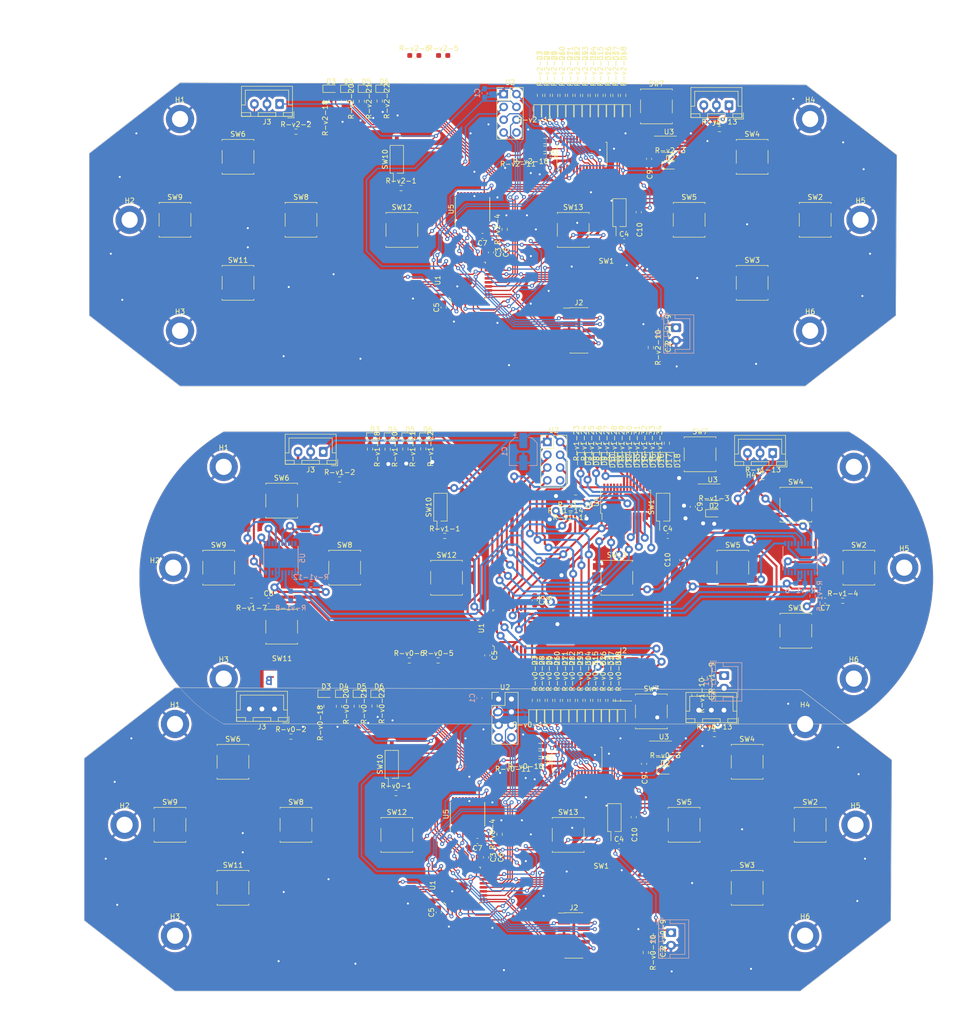
<source format=kicad_pcb>
(kicad_pcb (version 20221018) (generator pcbnew)
  (layers (0 "F.Cu" signal) (31 "B.Cu" signal) (34 "B.Paste" user) (35 "F.Paste" user) (36 "B.SilkS" user "B.Silkscreen") (37 "F.SilkS" user "F.Silkscreen") (38 "B.Mask" user) (39 "F.Mask" user) (44 "Edge.Cuts" user))
  (net 0 "")
  (net 1 "POWER-v0-_CHECK-v0-")
  (net 2 "GND-v0-")
  (net 3 "L-v0-i-ion-v0-")
  (net 4 "Net-(U3-BP)-v0-")
  (net 5 "Glob_Alim-v0-")
  (net 6 "Net-(D2-A)-v0-")
  (net 7 "Net-(D3-K)-v0-")
  (net 8 "Net-(D3-A)-v0-")
  (net 9 "Net-(D4-K)-v0-")
  (net 10 "Net-(D4-A)-v0-")
  (net 11 "Net-(D5-K)-v0-")
  (net 12 "Net-(D5-A)-v0-")
  (net 13 "Net-(D6-K)-v0-")
  (net 14 "Net-(D6-A)-v0-")
  (net 15 "Net-(D7-K)-v0-")
  (net 16 "Net-(D7-A)-v0-")
  (net 17 "Net-(D8-K)-v0-")
  (net 18 "Net-(D8-A)-v0-")
  (net 19 "Net-(D9-K)-v0-")
  (net 20 "Net-(D9-A)-v0-")
  (net 21 "Net-(D10-K)-v0-")
  (net 22 "Net-(D10-A)-v0-")
  (net 23 "Net-(D11-K)-v0-")
  (net 24 "Net-(D11-A)-v0-")
  (net 25 "Net-(D12-K)-v0-")
  (net 26 "Net-(D12-A)-v0-")
  (net 27 "Net-(D13-K)-v0-")
  (net 28 "Net-(D13-A)-v0-")
  (net 29 "Net-(D14-K)-v0-")
  (net 30 "Net-(D14-A)-v0-")
  (net 31 "Net-(D15-K)-v0-")
  (net 32 "Net-(D15-A)-v0-")
  (net 33 "Net-(D16-K)-v0-")
  (net 34 "Net-(D16-A)-v0-")
  (net 35 "Net-(D17-K)-v0-")
  (net 36 "Net-(D17-A)-v0-")
  (net 37 "Net-(D18-K)-v0-")
  (net 38 "Net-(D18-A)-v0-")
  (net 41 "SWDIO-v0-")
  (net 42 "SWDCK-v0-")
  (net 46 "R-v0-eset_Buton -v0-")
  (net 47 "USAR-v0-T2_R-v0-X-v0-")
  (net 48 "USAR-v0-T2_TX-v0-")
  (net 49 "NES{slash}SNES_switcher-v0-")
  (net 50 "R-v0-")
  (net 51 "A_Button-v0-")
  (net 52 "B_Button-v0-")
  (net 53 "X_Button-v0-")
  (net 54 "Y_Button-v0-")
  (net 55 "UC_Button-v0-")
  (net 56 "L-v0-C_Button-v0-")
  (net 57 "DIODE_SDA-v0-")
  (net 58 "R-v0-C_Button")
  (net 59 "L-v0-")
  (net 60 "DIODE_CL-v0-K")
  (net 61 "DC_Button-v0-")
  (net 62 "DIODE_OE-v0-")
  (net 63 "ST_Button-v0-")
  (net 64 "SE_Button-v0-")
  (net 65 "Order_Search-v0-")
  (net 66 "R-v0-X{slash}TX")
  (net 67 "Net-(C7-Pad1)-v0-")
  (net 68 "Pin_Clock-v0-")
  (net 69 "Digital_Out_Put-v0-")
  (net 70 "MOSI-v0-")
  (net 71 "GPIO_EX_CL-v0-K")
  (net 74 "GPIO_EX_SER-v0-IAL-v0-_DATA")
  (net 75 "Net-(U3-IN)-v0-")
  (net 76 "CSN_nR-v0-F24")
  (net 86 "Glob_Alim-v1-")
  (net 87 "GND-v1-")
  (net 88 "POWER-v1-_CHECK-v1-")
  (net 89 "L-v1-i-ion-v1-")
  (net 90 "Net-(C7-Pad1)-v1-")
  (net 91 "Net-(C8-Pad1)-v1-")
  (net 92 "Net-(U3-BP)-v1-")
  (net 93 "Net-(D2-A)-v1-")
  (net 94 "Net-(D3-K)-v1-")
  (net 95 "Net-(D3-A)-v1-")
  (net 96 "Net-(D4-K)-v1-")
  (net 97 "Net-(D4-A)-v1-")
  (net 98 "Net-(D5-K)-v1-")
  (net 99 "Net-(D5-A)-v1-")
  (net 100 "Net-(D6-K)-v1-")
  (net 101 "Net-(D6-A)-v1-")
  (net 102 "Net-(D7-K)-v1-")
  (net 103 "Net-(D7-A)-v1-")
  (net 104 "Net-(D8-K)-v1-")
  (net 105 "Net-(D8-A)-v1-")
  (net 106 "Net-(D9-K)-v1-")
  (net 107 "Net-(D9-A)-v1-")
  (net 108 "Net-(D10-K)-v1-")
  (net 109 "Net-(D10-A)-v1-")
  (net 110 "Net-(D11-K)-v1-")
  (net 111 "Net-(D11-A)-v1-")
  (net 112 "Net-(D12-K)-v1-")
  (net 113 "Net-(D12-A)-v1-")
  (net 114 "Net-(D13-K)-v1-")
  (net 115 "Net-(D13-A)-v1-")
  (net 116 "Net-(D14-K)-v1-")
  (net 117 "Net-(D14-A)-v1-")
  (net 118 "Net-(D15-K)-v1-")
  (net 119 "Net-(D15-A)-v1-")
  (net 120 "Net-(D16-K)-v1-")
  (net 121 "Net-(D16-A)-v1-")
  (net 122 "Net-(D17-K)-v1-")
  (net 123 "Net-(D17-A)-v1-")
  (net 124 "Net-(D18-K)-v1-")
  (net 125 "Net-(D18-A)-v1-")
  (net 128 "SWDIO-v1-")
  (net 129 "SWDCK-v1-")
  (net 133 "R-v1-eset_Buton -v1-")
  (net 134 "USAR-v1-T2_R-v1-X-v1-")
  (net 135 "USAR-v1-T2_TX-v1-")
  (net 136 "R-v1-")
  (net 137 "L-v1-")
  (net 138 "NES{slash}SNES_switcher-v1-")
  (net 139 "DIO{slash}EX_CL-v1-K")
  (net 140 "DIO{slash}EX_SDA-v1-")
  (net 141 "DIODE_OE-v1-")
  (net 142 "Net-(#FL-v1-G05-pwr)")
  (net 143 "A_Button-v1-")
  (net 144 "B_Button-v1-")
  (net 145 "X_Button-v1-")
  (net 146 "Y_Button-v1-")
  (net 147 "UC_Button-v1-")
  (net 148 "Order_Search-v1-")
  (net 149 "L-v1-C_Button")
  (net 150 "R-v1-C_Button")
  (net 151 "DC_Button-v1-")
  (net 152 "ST_Button-v1-")
  (net 153 "SE_Button-v1-")
  (net 158 "Pin_Clock-v1-")
  (net 159 "Digital_Out_Put-v1-")
  (net 160 "MOSI-v1-")
  (net 164 "R-v1-X{slash}TX")
  (net 166 "CSN_nR-v1-F24")
  (net 184 "POWER-v2-_CHECK-v2-")
  (net 185 "GND-v2-")
  (net 186 "L-v2-i-ion-v2-")
  (net 187 "Net-(U3-BP)-v2-")
  (net 188 "Glob_Alim-v2-")
  (net 189 "Net-(D2-A)-v2-")
  (net 190 "Net-(D3-K)-v2-")
  (net 191 "Net-(D3-A)-v2-")
  (net 192 "Net-(D4-K)-v2-")
  (net 193 "Net-(D4-A)-v2-")
  (net 194 "Net-(D5-K)-v2-")
  (net 195 "Net-(D5-A)-v2-")
  (net 196 "Net-(D6-K)-v2-")
  (net 197 "Net-(D6-A)-v2-")
  (net 198 "Net-(D7-K)-v2-")
  (net 199 "Net-(D7-A)-v2-")
  (net 200 "Net-(D8-K)-v2-")
  (net 201 "Net-(D8-A)-v2-")
  (net 202 "Net-(D9-K)-v2-")
  (net 203 "Net-(D9-A)-v2-")
  (net 204 "Net-(D10-K)-v2-")
  (net 205 "Net-(D10-A)-v2-")
  (net 206 "Net-(D11-K)-v2-")
  (net 207 "Net-(D11-A)-v2-")
  (net 208 "Net-(D12-K)-v2-")
  (net 209 "Net-(D12-A)-v2-")
  (net 210 "Net-(D13-K)-v2-")
  (net 211 "Net-(D13-A)-v2-")
  (net 212 "Net-(D14-K)-v2-")
  (net 213 "Net-(D14-A)-v2-")
  (net 214 "Net-(D15-K)-v2-")
  (net 215 "Net-(D15-A)-v2-")
  (net 216 "Net-(D16-K)-v2-")
  (net 217 "Net-(D16-A)-v2-")
  (net 218 "Net-(D17-K)-v2-")
  (net 219 "Net-(D17-A)-v2-")
  (net 220 "Net-(D18-K)-v2-")
  (net 221 "Net-(D18-A)-v2-")
  (net 224 "SWDIO-v2-")
  (net 225 "SWDCK-v2-")
  (net 229 "R-v2-eset_Buton -v2-")
  (net 230 "USAR-v2-T2_R-v2-X-v2-")
  (net 231 "USAR-v2-T2_TX-v2-")
  (net 232 "NES{slash}SNES_switcher-v2-")
  (net 233 "R-v2-")
  (net 234 "A_Button-v2-")
  (net 235 "B_Button-v2-")
  (net 236 "X_Button-v2-")
  (net 237 "Y_Button-v2-")
  (net 238 "UC_Button-v2-")
  (net 239 "L-v2-C_Button-v2-")
  (net 240 "DIODE_SDA-v2-")
  (net 241 "R-v2-C_Button")
  (net 242 "L-v2-")
  (net 243 "DIODE_CL-v2-K")
  (net 244 "DC_Button-v2-")
  (net 245 "DIODE_OE-v2-")
  (net 246 "ST_Button-v2-")
  (net 247 "SE_Button-v2-")
  (net 248 "Order_Search-v2-")
  (net 249 "R-v2-X{slash}TX")
  (net 250 "Net-(C7-Pad1)-v2-")
  (net 251 "Pin_Clock-v2-")
  (net 252 "Digital_Out_Put-v2-")
  (net 253 "MOSI-v2-")
  (net 254 "GPIO_EX_CL-v2-K")
  (net 257 "GPIO_EX_SER-v2-IAL-v2-_DATA")
  (net 258 "Net-(U3-IN)-v2-")
  (net 259 "CSN_nR-v2-F24")
  (footprint "R-v2-esistor_SMD:R-v2-_0603_1608Metric_Pad0.98x0.95mm_HandSolder" (layer "F.Cu") (at 215.35 2.0625 90)
    (fp_text reference "R-v2-27")
    (fp_text value "1K")
  )
  (footprint "Button_Switch_SMD:SW_SPST_B3S-1000" (layer "F.Cu") (at 238.95 26.75)
    (fp_text reference "SW5")
    (fp_text value "SW_Push")
  )
  (footprint "Capacitor_SMD:C_0603_1608Metric_Pad1.08x0.95mm_HandSolder" (layer "F.Cu") (at 189.252 164.144 90)
    (fp_text reference "C5")
    (fp_text value "100n")
  )
  (footprint "L-v2-ED_SMD:L-v2-ED_0603_1608Metric_Pad1.05x0.95mm_HandSolder" (layer "F.Cu") (at 223.325 5.55 -90)
    (fp_text reference "D16")
    (fp_text value "R-v2-2")
  )
  (footprint "R-v0-esistor_SMD:R-v0-_0603_1608Metric_Pad0.98x0.95mm_HandSolder" (layer "F.Cu") (at 234.21 134.426)
    (fp_text reference "R-v0-3")
    (fp_text value "1K")
  )
  (footprint "R-v0-esistor_SMD:R-v0-_0603_1608Metric_Pad0.98x0.95mm_HandSolder" (layer "F.Cu") (at 215.85 122.0625 90)
    (fp_text reference "R-v0-28")
    (fp_text value "1K")
  )
  (footprint "Button_Switch_SMD:SW_SPST_B3S-1000" (layer "F.Cu") (at 181.95 28.75)
    (fp_text reference "SW12")
    (fp_text value "SW_Push")
  )
  (footprint "R-v2-esistor_SMD:R-v2-_0603_1608Metric_Pad0.98x0.95mm_HandSolder" (layer "F.Cu") (at 224.35 2.0625 90)
    (fp_text reference "R-v2-33")
    (fp_text value "1K")
  )
  (footprint "L-v2-ED_SMD:L-v2-ED_0603_1608Metric_Pad1.05x0.95mm_HandSolder" (layer "F.Cu") (at 174.95 0.75)
    (fp_text reference "D5")
    (fp_text value "G3")
  )
  (footprint "Capacitor_SMD:C_0603_1608Metric_Pad1.08x0.95mm_HandSolder" (layer "F.Cu") (at 230 134.65 -90)
    (fp_text reference "C9")
    (fp_text value "470p")
  )
  (footprint "L-v1-ED_SMD:L-v1-ED_0603_1608Metric_Pad1.05x0.95mm_HandSolder" (layer "F.Cu") (at 180.111842 69.749999)
    (fp_text reference "D4")
    (fp_text value "G2")
  )
  (footprint "Button_Switch_SMD:SW_SPST_B3S-1000" (layer "F.Cu") (at 263.95 26.75)
    (fp_text reference "SW2")
    (fp_text value "SW_Push")
  )
  (footprint "MountingHole:MountingHole_3.2mm_M3_DIN965_Pad" (layer "F.Cu") (at 137.95 48.75)
    (fp_text reference "H3")
    (fp_text value "MountingHole_Pad")
  )
  (footprint "R-v2-esistor_SMD:R-v2-_0603_1608Metric_Pad0.98x0.95mm_HandSolder" (layer "F.Cu") (at 235.21 14.426)
    (fp_text reference "R-v2-3")
    (fp_text value "1K")
  )
  (footprint "R-v2-esistor_SMD:R-v2-_0603_1608Metric_Pad0.98x0.95mm_HandSolder" (layer "F.Cu") (at 218.35 2.0625 90)
    (fp_text reference "R-v2-29")
    (fp_text value "1K")
  )
  (footprint "R-v0-esistor_SMD:R-v0-_0603_1608Metric_Pad0.98x0.95mm_HandSolder" (layer "F.Cu") (at 220.35 122.0625 90)
    (fp_text reference "R-v0-31")
    (fp_text value "1K")
  )
  (footprint "R-v0-esistor_SMD:R-v0-_0603_1608Metric_Pad0.98x0.95mm_HandSolder" (layer "F.Cu") (at 165.975 123.225 -90)
    (fp_text reference "R-v0-18")
    (fp_text value "1K")
  )
  (footprint "R-v0-esistor_SMD:R-v0-_0603_1608Metric_Pad0.98x0.95mm_HandSolder" (layer "F.Cu") (at 173 123.225 -90)
    (fp_text reference "R-v0-21")
    (fp_text value "1K")
  )
  (footprint "Button_Switch_SMD:SW_DIP_SPSTx01_Slide_Copal_CHS-01B_W7.62mm_P1.27mm" (layer "F.Cu") (at 233.781842 83.749999 90)
    (fp_text reference "SW1")
    (fp_text value "SW_DIP_x01")
  )
  (footprint "Capacitor_SMD:C_0603_1608Metric_Pad1.08x0.95mm_HandSolder" (layer "F.Cu") (at 208.311842 102.221999 -90)
    (fp_text reference "C3")
    (fp_text value "100n")
  )
  (footprint "Capacitor_SMD:C_0603_1608Metric_Pad1.08x0.95mm_HandSolder" (layer "F.Cu") (at 196.95 149.95 180)
    (fp_text reference "C7")
    (fp_text value "100µF")
  )
  (footprint "Capacitor_SMD:C_0603_1608Metric_Pad1.08x0.95mm_HandSolder" (layer "F.Cu") (at 228.945 25.2325 -90)
    (fp_text reference "C10")
    (fp_text value "100nF")
  )
  (footprint "Button_Switch_SMD:SW_SPST_B3S-1000" (layer "F.Cu") (at 250.45 159.25)
    (fp_text reference "SW3")
    (fp_text value "SW_Push")
  )
  (footprint "R-v1-esistor_SMD:R-v1-_0603_1608Metric_Pad0.98x0.95mm_HandSolder" (layer "F.Cu") (at 179.136842 72.249999 -90)
    (fp_text reference "R-v1-20")
    (fp_text value "1K")
  )
  (footprint "R-v1-esistor_SMD:R-v1-_0603_1608Metric_Pad0.98x0.95mm_HandSolder" (layer "F.Cu") (at 152.119818 102.299999 180)
    (fp_text reference "R-v1-7")
    (fp_text value "1k")
  )
  (footprint "R-v2-esistor_SMD:R-v2-_0603_1608Metric_Pad0.98x0.95mm_HandSolder" (layer "F.Cu") (at 174 3.225 -90)
    (fp_text reference "R-v2-21")
    (fp_text value "1K")
  )
  (footprint "L-v1-ED_SMD:L-v1-ED_0603_1608Metric_Pad1.05x0.95mm_HandSolder" (layer "F.Cu") (at 243.871842 84.949999)
    (fp_text reference "D2")
    (fp_text value "L-v1-ED_Small")
  )
  (footprint "Connector_PinHeader_2.54mm:PinHeader_2x04_P2.54mm_Vertical" (layer "F.Cu") (at 210.811842 70.809999)
    (fp_text reference "U2")
    (fp_text value "nR-v1-F24_Full")
  )
  (footprint "L-v0-ED_SMD:L-v0-ED_0603_1608Metric_Pad1.05x0.95mm_HandSolder" (layer "F.Cu") (at 217.525 125.55 -90)
    (fp_text reference "D13")
    (fp_text value "O3")
  )
  (footprint "L-v1-ED_SMD:L-v1-ED_0603_1608Metric_Pad1.05x0.95mm_HandSolder" (layer "F.Cu") (at 225.571842 74.562499 -90)
    (fp_text reference "D12")
    (fp_text value "O2")
  )
  (footprint "L-v1-ED_SMD:L-v1-ED_0603_1608Metric_Pad1.05x0.95mm_HandSolder" (layer "F.Cu") (at 217.536842 74.574999 -90)
    (fp_text reference "D7")
    (fp_text value "G5")
  )
  (footprint "R-v1-esistor_SMD:R-v1-_0603_1608Metric_Pad0.98x0.95mm_HandSolder" (layer "F.Cu") (at 186.211842 72.174999 -90)
    (fp_text reference "R-v1-22")
    (fp_text value "1K")
  )
  (footprint "Button_Switch_SMD:SW_SPST_B3S-1000" (layer "F.Cu") (at 232.45 4.25)
    (fp_text reference "SW7")
    (fp_text value "SW_SPST")
  )
  (footprint "R-v2-esistor_SMD:R-v2-_0603_1608Metric_Pad0.98x0.95mm_HandSolder" (layer "F.Cu") (at 210.318 12.648 180)
    (fp_text reference "R-v2-11")
    (fp_text value "10K")
  )
  (footprint "Button_Switch_SMD:SW_SPST_B3S-1000" (layer "F.Cu") (at 260.111842 108.249999)
    (fp_text reference "SW3")
    (fp_text value "SW_Push")
  )
  (footprint "MountingHole:MountingHole_3.2mm_M3_DIN965_Pad" (layer "F.Cu") (at 262.95 48.75)
    (fp_text reference "H6")
    (fp_text value "MountingHole_Pad")
  )
  (footprint "R-v0-esistor_SMD:R-v0-_0603_1608Metric_Pad0.98x0.95mm_HandSolder" (layer "F.Cu") (at 214.35 122.0625 90)
    (fp_text reference "R-v0-27")
    (fp_text value "1K")
  )
  (footprint "L-v1-ED_SMD:L-v1-ED_0603_1608Metric_Pad1.05x0.95mm_HandSolder" (layer "F.Cu") (at 223.936842 74.574999 -90)
    (fp_text reference "D11")
    (fp_text value "O1")
  )
  (footprint "Connector_PinHeader_1.27mm:PinHeader_2x07_P1.27mm_Vertical_SMD" (layer "F.Cu") (at 217.075 48.69)
    (fp_text reference "J2")
    (fp_text value "Conn_02x07_Odd_Even")
  )
  (footprint "L-v2-ED_SMD:L-v2-ED_0603_1608Metric_Pad1.05x0.95mm_HandSolder" (layer "F.Cu") (at 213.675 5.575 -90)
    (fp_text reference "D10")
    (fp_text value "G8")
  )
  (footprint "Button_Switch_SMD:SW_SPST_B3S-1000" (layer "F.Cu") (at 148.45 134.25)
    (fp_text reference "SW6")
    (fp_text value "SW_Push")
  )
  (footprint "L-v2-ED_SMD:L-v2-ED_0603_1608Metric_Pad1.05x0.95mm_HandSolder" (layer "F.Cu") (at 212.075 5.575 -90)
    (fp_text reference "D9")
    (fp_text value "G7")
  )
  (footprint "R-v1-esistor_SMD:R-v1-_0603_1608Metric_Pad0.98x0.95mm_HandSolder" (layer "F.Cu") (at 182.661842 72.224999 -90)
    (fp_text reference "R-v1-21")
    (fp_text value "1K")
  )
  (footprint "R-v2-esistor_SMD:R-v2-_0603_1608Metric_Pad0.98x0.95mm_HandSolder" (layer "F.Cu") (at 170.475 3.25 -90)
    (fp_text reference "R-v2-20")
    (fp_text value "1K")
  )
  (footprint "R-v1-esistor_SMD:R-v1-_0603_1608Metric_Pad0.98x0.95mm_HandSolder" (layer "F.Cu") (at 219.511842 71.062499 90)
    (fp_text reference "R-v1-24")
    (fp_text value "1K")
  )
  (footprint "L-v2-ED_SMD:L-v2-ED_0603_1608Metric_Pad1.05x0.95mm_HandSolder" (layer "F.Cu") (at 221.725 5.55 -90)
    (fp_text reference "D15")
    (fp_text value "R-v2-1")
  )
  (footprint "R-v1-esistor_SMD:R-v1-_0603_1608Metric_Pad0.98x0.95mm_HandSolder" (layer "F.Cu") (at 230.011842 71.062499 90)
    (fp_text reference "R-v1-31")
    (fp_text value "1K")
  )
  (footprint "R-v2-esistor_SMD:R-v2-_0603_1608Metric_Pad0.98x0.95mm_HandSolder" (layer "F.Cu") (at 209.35 2.0625 90)
    (fp_text reference "R-v2-23")
    (fp_text value "1K")
  )
  (footprint "Button_Switch_SMD:SW_SPST_B3S-1000" (layer "F.Cu") (at 149.45 14.25)
    (fp_text reference "SW6")
    (fp_text value "SW_Push")
  )
  (footprint "R-v2-esistor_SMD:R-v2-_0603_1608Metric_Pad0.98x0.95mm_HandSolder" (layer "F.Cu") (at 210.318 14.172)
    (fp_text reference "R-v2-14")
    (fp_text value "10K")
  )
  (footprint "Connector_JST:JST_XH_B3B-XH-A_1x03_P2.50mm_Vertical" (layer "F.Cu") (at 246.854 4.012 180)
    (fp_text reference "J4")
    (fp_text value "Conn_01x03")
  )
  (footprint "L-v1-ED_SMD:L-v1-ED_0603_1608Metric_Pad1.05x0.95mm_HandSolder" (layer "F.Cu") (at 227.186842 74.549999 -90)
    (fp_text reference "D13")
    (fp_text value "O3")
  )
  (footprint "Button_Switch_SMD:SW_SPST_B3S-1000" (layer "F.Cu") (at 224.611842 97.749999)
    (fp_text reference "SW13")
    (fp_text value "SW_Push")
  )
  (footprint "R-v2-esistor_SMD:R-v2-_0603_1608Metric_Pad0.98x0.95mm_HandSolder" (layer "F.Cu") (at 216.85 2.0625 90)
    (fp_text reference "R-v2-28")
    (fp_text value "1K")
  )
  (footprint "Capacitor_SMD:C_0603_1608Metric_Pad1.08x0.95mm_HandSolder" (layer "F.Cu") (at 227.945 145.2325 -90)
    (fp_text reference "C10")
    (fp_text value "100nF")
  )
  (footprint "R-v0-esistor_SMD:R-v0-_0603_1608Metric_Pad0.98x0.95mm_HandSolder" (layer "F.Cu") (at 224.85 122.0625 90)
    (fp_text reference "R-v0-34")
    (fp_text value "1K")
  )
  (footprint "MountingHole:MountingHole_3.2mm_M3_DIN965_Pad" (layer "F.Cu") (at 281.611842 95.749999)
    (fp_text reference "H5")
    (fp_text value "MountingHole_Pad")
  )
  (footprint "L-v1-ED_SMD:L-v1-ED_0603_1608Metric_Pad1.05x0.95mm_HandSolder" (layer "F.Cu") (at 228.786842 74.549999 -90)
    (fp_text reference "D14")
    (fp_text value "O4")
  )
  (footprint "Button_Switch_SMD:SW_DIP_SPSTx01_Slide_Copal_CHS-01B_W7.62mm_P1.27mm" (layer "F.Cu") (at 179.95 134.75 90)
    (fp_text reference "SW10")
    (fp_text value "SW_DIP_x01")
  )
  (footprint "L-v0-ED_SMD:L-v0-ED_0603_1608Metric_Pad1.05x0.95mm_HandSolder" (layer "F.Cu") (at 214.275 125.575 -90)
    (fp_text reference "D11")
    (fp_text value "O1")
  )
  (footprint "R-v1-esistor_SMD:R-v1-_0603_1608Metric_Pad0.98x0.95mm_HandSolder" (layer "F.Cu") (at 233.011842 71.062499 90)
    (fp_text reference "R-v1-33")
    (fp_text value "1K")
  )
  (footprint "MountingHole:MountingHole_3.2mm_M3_DIN965_Pad" (layer "F.Cu") (at 126.95 146.75)
    (fp_text reference "H2")
    (fp_text value "MountingHole_Pad")
  )
  (footprint "L-v2-ED_SMD:L-v2-ED_0603_1608Metric_Pad1.05x0.95mm_HandSolder" (layer "F.Cu") (at 178.45 0.75)
    (fp_text reference "D6")
    (fp_text value "G4")
  )
  (footprint "Capacitor_SMD:C_0603_1608Metric_Pad1.08x0.95mm_HandSolder" (layer "F.Cu") (at 265.923866 102.299999 180)
    (fp_text reference "C7")
    (fp_text value "100nF")
  )
  (footprint "Button_Switch_SMD:SW_SPST_B3S-1000" (layer "F.Cu") (at 215.95 28.75)
    (fp_text reference "SW13")
    (fp_text value "SW_Push")
  )
  (footprint "R-v0-esistor_SMD:R-v0-_0603_1608Metric_Pad0.98x0.95mm_HandSolder" (layer "F.Cu") (at 232.35 168.55 -90)
    (fp_text reference "R-v0-9")
    (fp_text value "1M")
  )
  (footprint "R-v1-esistor_SMD:R-v1-_0603_1608Metric_Pad0.98x0.95mm_HandSolder" (layer "F.Cu") (at 242.011842 117.549999 -90)
    (fp_text reference "R-v1-9")
    (fp_text value "1M")
  )
  (footprint "MountingHole:MountingHole_3.2mm_M3_DIN965_Pad" (layer "F.Cu") (at 262.95 6.75)
    (fp_text reference "H4")
    (fp_text value "MountingHole_Pad")
  )
  (footprint "Connector_PinHeader_2.54mm:PinHeader_2x04_P2.54mm_Vertical" (layer "F.Cu") (at 202.15 1.81)
    (fp_text reference "U2")
    (fp_text value "nR-v2-F24_Full")
  )
  (footprint "R-v1-esistor_SMD:R-v1-_0603_1608Metric_Pad0.98x0.95mm_HandSolder" (layer "F.Cu") (at 228.511842 71.062499 90)
    (fp_text reference "R-v1-30")
    (fp_text value "1K")
  )
  (footprint "Button_Switch_SMD:SW_SPST_B3S-1000" (layer "F.Cu") (at 170.611842 95.749999)
    (fp_text reference "SW8")
    (fp_text value "SW_Push")
  )
  (footprint "MountingHole:MountingHole_3.2mm_M3_DIN965_Pad" (layer "F.Cu") (at 137.95 6.75)
    (fp_text reference "H1")
    (fp_text value "MountingHole_Pad")
  )
  (footprint "Package_QFP:L-v1-QFP-32_7x7mm_P0.8mm" (layer "F.Cu") (at 203.611842 107.749999 90)
    (fp_text reference "U1")
    (fp_text value "STM32L-v1-412KBTx")
  )
  (footprint "L-v2-ED_SMD:L-v2-ED_0603_1608Metric_Pad1.05x0.95mm_HandSolder" (layer "F.Cu") (at 218.525 5.55 -90)
    (fp_text reference "D13")
    (fp_text value "O3")
  )
  (footprint "MountingHole:MountingHole_3.2mm_M3_DIN965_Pad" (layer "F.Cu") (at 271.611842 117.749999)
    (fp_text reference "H6")
    (fp_text value "MountingHole_Pad")
  )
  (footprint "Package_SO:TSSOP-28_4.4x9.7mm_P0.65mm" (layer "F.Cu") (at 216.684 133.664 90)
    (fp_text reference "U4")
    (fp_text value "PCA9685PW")
  )
  (footprint "L-v0-ED_SMD:L-v0-ED_0603_1608Metric_Pad1.05x0.95mm_HandSolder" (layer "F.Cu") (at 223.925 125.55 -90)
    (fp_text reference "D17")
    (fp_text value "R-v0-3")
  )
  (footprint "R-v2-esistor_SMD:R-v2-_0603_1608Metric_Pad0.98x0.95mm_HandSolder" (layer "F.Cu") (at 225.85 2.0625 90)
    (fp_text reference "R-v2-34")
    (fp_text value "1K")
  )
  (footprint "L-v0-ED_SMD:L-v0-ED_0603_1608Metric_Pad1.05x0.95mm_HandSolder" (layer "F.Cu") (at 177.45 120.75)
    (fp_text reference "D6")
    (fp_text value "G4")
  )
  (footprint "L-v1-ED_SMD:L-v1-ED_0603_1608Metric_Pad1.05x0.95mm_HandSolder" (layer "F.Cu") (at 233.586842 74.549999 -90)
    (fp_text reference "D17")
    (fp_text value "R-v1-3")
  )
  (footprint "R-v1-esistor_SMD:R-v1-_0603_1608Metric_Pad0.98x0.95mm_HandSolder" (layer "F.Cu") (at 269.423866 102.299999)
    (fp_text reference "R-v1-4")
    (fp_text value "1k")
  )
  (footprint "Connector_JST:JST_XH_B3B-XH-A_1x03_P2.50mm_Vertical" (layer "F.Cu") (at 166.361842 72.774999 180)
    (fp_text reference "J3")
    (fp_text value "Conn_01x03")
  )
  (footprint "L-v0-ED_SMD:L-v0-ED_0603_1608Metric_Pad1.05x0.95mm_HandSolder" (layer "F.Cu") (at 225.55 125.55 -90)
    (fp_text reference "D18")
    (fp_text value "R-v0-4")
  )
  (footprint "Connector_JST:JST_XH_B3B-XH-A_1x03_P2.50mm_Vertical" (layer "F.Cu") (at 157.7 3.775 180)
    (fp_text reference "J3")
    (fp_text value "Conn_01x03")
  )
  (footprint "R-v1-esistor_SMD:R-v1-_0603_1608Metric_Pad0.98x0.95mm_HandSolder" (layer "F.Cu") (at 243.871842 83.425999)
    (fp_text reference "R-v1-3")
    (fp_text value "1K")
  )
  (footprint "R-v2-esistor_SMD:R-v2-_0603_1608Metric_Pad0.98x0.95mm_HandSolder" (layer "F.Cu") (at 166.975 3.225 -90)
    (fp_text reference "R-v2-18")
    (fp_text value "1K")
  )
  (footprint "L-v0-ED_SMD:L-v0-ED_0603_1608Metric_Pad1.05x0.95mm_HandSolder" (layer "F.Cu") (at 173.95 120.75)
    (fp_text reference "D5")
    (fp_text value "G3")
  )
  (footprint "R-v2-esistor_SMD:R-v2-_0603_1608Metric_Pad0.98x0.95mm_HandSolder" (layer "F.Cu") (at 184.4375 -5.85)
    (fp_text reference "R-v2-6")
    (fp_text value "1K")
  )
  (footprint "R-v0-esistor_SMD:R-v0-_0603_1608Metric_Pad0.98x0.95mm_HandSolder" (layer "F.Cu") (at 221.85 122.0625 90)
    (fp_text reference "R-v0-32")
    (fp_text value "1K")
  )
  (footprint "MountingHole:MountingHole_3.2mm_M3_DIN965_Pad" (layer "F.Cu") (at 146.611842 117.749999)
    (fp_text reference "H3")
    (fp_text value "MountingHole_Pad")
  )
  (footprint "L-v0-ED_SMD:L-v0-ED_0603_1608Metric_Pad1.05x0.95mm_HandSolder" (layer "F.Cu") (at 170.45 120.75)
    (fp_text reference "D4")
    (fp_text value "G2")
  )
  (footprint "Capacitor_SMD:C_0603_1608Metric_Pad1.08x0.95mm_HandSolder" (layer "F.Cu") (at 197.95 29.95 180)
    (fp_text reference "C7")
    (fp_text value "100µF")
  )
  (footprint "R-v2-esistor_SMD:R-v2-_0603_1608Metric_Pad0.98x0.95mm_HandSolder" (layer "F.Cu") (at 219.85 2.0625 90)
    (fp_text reference "R-v2-30")
    (fp_text value "1K")
  )
  (footprint "L-v1-ED_SMD:L-v1-ED_0603_1608Metric_Pad1.05x0.95mm_HandSolder" (layer "F.Cu") (at 231.986842 74.549999 -90)
    (fp_text reference "D16")
    (fp_text value "R-v1-2")
  )
  (footprint "MountingHole:MountingHole_3.2mm_M3_DIN965_Pad" (layer "F.Cu") (at 136.95 126.75)
    (fp_text reference "H1")
    (fp_text value "MountingHole_Pad")
  )
  (footprint "Capacitor_SMD:C_0603_1608Metric_Pad1.08x0.95mm_HandSolder" (layer "F.Cu") (at 242.011842 121.087499 -90)
    (fp_text reference "C2")
    (fp_text value "1nF")
  )
  (footprint "L-v0-ED_SMD:L-v0-ED_0603_1608Metric_Pad1.05x0.95mm_HandSolder" (layer "F.Cu") (at 209.475 125.575 -90)
    (fp_text reference "D8")
    (fp_text value "G6")
  )
  (footprint "Button_Switch_SMD:SW_SPST_B3S-1000" (layer "F.Cu") (at 251.45 39.25)
    (fp_text reference "SW3")
    (fp_text value "SW_Push")
  )
  (footprint "R-v0-esistor_SMD:R-v0-_0603_1608Metric_Pad0.98x0.95mm_HandSolder" (layer "F.Cu") (at 183.4375 114.15)
    (fp_text reference "R-v0-6")
    (fp_text value "1K")
  )
  (footprint "L-v0-ED_SMD:L-v0-ED_0603_1608Metric_Pad1.05x0.95mm_HandSolder" (layer "F.Cu") (at 234.21 135.95)
    (fp_text reference "D2")
    (fp_text value "L-v0-ED_Small")
  )
  (footprint "R-v1-esistor_SMD:R-v1-_0603_1608Metric_Pad0.98x0.95mm_HandSolder" (layer "F.Cu") (at 253.611842 77.749999)
    (fp_text reference "R-v1-13")
    (fp_text value "1K")
  )
  (footprint "Package_SO:TSSOP-28_4.4x9.7mm_P0.65mm" (layer "F.Cu") (at 226.345842 82.663999 90)
    (fp_text reference "U4")
    (fp_text value "PCA9685PW")
  )
  (footprint "R-v1-esistor_SMD:R-v1-_0603_1608Metric_Pad0.98x0.95mm_HandSolder" (layer "F.Cu") (at 214.421842 85.849999)
    (fp_text reference "R-v1-14")
    (fp_text value "10K")
  )
  (footprint "R-v0-esistor_SMD:R-v0-_0603_1608Metric_Pad0.98x0.95mm_HandSolder" (layer "F.Cu") (at 243.95 128.75)
    (fp_text reference "R-v0-13")
    (fp_text value "1K")
  )
  (footprint "L-v0-ED_SMD:L-v0-ED_0603_1608Metric_Pad1.05x0.95mm_HandSolder" (layer "F.Cu") (at 215.9 125.5625 -90)
    (fp_text reference "D12")
    (fp_text value "O2")
  )
  (footprint "L-v2-ED_SMD:L-v2-ED_0603_1608Metric_Pad1.05x0.95mm_HandSolder" (layer "F.Cu") (at 171.45 0.75)
    (fp_text reference "D4")
    (fp_text value "G2")
  )
  (footprint "L-v2-ED_SMD:L-v2-ED_0603_1608Metric_Pad1.05x0.95mm_HandSolder" (layer "F.Cu") (at 216.9 5.5625 -90)
    (fp_text reference "D12")
    (fp_text value "O2")
  )
  (footprint "Button_Switch_SMD:SW_SPST_B3S-1000" (layer "F.Cu") (at 237.95 146.75)
    (fp_text reference "SW5")
    (fp_text value "SW_Push")
  )
  (footprint "Button_Switch_SMD:SW_SPST_B3S-1000" (layer "F.Cu") (at 231.45 124.25)
    (fp_text reference "SW7")
    (fp_text value "SW_SPST")
  )
  (footprint "L-v0-ED_SMD:L-v0-ED_0603_1608Metric_Pad1.05x0.95mm_HandSolder" (layer "F.Cu") (at 212.675 125.575 -90)
    (fp_text reference "D10")
    (fp_text value "G8")
  )
  (footprint "R-v0-esistor_SMD:R-v0-_0603_1608Metric_Pad0.98x0.95mm_HandSolder" (layer "F.Cu") (at 208.35 122.0625 90)
    (fp_text reference "R-v0-23")
    (fp_text value "1K")
  )
  (footprint "L-v1-ED_SMD:L-v1-ED_0603_1608Metric_Pad1.05x0.95mm_HandSolder" (layer "F.Cu") (at 235.211842 74.549999 -90)
    (fp_text reference "D18")
    (fp_text value "R-v1-4")
  )
  (footprint "Connector_PinHeader_1.27mm:PinHeader_2x07_P1.27mm_Vertical_SMD" (layer "F.Cu") (at 216.075 168.69)
    (fp_text reference "J2")
    (fp_text value "Conn_02x07_Odd_Even")
  )
  (footprint "Package_SO:MSOP-8_3x3mm_P0.65mm" (layer "F.Cu") (at 234.95 11.75)
    (fp_text reference "U3")
    (fp_text value "MIC5219-3.3YMM")
  )
  (footprint "Package_QFP:L-v0-QFP-32_7x7mm_P0.8mm" (layer "F.Cu") (at 193.95 158.75 90)
    (fp_text reference "U1")
    (fp_text value "STM32L-v0-412KBTx")
  )
  (footprint "Capacitor_SMD:C_0603_1608Metric_Pad1.08x0.95mm_HandSolder" (layer "F.Cu") (at 233.35 52.0875 -90)
    (fp_text reference "C2")
    (fp_text value "1nF")
  )
  (footprint "L-v2-ED_SMD:L-v2-ED_0603_1608Metric_Pad1.05x0.95mm_HandSolder" (layer "F.Cu") (at 220.125 5.55 -90)
    (fp_text reference "D14")
    (fp_text value "O4")
  )
  (footprint "L-v0-ED_SMD:L-v0-ED_0603_1608Metric_Pad1.05x0.95mm_HandSolder" (layer "F.Cu") (at 222.325 125.55 -90)
    (fp_text reference "D16")
    (fp_text value "R-v0-2")
  )
  (footprint "Package_SO:MSOP-8_3x3mm_P0.65mm" (layer "F.Cu") (at 233.95 131.75)
    (fp_text reference "U3")
    (fp_text value "MIC5219-3.3YMM")
  )
  (footprint "R-v1-esistor_SMD:R-v1-_0603_1608Metric_Pad0.98x0.95mm_HandSolder" (layer "F.Cu") (at 220.981842 71.062499 90)
    (fp_text reference "R-v1-25")
    (fp_text value "1K")
  )
  (footprint "L-v1-ED_SMD:L-v1-ED_0603_1608Metric_Pad1.05x0.95mm_HandSolder" (layer "F.Cu") (at 219.135842 74.574999 -90)
    (fp_text reference "D8")
    (fp_text value "G6")
  )
  (footprint "R-v0-esistor_SMD:R-v0-_0603_1608Metric_Pad0.98x0.95mm_HandSolder" (layer "F.Cu") (at 230.35 172.0875 -90)
    (fp_text reference "R-v0-10")
    (fp_text value "1M")
  )
  (footprint "L-v2-ED_SMD:L-v2-ED_0603_1608Metric_Pad1.05x0.95mm_HandSolder" (layer "F.Cu") (at 235.21 15.95)
    (fp_text reference "D2")
    (fp_text value "L-v2-ED_Small")
  )
  (footprint "R-v1-esistor_SMD:R-v1-_0603_1608Metric_Pad0.98x0.95mm_HandSolder" (layer "F.Cu") (at 222.511842 71.062499 90)
    (fp_text reference "R-v1-26")
    (fp_text value "1K")
  )
  (footprint "R-v1-esistor_SMD:R-v1-_0603_1608Metric_Pad0.98x0.95mm_HandSolder" (layer "F.Cu") (at 231.511842 71.062499 90)
    (fp_text reference "R-v1-32")
    (fp_text value "1K")
  )
  (footprint "Capacitor_SMD:C_0603_1608Metric_Pad1.08x0.95mm_HandSolder" (layer "F.Cu") (at 190.252 44.144 90)
    (fp_text reference "C5")
    (fp_text value "100n")
  )
  (footprint "Connector_JST:JST_XH_B3B-XH-A_1x03_P2.50mm_Vertical" (layer "F.Cu") (at 255.515842 73.011999 180)
    (fp_text reference "J4")
    (fp_text value "Conn_01x03")
  )
  (footprint "Capacitor_SMD:C_0603_1608Metric_Pad1.08x0.95mm_HandSolder" (layer "F.Cu") (at 155.519818 102.299999)
    (fp_text reference "C8")
    (fp_text value "100nF")
  )
  (footprint "Button_Switch_SMD:SW_DIP_SPSTx01_Slide_Copal_CHS-01B_W7.62mm_P1.27mm" (layer "F.Cu") (at 224.12 145.32 90)
    (fp_text reference "SW1")
    (fp_text value "SW_DIP_x01")
  )
  (footprint "MountingHole:MountingHole_3.2mm_M3_DIN965_Pad" (layer "F.Cu") (at 136.611842 95.749999)
    (fp_text reference "H2")
    (fp_text value "MountingHole_Pad")
  )
  (footprint "R-v2-esistor_SMD:R-v2-_0603_1608Metric_Pad0.98x0.95mm_HandSolder" (layer "F.Cu") (at 210.318 11.124 180)
    (fp_text reference "R-v2-16")
    (fp_text value "10K")
  )
  (footprint "MountingHole:MountingHole_3.2mm_M3_DIN965_Pad" (layer "F.Cu") (at 271.611842 75.749999)
    (fp_text reference "H4")
    (fp_text value "MountingHole_Pad")
  )
  (footprint "L-v1-ED_SMD:L-v1-ED_0603_1608Metric_Pad1.05x0.95mm_HandSolder" (layer "F.Cu") (at 187.111842 69.749999)
    (fp_text reference "D6")
    (fp_text value "G4")
  )
  (footprint "MountingHole:MountingHole_3.2mm_M3_DIN965_Pad" (layer "F.Cu") (at 127.95 26.75)
    (fp_text reference "H2")
    (fp_text value "MountingHole_Pad")
  )
  (footprint "R-v0-esistor_SMD:R-v0-_0603_1608Metric_Pad0.98x0.95mm_HandSolder" (layer "F.Cu") (at 218.85 122.0625 90)
    (fp_text reference "R-v0-30")
    (fp_text value "1K")
  )
  (footprint "R-v1-esistor_SMD:R-v1-_0603_1608Metric_Pad0.98x0.95mm_HandSolder" (layer "F.Cu") (at 227.011842 71.062499 90)
    (fp_text reference "R-v1-29")
    (fp_text value "1K")
  )
  (footprint "R-v0-esistor_SMD:R-v0-_0603_1608Metric_Pad0.98x0.95mm_HandSolder" (layer "F.Cu") (at 209.318 131.124 180)
    (fp_text reference "R-v0-16")
    (fp_text value "10K")
  )
  (footprint "L-v2-ED_SMD:L-v2-ED_0603_1608Metric_Pad1.05x0.95mm_HandSolder" (layer "F.Cu") (at 208.875 5.575 -90)
    (fp_text reference "D7")
    (fp_text value "G5")
  )
  (footprint "R-v1-esistor_SMD:R-v1-_0603_1608Metric_Pad0.98x0.95mm_HandSolder" (layer "F.Cu") (at 218.011842 71.062499 90)
    (fp_text reference "R-v1-23")
    (fp_text value "1K")
  )
  (footprint "Capacitor_SMD:C_0603_1608Metric_Pad1.08x0.95mm_HandSolder" (layer "F.Cu") (at 199.65 33.222 -90)
    (fp_text reference "C3")
    (fp_text value "100n")
  )
  (footprint "L-v0-ED_SMD:L-v0-ED_0603_1608Metric_Pad1.05x0.95mm_HandSolder" (layer "F.Cu") (at 211.075 125.575 -90)
    (fp_text reference "D9")
    (fp_text value "G7")
  )
  (footprint "Button_Switch_SMD:SW_SPST_B3S-1000" (layer "F.Cu") (at 158.111842 82.449999)
    (fp_text reference "SW6")
    (fp_text value "SW_Push")
  )
  (footprint "L-v2-ED_SMD:L-v2-ED_0603_1608Metric_Pad1.05x0.95mm_HandSolder" (layer "F.Cu") (at 167.95 0.75)
    (fp_text reference "D3")
    (fp_text value "G1")
  )
  (footprint "R-v0-esistor_SMD:R-v0-_0603_1608Metric_Pad0.98x0.95mm_HandSolder" (layer "F.Cu") (at 201.35 148.6375 90)
    (fp_text reference "R-v0-4")
    (fp_text value "10k")
  )
  (footprint "R-v0-esistor_SMD:R-v0-_0603_1608Metric_Pad0.98x0.95mm_HandSolder" (layer "F.Cu") (at 211.35 122.0625 90)
    (fp_text reference "R-v0-25")
    (fp_text value "1K")
  )
  (footprint "R-v2-esistor_SMD:R-v2-_0603_1608Metric_Pad0.98x0.95mm_HandSolder" (layer "F.Cu") (at 190.15 -5.85)
    (fp_text reference "R-v2-5")
    (fp_text value "1K")
  )
  (footprint "R-v2-esistor_SMD:R-v2-_0603_1608Metric_Pad0.98x0.95mm_HandSolder" (layer "F.Cu") (at 202.35 28.6375 90)
    (fp_text reference "R-v2-4")
    (fp_text value "10k")
  )
  (footprint "L-v1-ED_SMD:L-v1-ED_0603_1608Metric_Pad1.05x0.95mm_HandSolder" (layer "F.Cu") (at 176.611842 69.749999)
    (fp_text reference "D3")
    (fp_text value "G1")
  )
  (footprint "L-v0-ED_SMD:L-v0-ED_0603_1608Metric_Pad1.05x0.95mm_HandSolder" (layer "F.Cu") (at 207.875 125.575 -90)
    (fp_text reference "D7")
    (fp_text value "G5")
  )
  (footprint "R-v0-esistor_SMD:R-v0-_0603_1608Metric_Pad0.98x0.95mm_HandSolder" (layer "F.Cu") (at 180.8 140.45)
    (fp_text reference "R-v0-1")
    (fp_text value "1K")
  )
  (footprint "Button_Switch_SMD:SW_SPST_B3S-1000" (layer "F.Cu") (at 136.95 26.75)
    (fp_text reference "SW9")
    (fp_text value "SW_Push")
  )
  (footprint "Capacitor_SMD:C_0603_1608Metric_Pad1.08x0.95mm_HandSolder" (layer "F.Cu") (at 239.661842 83.649999 -90)
    (fp_text reference "C9")
    (fp_text value "470p")
  )
  (footprint "R-v1-esistor_SMD:R-v1-_0603_1608Metric_Pad0.98x0.95mm_HandSolder" (layer "F.Cu") (at 225.511842 71.062499 90)
    (fp_text reference "R-v1-28")
    (fp_text value "1K")
  )
  (footprint "MountingHole:MountingHole_3.2mm_M3_DIN965_Pad" (layer "F.Cu") (at 271.95 146.75)
    (fp_text reference "H5")
    (fp_text value "MountingHole_Pad")
  )
  (footprint "Connector_JST:JST_XH_B3B-XH-A_1x03_P2.50mm_Vertical" (layer "F.Cu") (at 156.7 123.775 180)
    (fp_text reference "J3")
    (fp_text value "Conn_01x03")
  )
  (footprint "Button_Switch_SMD:SW_SPST_B3S-1000" (layer "F.Cu") (at 247.611842 95.749999)
    (fp_text reference "SW5")
    (fp_text value "SW_Push")
  )
  (footprint "R-v2-esistor_SMD:R-v2-_0603_1608Metric_Pad0.98x0.95mm_HandSolder" (layer "F.Cu") (at 231.35 52.0875 -90)
    (fp_text reference "R-v2-10")
    (fp_text value "1M")
  )
  (footprint "Button_Switch_SMD:SW_SPST_B3S-1000" (layer "F.Cu") (at 148.45 159.25)
    (fp_text reference "SW11")
    (fp_text value "SW_Push")
  )
  (footprint "R-v1-esistor_SMD:R-v1-_0603_1608Metric_Pad0.98x0.95mm_HandSolder" (layer "F.Cu") (at 169.611842 78.249999)
    (fp_text reference "R-v1-2")
    (fp_text value "1K")
  )
  (footprint "Capacitor_SMD:C_0603_1608Metric_Pad1.08x0.95mm_HandSolder" (layer "F.Cu") (at 201.174 33.222 -90)
    (fp_text reference "C6")
    (fp_text value "10u")
  )
  (footprint "Connector_JST:JST_XH_B3B-XH-A_1x03_P2.50mm_Vertical" (layer "F.Cu") (at 245.854 124.012 180)
    (fp_text reference "J4")
    (fp_text value "Conn_01x03")
  )
  (footprint "L-v1-ED_SMD:L-v1-ED_0603_1608Metric_Pad1.05x0.95mm_HandSolder" (layer "F.Cu") (at 222.336842 74.574999 -90)
    (fp_text reference "D10")
    (fp_text value "G8")
  )
  (footprint "R-v2-esistor_SMD:R-v2-_0603_1608Metric_Pad0.98x0.95mm_HandSolder" (layer "F.Cu") (at 181.8 20.45)
    (fp_text reference "R-v2-1")
    (fp_text value "1K")
  )
  (footprint "Button_Switch_SMD:SW_SPST_B3S-1000" (layer "F.Cu") (at 180.95 148.75)
    (fp_text reference "SW12")
    (fp_text value "SW_Push")
  )
  (footprint "R-v1-esistor_SMD:R-v1-_0603_1608Metric_Pad0.98x0.95mm_HandSolder" (layer "F.Cu") (at 190.461842 89.449999)
    (fp_text reference "R-v1-1")
    (fp_text value "1K")
  )
  (footprint "R-v1-esistor_SMD:R-v1-_0603_1608Metric_Pad0.98x0.95mm_HandSolder" (layer "F.Cu") (at 240.011842 121.087499 -90)
    (fp_text reference "R-v1-10")
    (fp_text value "1M")
  )
  (footprint "R-v2-esistor_SMD:R-v2-_0603_1608Metric_Pad0.98x0.95mm_HandSolder" (layer "F.Cu") (at 233.35 48.55 -90)
    (fp_text reference "R-v2-9")
    (fp_text value "1M")
  )
  (footprint "Package_SO:SSOP-20_4.4x6.5mm_P0.65mm" (layer "F.Cu") (at 196.025 24.65 90)
    (fp_text reference "U5")
    (fp_text value "PCF8574TS")
  )
  (footprint "Capacitor_SMD:C_0603_1608Metric_Pad1.08x0.95mm_HandSolder" (layer "F.Cu") (at 231 14.65 -90)
    (fp_text reference "C9")
    (fp_text value "470p")
  )
  (footprint "Package_QFP:L-v2-QFP-32_7x7mm_P0.8mm" (layer "F.Cu") (at 194.95 38.75 90)
    (fp_text reference "U1")
    (fp_text value "STM32L-v2-412KBTx")
  )
  (footprint "Button_Switch_SMD:SW_SPST_B3S-1000" (layer "F.Cu") (at 158.111842 107.449999)
    (fp_text reference "SW11")
    (fp_text value "SW_Push")
  )
  (footprint "Capacitor_SMD:C_0603_1608Metric_Pad1.08x0.95mm_HandSolder" (layer "F.Cu") (at 209.835842 102.221999 -90)
    (fp_text reference "C6")
    (fp_text value "10u")
  )
  (footprint "Button_Switch_SMD:SW_SPST_B3S-1000" (layer "F.Cu") (at 272.611842 95.749999)
    (fp_text reference "SW2")
    (fp_text value "SW_Push")
  )
  (footprint "MountingHole:MountingHole_3.2mm_M3_DIN965_Pad" (layer "F.Cu") (at 272.95 26.75)
    (fp_text reference "H5")
    (fp_text value "MountingHole_Pad")
  )
  (footprint "MountingHole:MountingHole_3.2mm_M3_DIN965_Pad" (layer "F.Cu") (at 261.95 168.75)
    (fp_text reference "H6")
    (fp_text value "MountingHole_Pad")
  )
  (footprint "R-v2-esistor_SMD:R-v2-_0603_1608Metric_Pad0.98x0.95mm_HandSolder" (layer "F.Cu") (at 213.85 2.0625 90)
    (fp_text reference "R-v2-26")
    (fp_text value "1K")
  )
  (footprint "Connector_PinHeader_2.54mm:PinHeader_2x04_P2.54mm_Vertical" (layer "F.Cu") (at 201.15 121.81)
    (fp_text reference "U2")
    (fp_text value "nR-v0-F24_Full")
  )
  (footprint "R-v0-esistor_SMD:R-v0-_0603_1608Metric_Pad0.98x0.95mm_HandSolder" (layer "F.Cu") (at 159.95 129.25)
    (fp_text reference "R-v0-2")
    (fp_text value "1K")
  )
  (footprint "R-v1-esistor_SMD:R-v1-_0603_1608Metric_Pad0.98x0.95mm_HandSolder" (layer "F.Cu") (at 224.011842 71.062499 90)
    (fp_text reference "R-v1-27")
    (fp_text value "1K")
  )
  (footprint "R-v2-esistor_SMD:R-v2-_0603_1608Metric_Pad0.98x0.95mm_HandSolder" (layer "F.Cu") (at 160.95 9.25)
    (fp_text reference "R-v2-2")
    (fp_text value "1K")
  )
  (footprint "L-v1-ED_SMD:L-v1-ED_0603_1608Metric_Pad1.05x0.95mm_HandSolder" (layer "F.Cu") (at 230.386842 74.549999 -90)
    (fp_text reference "D15")
    (fp_text value "R-v1-1")
  )
  (footprint "MountingHole:MountingHole_3.2mm_M3_DIN965_Pad" (layer "F.Cu") (at 146.611842 75.749999)
    (fp_text reference "H1")
    (fp_text value "MountingHole_Pad")
  )
  (footprint "R-v2-esistor_SMD:R-v2-_0603_1608Metric_Pad0.98x0.95mm_HandSolder" (layer "F.Cu") (at 244.95 8.75)
    (fp_text reference "R-v2-13")
    (fp_text value "1K")
  )
  (footprint "L-v2-ED_SMD:L-v2-ED_0603_1608Metric_Pad1.05x0.95mm_HandSolder" (layer "F.Cu") (at 210.475 5.575 -90)
    (fp_text reference "D8")
    (fp_text value "G6")
  )
  (footprint "Button_Switch_SMD:SW_SPST_B3S-1000" (layer "F.Cu") (at 250.45 134.25)
    (fp_text reference "SW4")
    (fp_text value "SW_Push")
  )
  (footprint "Button_Switch_SMD:SW_SPST_B3S-1000" (layer "F.Cu") (at 135.95 146.75)
    (fp_text reference "SW9")
    (fp_text value "SW_Push")
  )
  (footprint "R-v0-esistor_SMD:R-v0-_0603_1608Metric_Pad0.98x0.95mm_HandSolder" (layer "F.Cu") (at 176.55 123.175 -90)
    (fp_text reference "R-v0-22")
    (fp_text value "1K")
  )
  (footprint "L-v1-ED_SMD:L-v1-ED_0603_1608Metric_Pad1.05x0.95mm_HandSolder" (layer "F.Cu") (at 183.611842 69.749999)
    (fp_text reference "D5")
    (fp_text value "G3")
  )
  (footprint "R-v2-esistor_SMD:R-v2-_0603_1608Metric_Pad0.98x0.95mm_HandSolder" (layer "F.Cu") (at 212.35 2.0625 90)
    (fp_text reference "R-v2-25")
    (fp_text value "1K")
  )
  (footprint "R-v0-esistor_SMD:R-v0-_0603_1608Metric_Pad0.98x0.95mm_HandSolder" (layer "F.Cu") (at 169.475 123.25 -90)
    (fp_text reference "R-v0-20")
    (fp_text value "1K")
  )
  (footprint "L-v0-ED_SMD:L-v0-ED_0603_1608Metric_Pad1.05x0.95mm_HandSolder" (layer "F.Cu") (at 219.125 125.55 -90)
    (fp_text reference "D14")
    (fp_text value "O4")
  )
  (footprint "L-v2-ED_SMD:L-v2-ED_0603_1608Metric_Pad1.05x0.95mm_HandSolder" (layer "F.Cu") (at 215.275 5.575 -90)
    (fp_text reference "D11")
    (fp_text value "O1")
  )
  (footprint "Capacitor_SMD:C_0603_1608Metric_Pad1.08x0.95mm_HandSolder" (layer "F.Cu") (at 200.174 153.222 -90)
    (fp_text reference "C6")
    (fp_text value "10u")
  )
  (footprint "Capacitor_SMD:C_0603_1608Metric_Pad1.08x0.95mm_HandSolder" (layer "F.Cu") (at 198.65 153.222 -90)
    (fp_text reference "C3")
    (fp_text value "100n")
  )
  (footprint "Capacitor_SMD:C_0603_1608Metric_Pad1.08x0.95mm_HandSolder" (layer "F.Cu") (at 198.913842 113.143999 -90)
    (fp_text reference "C5")
    (fp_text value "100n")
  )
  (footprint "R-v2-esistor_SMD:R-v2-_0603_1608Metric_Pad0.98x0.95mm_HandSolder" (layer "F.Cu") (at 222.85 2.0625 90)
    (fp_text reference "R-v2-32")
    (fp_text value "1K")
  )
  (footprint "R-v2-esistor_SMD:R-v2-_0603_1608Metric_Pad0.98x0.95mm_HandSolder" (layer "F.Cu") (at 210.85 2.0625 90)
    (fp_text reference "R-v2-24")
    (fp_text value "1K")
  )
  (footprint "Button_Switch_SMD:SW_DIP_SPSTx01_Slide_Copal_CHS-01B_W7.62mm_P1.27mm" (layer "F.Cu") (at 225.12 25.32 90)
    (fp_text reference "SW1")
    (fp_text value "SW_DIP_x01")
  )
  (footprint "L-v0-ED_SMD:L-v0-ED_0603_1608Metric_Pad1.05x0.95mm_HandSolder" (layer "F.Cu") (at 220.725 125.55 -90)
    (fp_text reference "D15")
    (fp_text value "R-v0-1")
  )
  (footprint "L-v1-ED_SMD:L-v1-ED_0603_1608Metric_Pad1.05x0.95mm_HandSolder" (layer "F.Cu") (at 220.736842 74.574999 -90)
    (fp_text reference "D9")
    (fp_text value "G7")
  )
  (footprint "Capacitor_SMD:C_0603_1608Metric_Pad1.08x0.95mm_HandSolder" (layer "F.Cu") (at 237.606842 94.232499 -90)
    (fp_text reference "C10")
    (fp_text value "100nF")
  )
  (footprint "Button_Switch_SMD:SW_SPST_B3S-1000" (layer "F.Cu") (at 145.611842 95.749999)
    (fp_text reference "SW9")
    (fp_text value "SW_Push")
  )
  (footprint "R-v0-esistor_SMD:R-v0-_0603_1608Metric_Pad0.98x0.95mm_HandSolder" (layer "F.Cu") (at 223.35 122.0625 90)
    (fp_text reference "R-v0-33")
    (fp_text value "1K")
  )
  (footprint "Package_SO:TSSOP-28_4.4x9.7mm_P0.65mm" (layer "F.Cu") (at 217.684 13.664 90)
    (fp_text reference "U4")
    (fp_text value "PCA9685PW")
  )
  (footprint "Capacitor_SMD:C_0603_1608Metric_Pad1.08x0.95mm_HandSolder" (layer "F.Cu") (at 225.045 151.02)
    (fp_text reference "C4")
    (fp_text value "1u")
  )
  (footprint "R-v0-esistor_SMD:R-v0-_0603_1608Metric_Pad0.98x0.95mm_HandSolder" (layer "F.Cu") (at 209.85 122.0625 90)
    (fp_text reference "R-v0-24")
    (fp_text value "1K")
  )
  (footprint "Button_Switch_SMD:SW_SPST_B3S-1000" (layer "F.Cu") (at 214.95 148.75)
    (fp_text reference "SW13")
    (fp_text value "SW_Push")
  )
  (footprint "Button_Switch_SMD:SW_SPST_B3S-1000" (layer "F.Cu") (at 160.95 146.75)
    (fp_text reference "SW8")
    (fp_text value "SW_Push")
  )
  (footprint "R-v0-esistor_SMD:R-v0-_0603_1608Metric_Pad0.98x0.95mm_HandSolder" (layer "F.Cu") (at 209.318 134.172)
    (fp_text reference "R-v0-14")
    (fp_text value "10K")
  )
  (footprint "Button_Switch_SMD:SW_SPST_B3S-1000" (layer "F.Cu") (at 149.45 39.25)
    (fp_text reference "SW11")
    (fp_text value "SW_Push")
  )
  (footprint "R-v1-esistor_SMD:R-v1-_0603_1608Metric_Pad0.98x0.95mm_HandSolder" (layer "F.Cu") (at 215.421842 84.349999 180)
    (fp_text reference "R-v1-11")
    (fp_text value "10K")
  )
  (footprint "R-v2-esistor_SMD:R-v2-_0603_1608Metric_Pad0.98x0.95mm_HandSolder" (layer "F.Cu") (at 221.35 2.0625 90)
    (fp_text reference "R-v2-31")
    (fp_text value "1K")
  )
  (footprint "Package_SO:SSOP-20_4.4x6.5mm_P0.65mm" (layer "F.Cu") (at 195.025 144.65 90)
    (fp_text reference "U5")
    (fp_text value "PCF8574TS")
  )
  (footprint "Button_Switch_SMD:SW_SPST_B3S-1000" (layer "F.Cu") (at 190.821842 97.749999)
    (fp_text reference "SW12")
    (fp_text value "SW_Push")
  )
  (footprint "L-v2-ED_SMD:L-v2-ED_0603_1608Metric_Pad1.05x0.95mm_HandSolder" (layer "F.Cu") (at 226.55 5.55 -90)
    (fp_text reference "D18")
    (fp_text value "R-v2-4")
  )
  (footprint "Package_SO:MSOP-8_3x3mm_P0.65mm" (layer "F.Cu") (at 243.611842 80.749999)
    (fp_text reference "U3")
    (fp_text value "MIC5219-3.3YMM")
  )
  (footprint "R-v0-esistor_SMD:R-v0-_0603_1608Metric_Pad0.98x0.95mm_HandSolder" (layer "F.Cu") (at 217.35 122.0625 90)
    (fp_text reference "R-v0-29")
    (fp_text value "1K")
  )
  (footprint "Connector_PinHeader_1.27mm:PinHeader_2x07_P1.27mm_Vertical_SMD" (layer "F.Cu") (at 225.736842 117.689999)
    (fp_text reference "J2")
    (fp_text value "Conn_02x07_Odd_Even")
  )
  (footprint "Button_Switch_SMD:SW_SPST_B3S-1000" (layer "F.Cu") (at 241.111842 73.249999)
    (fp_text reference "SW7")
    (fp_text value "SW_SPST")
  )
  (footprint "Capacitor_SMD:C_0603_1608Metric_Pad1.08x0.95mm_HandSolder" (layer "F.Cu") (at 234.706842 89.449999)
    (fp_text reference "C4")
    (fp_text value "1u")
  )
  (footprint "Button_Switch_SMD:SW_DIP_SPSTx01_Slide_Copal_CHS-01B_W7.62mm_P1.27mm" (layer "F.Cu") (at 189.611842 83.749999 90)
    (fp_text reference "SW10")
    (fp_text value "SW_DIP_x01")
  )
  (footprint "MountingHole:MountingHole_3.2mm_M3_DIN965_Pad" (layer "F.Cu") (at 261.95 126.75)
    (fp_text reference "H4")
    (fp_text value "MountingHole_Pad")
  )
  (footprint "Button_Switch_SMD:SW_SPST_B3S-1000" (layer "F.Cu") (at 260.111842 83.249999)
    (fp_text reference "SW4")
    (fp_text value "SW_Push")
  )
  (footprint "Capacitor_SMD:C_0603_1608Metric_Pad1.08x0.95mm_HandSolder" (layer "F.Cu") (at 232.35 172.0875 -90)
    (fp_text reference "C2")
    (fp_text value "1nF")
  )
  (footprint "Button_Switch_SMD:SW_SPST_B3S-1000" (layer "F.Cu") (at 161.95 26.75)
    (fp_text reference "SW8")
    (fp_text value "SW_Push")
  )
  (footprint "R-v0-esistor_SMD:R-v0-_0603_1608Metric_Pad0.98x0.95mm_HandSolder" (layer "F.Cu") (at 212.85 122.0625 90)
    (fp_text reference "R-v0-26")
    (fp_text value "1K")
  )
  (footprint "R-v0-esistor_SMD:R-v0-_0603_1608Metric_Pad0.98x0.95mm_HandSolder" (layer "F.Cu") (at 189.15 114.15)
    (fp_text reference "R-v0-5")
    (fp_text value "1K")
  )
  (footprint "R-v1-esistor_SMD:R-v1-_0603_1608Metric_Pad0.98x0.95mm_HandSolder" (layer "F.Cu") (at 216.421842 81.849999 180)
    (fp_text reference "R-v1-16")
    (fp_text value "10K")
  )
  (footprint "Button_Switch_SMD:SW_SPST_B3S-1000" (layer "F.Cu") (at 262.95 146.75)
    (fp_text reference "SW2")
    (fp_text value "SW_Push")
  )
  (footprint "MountingHole:MountingHole_3.2mm_M3_DIN965_Pad" (layer "F.Cu") (at 136.95 168.75)
    (fp_text reference "H3")
    (fp_text value "MountingHole_Pad")
  )
  (footprint "L-v0-ED_SMD:L-v0-ED_0603_1608Metric_Pad1.05x0.95mm_HandSolder" (layer "F.Cu") (at 166.95 120.75)
    (fp_text reference "D3")
    (fp_text value "G1")
  )
  (footprint "R-v1-esistor_SMD:R-v1-_0603_1608Metric_Pad0.98x0.95mm_HandSolder" (layer "F.Cu") (at 234.511842 71.062499 90)
    (fp_text reference "R-v1-34")
    (fp_text value "1K")
  )
  (footprint "R-v1-esistor_SMD:R-v1-_0603_1608Metric_Pad0.98x0.95mm_HandSolder" (layer "F.Cu") (at 175.636842 72.224999 -90)
    (fp_text reference "R-v1-18")
    (fp_text value "1K")
  )
  (footprint "R-v2-esistor_SMD:R-v2-_0603_1608Metric_Pad0.98x0.95mm_HandSolder" (layer "F.Cu") (at 177.55 3.175 -90)
    (fp_text reference "R-v2-22")
    (fp_text value "1K")
  )
  (footprint "R-v0-esistor_SMD:R-v0-_0603_1608Metric_Pad0.98x0.95mm_HandSolder" (layer "F.Cu") (at 209.318 132.648 180)
    (fp_text reference "R-v0-11")
    (fp_text value "10K")
  )
  (footprint "Capacitor_SMD:C_0603_1608Metric_Pad1.08x0.95mm_HandSolder" (layer "F.Cu") (at 226.045 31.02)
    (fp_text reference "C4")
    (fp_text value "1u")
  )
  (footprint "Button_Switch_SMD:SW_DIP_SPSTx01_Slide_Copal_CHS-01B_W7.62mm_P1.27mm" (layer "F.Cu") (at 180.95 14.75 90)
    (fp_text reference "SW10")
    (fp_text value "SW_DIP_x01")
  )
  (footprint "L-v2-ED_SMD:L-v2-ED_0603_1608Metric_Pad1.05x0.95mm_HandSolder" (layer "F.Cu") (at 224.925 5.55 -90)
    (fp_text reference "D17")
    (fp_text value "R-v2-3")
  )
  (footprint "Button_Switch_SMD:SW_SPST_B3S-1000" (layer "F.Cu") (at 251.45 14.25)
    (fp_text reference "SW4")
    (fp_text value "SW_Push")
  )
  (footprint "R-v1-esistor_SMD:R-v1-_0603_1608Metric_Pad0.98x0.95mm_HandSolder" (layer "B.Cu") (at 163.921842 99.049999 180)
    (fp_text reference "R-v1-12")
    (fp_text value "10K")
  )
  (footprint "R-v1-esistor_SMD:R-v1-_0603_1608Metric_Pad0.98x0.95mm_HandSolder" (layer "B.Cu") (at 261.021842 98.849999)
    (fp_text reference "R-v1-6")
    (fp_text value "10K")
  )
  (footprint "R-v1-esistor_SMD:R-v1-_0603_1608Metric_Pad0.98x0.95mm_HandSolder" (layer "B.Cu") (at 263.421842 101.349999 90)
    (fp_text reference "R-v1-5")
    (fp_text value "10K")
  )
  (footprint "R-v1-esistor_SMD:R-v1-_0603_1608Metric_Pad0.98x0.95mm_HandSolder" (layer "B.Cu") (at 159.921842 101.349999 90)
    (fp_text reference "R-v1-8")
    (fp_text value "10K")
  )
  (footprint "Connector_JST:JST_XH_B2B-XH-A_1x02_P2.50mm_Vertical" (layer "B.Cu") (at 245.886842 117.149999 -90)
    (fp_text reference "J1")
    (fp_text value "Conn_01x02")
  )
  (footprint "Capacitor_SMD:C_0603_1608Metric_Pad1.08x0.95mm_HandSolder" (layer "B.Cu") (at 198.35 1.6125 -90)
    (fp_text reference "C1")
    (fp_text value "100uF")
  )
  (footprint "Package_SO:SSOP-20_4.4x6.5mm_P0.65mm" (layer "B.Cu") (at 157.921842 93.849999 90)
    (fp_text reference "U5")
    (fp_text value "PCF8574TS")
  )
  (footprint "Capacitor_SMD:CP_Elec_5x5.4" (layer "B.Cu") (at 206.041842 72.719999 -90)
    (fp_text reference "C1")
    (fp_text value "22uF")
  )
  (footprint "Package_SO:SSOP-20_4.4x6.5mm_P0.65mm" (layer "B.Cu") (at 260.921842 93.849999 90)
    (fp_text reference "U6")
    (fp_text value "PCF8574TS")
  )
  (footprint "Connector_JST:JST_XH_B2B-XH-A_1x02_P2.50mm_Vertical" (layer "B.Cu") (at 235.35 168.15 -90)
    (fp_text reference "J1")
    (fp_text value "Conn_01x02")
  )
  (footprint "Capacitor_SMD:C_0603_1608Metric_Pad1.08x0.95mm_HandSolder" (layer "B.Cu") (at 197.35 121.6125 -90)
    (fp_text reference "C1")
    (fp_text value "100uF")
  )
  (footprint "Connector_JST:JST_XH_B2B-XH-A_1x02_P2.50mm_Vertical" (layer "B.Cu") (at 236.35 48.15 -90)
    (fp_text reference "J1")
    (fp_text value "Conn_01x02")
  )
  (gr_line (start 261.95 59.75) (end 137.95 59.75) (stroke (width 0.1)) (layer "Edge.Cuts"))
  (gr_line (start 118.95 133.55) (end 136.95 119.55) (stroke (width 0.1)) (layer "Edge.Cuts"))
  (gr_line (start 118.95 165.75) (end 118.95 133.55) (stroke (width 0.1)) (layer "Edge.Cuts"))
  (gr_line (start 279.15 133.85) (end 278.95 165.75) (stroke (width 0.1)) (layer "Edge.Cuts"))
  (gr_line (start 119.95 45.75) (end 119.95 13.55) (stroke (width 0.1)) (layer "Edge.Cuts"))
  (gr_line (start 146.611842 126.749999) (end 270.611842 126.749999) (stroke (width 0.1)) (layer "Edge.Cuts"))
  (gr_line (start 136.95 179.75) (end 118.95 165.75) (stroke (width 0.1)) (layer "Edge.Cuts"))
  (gr_line (start 137.95 -0.45) (end 262.15 -0.05) (stroke (width 0.1)) (layer "Edge.Cuts"))
  (gr_line (start 278.95 165.75) (end 260.95 179.75) (stroke (width 0.1)) (layer "Edge.Cuts"))
  (gr_line (start 279.95 45.75) (end 261.95 59.75) (stroke (width 0.1)) (layer "Edge.Cuts"))
  (gr_line (start 261.15 119.95) (end 279.15 133.85) (stroke (width 0.1)) (layer "Edge.Cuts"))
  (gr_line (start 136.95 119.55) (end 261.15 119.95) (stroke (width 0.1)) (layer "Edge.Cuts"))
  (gr_line (start 146.611842 68.749999) (end 270.611842 68.749999) (stroke (width 0.1)) (layer "Edge.Cuts"))
  (gr_line (start 260.95 179.75) (end 136.95 179.75) (stroke (width 0.1)) (layer "Edge.Cuts"))
  (gr_line (start 137.95 59.75) (end 119.95 45.75) (stroke (width 0.1)) (layer "Edge.Cuts"))
  (gr_arc (start 270.611842 68.749999) (mid 287.354999 97.749999) (end 270.611842 126.749999) (stroke (width 0.05)) (layer "Edge.Cuts"))
  (gr_line (start 280.15 13.85) (end 279.95 45.75) (stroke (width 0.1)) (layer "Edge.Cuts"))
  (gr_arc (start 146.611842 126.749999) (mid 129.868685 97.749999) (end 146.611842 68.749999) (stroke (width 0.05)) (layer "Edge.Cuts"))
  (gr_line (start 262.15 -0.05) (end 280.15 13.85) (stroke (width 0.1)) (layer "Edge.Cuts"))
  (gr_line (start 119.95 13.55) (end 137.95 -0.45) (stroke (width 0.1)) (layer "Edge.Cuts"))
  (gr_text "T" (at 155.241842 119.129999) (layer "F.Cu") (effects (font (size 1.5 1.5) (thickness 0.3) bold) (justify left bottom)))
  (gr_text "B" (at 156.521842 119.059999) (layer "B.Cu") (effects (font (size 1.5 1.5) (thickness 0.3) bold) (justify left bottom mirror)))
  (gr_text_box "AUR-v1-IAC	BIEHL-v1-ER-v1-\nHUBER-v1-T	MASSIN\nPHETSINOR-v1-ATH\n" (start 165.061842 114.849999) (end 188.381842 123.859999) (layer "F.Cu") (effects (font (size 1.5 1.5) (thickness 0.3) bold) (justify left top)) (stroke (width 0.2)))
  (segment (start 232.35 169.4625) (end 232.35 171.225) (width 0.25) (layer "F.Cu") (net 1))
  (segment (start 232.3 171.175) (end 232.35 171.225) (width 0.25) (layer "F.Cu") (net 1))
  (segment (start 232.35 171.225) (end 230.4 171.225) (width 0.25) (layer "F.Cu") (net 1))
  (segment (start 195.075402 157.55) (end 195.597701 157.027701) (width 0.25) (layer "F.Cu") (net 1))
  (segment (start 230.35 171.175) (end 230.35 171.3875) (width 0.25) (layer "F.Cu") (net 1))
  (segment (start 221.8935 159.006) (end 207.598 159.006) (width 0.25) (layer "F.Cu") (net 1))
  (segment (start 207.598 159.006) (end 206.778 159.826) (width 0.25) (layer "F.Cu") (net 1))
  (segment (start 189.775 157.55) (end 195.075402 157.55) (width 0.25) (layer "F.Cu") (net 1))
  (segment (start 232.35 169.4625) (end 221.8935 159.006) (width 0.25) (layer "F.Cu") (net 1))
  (segment (start 230.4 171.225) (end 230.35 171.175) (width 0.25) (layer "F.Cu") (net 1))
  (via (at 195.597701 157.027701) (size 0.8) (drill 0.4) (layers "F.Cu" "B.Cu") (net 1))
  (via (at 206.778 159.826) (size 0.8) (drill 0.4) (layers "F.Cu" "B.Cu") (net 1))
  (segment (start 197.121701 157.027701) (end 195.597701 157.027701) (width 0.25) (layer "B.Cu") (net 1))
  (segment (start 199.92 159.826) (end 197.121701 157.027701) (width 0.25) (layer "B.Cu") (net 1))
  (segment (start 206.778 159.826) (end 199.92 159.826) (width 0.25) (layer "B.Cu") (net 1))
  (segment (start 214.652 132.648) (end 215.059 132.241) (width 0.25) (layer "F.Cu") (net 2))
  (segment (start 173 124.1375) (end 173 124.27) (width 0.25) (layer "F.Cu") (net 2))
  (segment (start 200.174 154.1345) (end 200.35 154.3105) (width 0.25) (layer "F.Cu") (net 2))
  (segment (start 214.409 132.405) (end 214.652 132.648) (width 0.25) (layer "F.Cu") (net 2))
  (segment (start 214.409 135.199) (end 214.409 136.5265) (width 0.25) (layer "F.Cu") (net 2))
  (segment (start 220.909 136.5265) (end 220.909 137.889) (width 0.25) (layer "F.Cu") (net 2))
  (segment (start 213.109 134.953) (end 213.128 134.934) (width 0.25) (layer "F.Cu") (net 2))
  (segment (start 232.35 172.95) (end 233.05 172.95) (width 0.25) (layer "F.Cu") (net 2))
  (segment (start 213.128 134.934) (end 214.144 134.934) (width 0.25) (layer "F.Cu") (net 2))
  (segment (start 233.05 172.95) (end 235.35 170.65) (width 0.25) (layer "F.Cu") (net 2))
  (segment (start 214.409 130.8015) (end 214.409 132.405) (width 0.25) (layer "F.Cu") (net 2))
  (segment (start 215.059 132.241) (end 215.059 130.8015) (width 0.25) (layer "F.Cu") (net 2))
  (segment (start 198.325 155.75) (end 198.125 155.95) (width 0.25) (layer "F.Cu") (net 2))
  (segment (start 173 124.27) (end 175.282 126.552) (width 0.25) (layer "F.Cu") (net 2))
  (segment (start 200.35 155.75) (end 198.325 155.75) (width 0.25) (layer "F.Cu") (net 2))
  (segment (start 200.35 154.3105) (end 200.35 155.75) (width 0.25) (layer "F.Cu") (net 2))
  (segment (start 232.3 173) (end 232.35 172.95) (width 0.25) (layer "F.Cu") (net 2))
  (segment (start 230.35 173) (end 232.3 173) (width 0.25) (layer "F.Cu") (net 2))
  (segment (start 213.109 136.5265) (end 213.109 134.953) (width 0.25) (layer "F.Cu") (net 2))
  (segment (start 220.909 137.889) (end 221.002 137.982) (width 0.25) (layer "F.Cu") (net 2))
  (segment (start 214.144 134.934) (end 214.409 135.199) (width 0.25) (layer "F.Cu") (net 2))
  (via (at 218.462 141.284) (size 0.8) (drill 0.4) (layers "F.Cu" "B.Cu") (net 2))
  (via (at 196.15 151.55) (size 0.8) (drill 0.4) (layers "F.Cu" "B.Cu") (net 2))
  (via (at 202.206 175.574) (size 0.8) (drill 0.4) (layers "F.Cu" "B.Cu") (net 2))
  (via (at 206.524 163.382) (size 0.8) (drill 0.4) (layers "F.Cu" "B.Cu") (net 2))
  (via (at 195.348 142.046) (size 0.8) (drill 0.4) (layers "F.Cu" "B.Cu") (net 2))
  (via (at 220.24 132.902) (size 0.8) (drill 0.4) (layers "F.Cu" "B.Cu") (net 2))
  (via (at 195.348 137.22) (size 0.8) (drill 0.4) (layers "F.Cu" "B.Cu") (net 2))
  (via (at 183.156 162.366) (size 0.8) (drill 0.4) (layers "F.Cu" "B.Cu") (net 2))
  (via (at 273.834 153.476) (size 0.8) (drill 0.4) (layers "F.Cu" "B.Cu") (net 2))
  (via (at 128.292 129.6) (size 0.8) (drill 0.4) (layers "F.Cu" "B.Cu") (net 2))
  (via (at 207.54 148.65) (size 0.8) (drill 0.4) (layers "F.Cu" "B.Cu") (net 2))
  (via (at 157.502 173.796) (size 0.8) (drill 0.4) (layers "F.Cu" "B.Cu") (net 2))
  (via (at 229.638 156.524) (size 0.8) (drill 0.4) (layers "F.Cu" "B.Cu") (net 2))
  (via (at 201.698 145.856) (size 0.8) (drill 0.4) (layers "F.Cu" "B.Cu") (net 2))
  (via (at 223.034 132.648) (size 0.8) (drill 0.4) (layers "F.Cu" "B.Cu") (net 2))
  (via (at 194.586 129.6) (size 0.8) (drill 0.4) (layers "F.Cu" "B.Cu") (net 2))
  (via (at 177.15 125.35) (size 0.8) (drill 0.4) (layers "F.Cu" "B.Cu") (net 2))
  (via (at 251.228 175.32) (size 0.8) (drill 0.4) (layers "F.Cu" "B.Cu") (net 2))
  (via (at 272.564 136.712) (size 0.8) (drill 0.4) (layers "F.Cu" "B.Cu") (net 2))
  (via (at 123.212 153.476) (size 0.8) (drill 0.4) (layers "F.Cu" "B.Cu") (net 2))
  (via (at 235.48 175.828) (size 0.8) (drill 0.4) (layers "F.Cu" "B.Cu") (net 2))
  (via (at 172.742 127.06) (size 0.8) (drill 0.4) (layers "F.Cu" "B.Cu") (net 2))
  (via (at 222.55 142.95) (size 0.8) (drill 0.4) (layers "F.Cu" "B.Cu") (net 2))
  (via (at 199.92 142.3) (size 0.8) (drill 0.4) (layers "F.Cu" "B.Cu") (net 2))
  (via (at 124.99 138.236) (size 0.8) (drill 0.4) (layers "F.Cu" "B.Cu") (net 2))
  (via (at 214.652 156.016) (size 0.8) (drill 0.4) (layers "F.Cu" "B.Cu") (net 2))
  (via (at 169.186 127.314) (size 0.8) (drill 0.4) (layers "F.Cu" "B.Cu") (net 2))
  (via (at 167.408 157.54) (size 0.8) (drill 0.4) (layers "F.Cu" "B.Cu") (net 2))
  (via (at 215.75 147.35) (size 0.8) (drill 0.4) (layers "F.Cu" "B.Cu") (net 2))
  (via (at 175.282 126.552) (size 0.8) (drill 0.4) (layers "F.Cu" "B.Cu") (net 2))
  (via (at 228.876 167.446) (size 0.8) (drill 0.4) (layers "F.Cu" "B.Cu") (net 2))
  (via (at 268.5 131.378) (size 0.8) (drill 0.4) (layers "F.Cu" "B.Cu") (net 2))
  (via (at 198.904 150.682) (size 0.8) (drill 0.4) (layers "F.Cu" "B.Cu") (net 2))
  (via (at 258.594 122.742) (size 0.8) (drill 0.4) (layers "F.Cu" "B.Cu") (net 2))
  (via (at 162.328 127.314) (size 0.8) (drill 0.4) (layers "F.Cu" "B.Cu") (net 2))
  (via (at 206.55 153.95) (size 0.8) (drill 0.4) (layers "F.Cu" "B.Cu") (net 2))
  (via (at 205.762 145.856) (size 0.8) (drill 0.4) (layers "F.Cu" "B.Cu") (net 2))
  (via (at 249.45 147.634) (size 0.8) (drill 0.4) (layers "F.Cu" "B.Cu") (net 2))
  (via (at 198.142 127.822) (size 0.8) (drill 0.4) (layers "F.Cu" "B.Cu") (net 2))
  (via (at 180.108 126.044) (size 0.8) (drill 0.4) (layers "F.Cu" "B.Cu") (net 2))
  (via (at 225.32 129.6) (size 0.8) (drill 0.4) (layers "F.Cu" "B.Cu") (net 2))
  (via (at 208.302 137.728) (size 0.8) (drill 0.4) (layers "F.Cu" "B.Cu") (net 2))
  (via (at 150.39 148.396) (size 0.8) (drill 0.4) (layers "F.Cu" "B.Cu") (net 2))
  (via (at 150.39 152.206) (size 0.8) (drill 0.4) (layers "F.Cu" "B.Cu") (net 2))
  (via (at 199.92 167.192) (size 0.8) (drill 0.4) (layers "F.Cu" "B.Cu") (net 2))
  (via (at 225.574 155.762) (size 0.8) (drill 0.4) (layers "F.Cu" "B.Cu") (net 2))
  (via (at 206.016 128.838) (size 0.8) (drill 0.4) (layers "F.Cu" "B.Cu") (net 2))
  (via (at 210.08 160.842) (size 0.8) (drill 0.4) (layers "F.Cu" "B.Cu") (net 2))
  (via (at 125.498 162.62) (size 0.8) (drill 0.4) (layers "F.Cu" "B.Cu") (net 2))
  (via (at 272.31 161.858) (size 0.8) (drill 0.4) (layers "F.Cu" "B.Cu") (net 2))
  (via (at 191.284 166.938) (size 0.8) (drill 0.4) (layers "F.Cu" "B.Cu") (net 2))
  (via (at 191.95 159.95) (size 0.8) (drill 0.4) (layers "F.Cu" "B.Cu") (net 2))
  (via (at 201.55 153.15) (size 0.8) (drill 0.4) (layers "F.Cu" "B.Cu") (net 2))
  (via (at 241.576 131.124) (size 0.8) (drill 0.4) (layers "F.Cu" "B.Cu") (net 2))
  (via (at 239.544 158.302) (size 0.8) (drill 0.4) (layers "F.Cu" "B.Cu") (net 2))
  (via (at 172.742 174.304) (size 0.8) (drill 0.4) (layers "F.Cu" "B.Cu") (net 2))
  (via (at 206.524 137.474) (size 0.8) (drill 0.4) (layers "F.Cu" "B.Cu") (net 2))
  (via (at 238.274 129.6) (size 0.8) (drill 0.4) (layers "F.Cu" "B.Cu") (net 2))
  (via (at 201.444 136.458) (size 0.8) (drill 0.4) (layers "F.Cu" "B.Cu") (net 2))
  (via (at 158.518 160.08) (size 0.8) (drill 0.4) (layers "F.Cu" "B.Cu") (net 2))
  (segment (start 198.015 121.81) (end 201.15 121.81) (width 0.25) (layer "B.Cu") (net 2))
  (segment (start 197.35 122.475) (end 198.015 121.81) (width 0.25) (layer "B.Cu") (net 2))
  (segment (start 224.304 151.1415) (end 224.1825 151.02) (width 0.25) (layer "F.Cu") (net 3))
  (segment (start 224.12 149.13) (end 224.12 150.9575) (width 0.25) (layer "F.Cu") (net 3))
  (segment (start 224.304 152.46) (end 224.304 151.1415) (width 0.25) (layer "F.Cu") (net 3))
  (segment (start 234.8375 167.6375) (end 235.35 168.15) (width 0.25) (layer "F.Cu") (net 3))
  (segment (start 232.35 167.6375) (end 234.8375 167.6375) (width 0.25) (layer "F.Cu") (net 3))
  (segment (start 224.12 150.9575) (end 224.1825 151.02) (width 0.25) (layer "F.Cu") (net 3))
  (segment (start 232.35 165.15) (end 232.35 167.6375) (width 0.25) (layer "F.Cu") (net 3))
  (via (at 232.35 165.15) (size 0.8) (drill 0.4) (layers "F.Cu" "B.Cu") (net 3))
  (via (at 224.304 152.46) (size 0.8) (drill 0.4) (layers "F.Cu" "B.Cu") (net 3))
  (segment (start 227.352 155.508) (end 232.35 160.506) (width 0.25) (layer "B.Cu") (net 3))
  (segment (start 232.35 160.506) (end 232.35 165.15) (width 0.25) (layer "B.Cu") (net 3))
  (segment (start 227.352 155.508) (end 224.304 152.46) (width 0.25) (layer "B.Cu") (net 3))
  (segment (start 230.577 132.725) (end 231.8375 132.725) (width 0.25) (layer "F.Cu") (net 4))
  (segment (start 230 133.7875) (end 230 133.302) (width 0.25) (layer "F.Cu") (net 4))
  (segment (start 230 133.302) (end 230.577 132.725) (width 0.25) (layer "F.Cu") (net 4))
  (segment (start 191.538 161.604) (end 193.615396 161.604) (width 0.25) (layer "F.Cu") (net 5))
  (segment (start 186.896 130.94) (end 187.728 130.108) (width 0.25) (layer "F.Cu") (net 5))
  (segment (start 197.2765 151.139) (end 197.2765 152.3095) (width 0.25) (layer "F.Cu") (net 5))
  (segment (start 212.366 138.49) (end 213.636 138.49) (width 0.25) (layer "F.Cu") (net 5))
  (segment (start 211.75 131.5105) (end 212.459 130.8015) (width 0.25) (layer "F.Cu") (net 5))
  (segment (start 228.95 139.95) (end 227.55 138.55) (width 0.25) (layer "F.Cu") (net 5))
  (segment (start 208.4055 134.172) (end 208.4055 132.648) (width 0.25) (layer "F.Cu") (net 5))
  (segment (start 210.334 137.22) (end 211.604 138.49) (width 0.25) (layer "F.Cu") (net 5))
  (segment (start 231.8375 132.075) (end 231.7125 131.95) (width 0.25) (layer "F.Cu") (net 5))
  (segment (start 245.854 125.576) (end 244.624 126.806) (width 0.25) (layer "F.Cu") (net 5))
  (segment (start 190.3715 165.0565) (end 191.15 164.278) (width 0.25) (layer "F.Cu") (net 5))
  (segment (start 227.55 138.55) (end 224.8445 138.55) (width 0.25) (layer "F.Cu") (net 5))
  (segment (start 194.7 147.55) (end 194.7 148.5625) (width 0.25) (layer "F.Cu") (net 5))
  (segment (start 191.15 162.925) (end 191.15 161.992) (width 0.25) (layer "F.Cu") (net 5))
  (segment (start 208.4055 131.124) (end 208.4055 132.648) (width 0.25) (layer "F.Cu") (net 5))
  (segment (start 213.759 138.367) (end 213.636 138.49) (width 0.25) (layer "F.Cu") (net 5))
  (segment (start 214.125 166.15) (end 212.2335 166.15) (width 0.25) (layer "F.Cu") (net 5))
  (segment (start 212.2335 166.15) (end 212.112 166.2715) (width 0.25) (layer "F.Cu") (net 5))
  (segment (start 208.4055 134.172) (end 208.4055 134.5295) (width 0.25) (layer "F.Cu") (net 5))
  (segment (start 215.668 144.332) (end 208.302 151.698) (width 0.25) (layer "F.Cu") (net 5))
  (segment (start 211.75 131.55) (end 211.75 131.5105) (width 0.25) (layer "F.Cu") (net 5))
  (segment (start 245.854 124.012) (end 245.854 125.576) (width 0.25) (layer "F.Cu") (net 5))
  (segment (start 211.604 138.49) (end 212.366 138.49) (width 0.25) (layer "F.Cu") (net 5))
  (segment (start 212.459 138.397) (end 212.366 138.49) (width 0.25) (layer "F.Cu") (net 5))
  (segment (start 194.7 148.5625) (end 196.0875 149.95) (width 0.25) (layer "F.Cu") (net 5))
  (segment (start 223.128 144.332) (end 215.668 144.332) (width 0.25) (layer "F.Cu") (net 5))
  (segment (start 196.75 156.9) (end 196.75 154.575) (width 0.25) (layer "F.Cu") (net 5))
  (segment (start 231.7125 131.95) (end 228.304 131.95) (width 0.25) (layer "F.Cu") (net 5))
  (segment (start 228.114 132.14) (end 224.8445 135.4095) (width 0.25) (layer "F.Cu") (net 5))
  (segment (start 224.8445 142.6155) (end 223.128 144.332) (width 0.25) (layer "F.Cu") (net 5))
  (segment (start 189.252 165.0565) (end 190.3715 165.0565) (width 0.25) (layer "F.Cu") (net 5))
  (segment (start 212.459 136.5265) (end 212.459 138.397) (width 0.25) (layer "F.Cu") (net 5))
  (segment (start 191.15 164.278) (end 191.15 162.925) (width 0.25) (layer "F.Cu") (net 5))
  (segment (start 195.602 159.617396) (end 193.615396 161.604) (width 0.25) (layer "F.Cu") (net 5))
  (segment (start 224.8445 139.35) (end 224.8445 142.6155) (width 0.25) (layer "F.Cu") (net 5))
  (segment (start 201.952 151.698) (end 200.7855 151.698) (width 0.25) (layer "F.Cu") (net 5))
  (segment (start 213.759 136.5265) (end 213.759 138.367) (width 0.25) (layer "F.Cu") (net 5))
  (segment (start 227.945 144.37) (end 230.13 144.37) (width 0.25) (layer "F.Cu") (net 5))
  (segment (start 224.8445 135.4095) (end 224.8445 136.966) (width 0.25) (layer "F.Cu") (net 5))
  (segment (start 233.2975 134.426) (end 233.2975 132.771459) (width 0.25) (layer "F.Cu") (net 5))
  (segment (start 196.0875 149.95) (end 197.2765 151.139) (width 0.25) (layer "F.Cu") (net 5))
  (segment (start 215.059 137.575) (end 215.059 136.5265) (width 0.25) (layer "F.Cu") (net 5))
  (segment (start 213.636 138.49) (end 214.144 138.49) (width 0.25) (layer "F.Cu") (net 5))
  (segment (start 210.334 136.458) (end 210.334 137.22) (width 0.25) (layer "F.Cu") (net 5))
  (segment (start 224.8445 136.966) (end 224.8445 139.35) (width 0.25) (layer "F.Cu") (net 5))
  (segment (start 197.2765 152.3095) (end 196.75 152.836) (width 0.25) (layer "F.Cu") (net 5))
  (segment (start 214.144 138.49) (end 215.059 137.575) (width 0.25) (layer "F.Cu") (net 5))
  (segment (start 191.15 161.992) (end 191.538 161.604) (width 0.25) (layer "F.Cu") (net 5))
  (segment (start 232.601041 132.075) (end 231.8375 132.075) (width 0.25) (layer "F.Cu") (net 5))
  (segment (start 198.65 152.3095) (end 200.174 152.3095) (width 0.25) (layer "F.Cu") (net 5))
  (segment (start 228.304 131.95) (end 228.114 132.14) (width 0.25) (layer "F.Cu") (net 5))
  (segment (start 230.13 144.37) (end 230.15 144.35) (width 0.25) (layer "F.Cu") (net 5))
  (segment (start 195.602 158.048) (end 196.75 156.9) (width 0.25) (layer "F.Cu") (net 5))
  (segment (start 208.302 151.698) (end 204.746 151.698) (width 0.25) (layer "F.Cu") (net 5))
  (segment (start 193.615396 161.604) (end 194.35 162.338604) (width 0.25) (layer "F.Cu") (net 5))
  (segment (start 196.75 152.836) (end 196.75 154.575) (width 0.25) (layer "F.Cu") (net 5))
  (segment (start 179.95 130.94) (end 186.896 130.94) (width 0.25) (layer "F.Cu") (net 5))
  (segment (start 195.602 158.048) (end 195.602 159.617396) (width 0.25) (layer "F.Cu") (net 5))
  (segment (start 194.35 162.338604) (end 194.35 162.925) (width 0.25) (layer "F.Cu") (net 5))
  (segment (start 233.2975 132.771459) (end 232.601041 132.075) (width 0.25) (layer "F.Cu") (net 5))
  (segment (start 200.7855 151.698) (end 200.174 152.3095) (width 0.25) (layer "F.Cu") (net 5))
  (segment (start 224.8445 138.55) (end 224.8445 139.35) (width 0.25) (layer "F.Cu") (net 5))
  (segment (start 198.65 152.3095) (end 197.2765 152.3095) (width 0.25) (layer "F.Cu") (net 5))
  (segment (start 208.4055 134.5295) (end 210.334 136.458) (width 0.25) (layer "F.Cu") (net 5))
  (via (at 212.112 166.2715) (size 0.8) (drill 0.4) (layers "F.Cu" "B.Cu") (net 5))
  (via (at 195.602 158.048) (size 0.8) (drill 0.4) (layers "F.Cu" "B.Cu") (net 5))
  (via (at 201.952 151.698) (size 0.8) (drill 0.4) (layers "F.Cu" "B.Cu") (net 5))
  (via (at 224.8445 136.966) (size 0.8) (drill 0.4) (layers "F.Cu" "B.Cu") (net 5))
  (via (at 230.15 144.35) (size 0.8) (drill 0.4) (layers "F.Cu" "B.Cu") (net 5))
  (via (at 228.95 139.95) (size 0.8) (drill 0.4) (layers "F.Cu" "B.Cu") (net 5))
  (via (at 210.334 136.458) (size 0.8) (drill 0.4) (layers "F.Cu" "B.Cu") (net 5))
  (via (at 204.746 151.698) (size 0.8) (drill 0.4) (layers "F.Cu" "B.Cu") (net 5))
  (via (at 244.624 126.806) (size 0.8) (drill 0.4) (layers "F.Cu" "B.Cu") (net 5))
  (via (at 187.728 130.108) (size 0.8) (drill 0.4) (layers "F.Cu" "B.Cu") (net 5))
  (via (at 211.75 131.55) (size 0.8) (drill 0.4) (layers "F.Cu" "B.Cu") (net 5))
  (via (at 214.144 138.49) (size 0.8) (drill 0.4) (layers "F.Cu" "B.Cu") (net 5))
  (segment (start 224.8445 136.966) (end 223.8865 136.008) (width 0.25) (layer "B.Cu") (net 5))
  (segment (start 207.15 128.15) (end 208.620695 128.15) (width 0.25) (layer "B.Cu") (net 5))
  (segment (start 244.624 126.806) (end 242.093305 126.806) (width 0.25) (layer "B.Cu") (net 5))
  (segment (start 210.334 129.863305) (end 210.334 136.458) (width 0.25) (layer "B.Cu") (net 5))
  (segment (start 187.728 130.108) (end 197.201 120.635) (width 0.25) (layer "B.Cu") (net 5))
  (segment (start 176.815305 130.108) (end 187.728 130.108) (width 0.25) (layer "B.Cu") (net 5))
  (segment (start 195.724398 158.170398) (end 195.602 158.048) (width 0.25) (layer "B.Cu") (net 5))
  (segment (start 212.112 166.2715) (end 211.8375 166.546) (width 0.25) (layer "B.Cu") (net 5))
  (segment (start 203.266 122.234) (end 203.69 121.81) (width 0.25) (layer "B.Cu") (net 5))
  (segment (start 223.8865 136.008) (end 216.626 136.008) (width 0.25) (layer "B.Cu") (net 5))
  (segment (start 206.35 124.47) (end 206.35 127.35) (width 0.25) (layer "B.Cu") (net 5))
  (segment (start 242.093305 126.806) (end 231.933305 136.966) (width 0.25) (layer "B.Cu") (net 5))
  (segment (start 206.35 127.35) (end 207.15 128.15) (width 0.25) (layer "B.Cu") (net 5))
  (segment (start 210.334 129.863305) (end 210.334 130.134) (width 0.25) (layer "B.Cu") (net 5))
  (segment (start 195.724398 158.687601) (end 195.724398 158.170398) (width 0.25) (layer "B.Cu") (net 5))
  (segment (start 228.95 139.95) (end 230.15 141.15) (width 0.25) (layer "B.Cu") (net 5))
  (segment (start 170.482305 123.775) (end 176.815305 130.108) (width 0.25) (layer "B.Cu") (net 5))
  (segment (start 216.626 136.008) (end 214.144 138.49) (width 0.25) (layer "B.Cu") (net 5))
  (segment (start 204.746 151.698) (end 201.952 151.698) (width 0.25) (layer "B.Cu") (net 5))
  (segment (start 203.984 166.546) (end 203.582797 166.546) (width 0.25) (layer "B.Cu") (net 5))
  (segment (start 203.582797 166.546) (end 195.724398 158.687601) (width 0.25) (layer "B.Cu") (net 5))
  (segment (start 197.201 120.635) (end 202.515 120.635) (width 0.25) (layer "B.Cu") (net 5))
  (segment (start 210.334 130.134) (end 211.75 131.55) (width 0.25) (layer "B.Cu") (net 5))
  (segment (start 211.8375 166.546) (end 203.984 166.546) (width 0.25) (layer "B.Cu") (net 5))
  (segment (start 208.620695 128.15) (end 210.334 129.863305) (width 0.25) (layer "B.Cu") (net 5))
  (segment (start 231.933305 136.966) (end 224.8445 136.966) (width 0.25) (layer "B.Cu") (net 5))
  (segment (start 230.15 141.15) (end 230.15 144.35) (width 0.25) (layer "B.Cu") (net 5))
  (segment (start 203.69 121.81) (end 206.35 124.47) (width 0.25) (layer "B.Cu") (net 5))
  (segment (start 156.7 123.775) (end 170.482305 123.775) (width 0.25) (layer "B.Cu") (net 5))
  (segment (start 202.515 120.635) (end 203.69 121.81) (width 0.25) (layer "B.Cu") (net 5))
  (segment (start 235.085 134.4635) (end 235.1225 134.426) (width 0.25) (layer "F.Cu") (net 6))
  (segment (start 235.085 135.95) (end 235.085 134.4635) (width 0.25) (layer "F.Cu") (net 6))
  (segment (start 165.975 122.3125) (end 165.975 120.85) (width 0.25) (layer "F.Cu") (net 7))
  (segment (start 165.975 120.85) (end 166.075 120.75) (width 0.25) (layer "F.Cu") (net 7))
  (segment (start 188.866812 128.33) (end 201.646812 141.11) (width 0.25) (layer "F.Cu") (net 8))
  (segment (start 201.646812 141.11) (end 215.719188 141.11) (width 0.25) (layer "F.Cu") (net 8))
  (segment (start 167.825 120.75) (end 167.825 123.795495) (width 0.25) (layer "F.Cu") (net 8))
  (segment (start 215.719188 141.11) (end 217.659 139.170188) (width 0.25) (layer "F.Cu") (net 8))
  (segment (start 167.825 123.795495) (end 172.359505 128.33) (width 0.25) (layer "F.Cu") (net 8))
  (segment (start 172.359505 128.33) (end 188.866812 128.33) (width 0.25) (layer "F.Cu") (net 8))
  (segment (start 217.659 139.170188) (end 217.659 136.5265) (width 0.25) (layer "F.Cu") (net 8))
  (segment (start 169.475 120.85) (end 169.575 120.75) (width 0.25) (layer "F.Cu") (net 9))
  (segment (start 169.475 122.3375) (end 169.475 120.85) (width 0.25) (layer "F.Cu") (net 9))
  (segment (start 201.833208 140.66) (end 189.053208 127.88) (width 0.25) (layer "F.Cu") (net 10))
  (segment (start 171.325 124.119) (end 171.325 120.75) (width 0.25) (layer "F.Cu") (net 10))
  (segment (start 215.532792 140.66) (end 201.833208 140.66) (width 0.25) (layer "F.Cu") (net 10))
  (segment (start 175.086 127.88) (end 171.325 124.119) (width 0.25) (layer "F.Cu") (net 10))
  (segment (start 217.009 136.5265) (end 217.009 139.183792) (width 0.25) (layer "F.Cu") (net 10))
  (segment (start 217.009 139.183792) (end 215.532792 140.66) (width 0.25) (layer "F.Cu") (net 10))
  (segment (start 189.053208 127.88) (end 175.086 127.88) (width 0.25) (layer "F.Cu") (net 10))
  (segment (start 173.075 122.2375) (end 173 122.3125) (width 0.25) (layer "F.Cu") (net 11))
  (segment (start 173.075 120.75) (end 173.075 122.2375) (width 0.25) (layer "F.Cu") (net 11))
  (segment (start 189.239604 127.43) (end 202.019604 140.21) (width 0.25) (layer "F.Cu") (net 12))
  (segment (start 177.684 127.43) (end 189.239604 127.43) (width 0.25) (layer "F.Cu") (net 12))
  (segment (start 216.359 139.197396) (end 216.359 136.5265) (width 0.25) (layer "F.Cu") (net 12))
  (segment (start 202.019604 140.21) (end 215.346396 140.21) (width 0.25) (layer "F.Cu") (net 12))
  (segment (start 215.346396 140.21) (end 216.359 139.197396) (width 0.25) (layer "F.Cu") (net 12))
  (segment (start 174.825 124.571) (end 177.684 127.43) (width 0.25) (layer "F.Cu") (net 12))
  (segment (start 174.825 120.75) (end 174.825 124.571) (width 0.25) (layer "F.Cu") (net 12))
  (segment (start 176.575 122.2375) (end 176.55 122.2625) (width 0.25) (layer "F.Cu") (net 13))
  (segment (start 176.575 120.75) (end 176.575 122.2375) (width 0.25) (layer "F.Cu") (net 13))
  (segment (start 178.325 126.801) (end 178.325 120.75) (width 0.25) (layer "F.Cu") (net 14))
  (segment (start 215.16 139.76) (end 211.096 139.76) (width 0.25) (layer "F.Cu") (net 14))
  (segment (start 202.206 139.76) (end 189.426 126.98) (width 0.25) (layer "F.Cu") (net 14))
  (segment (start 178.504 126.98) (end 178.325 126.801) (width 0.25) (layer "F.Cu") (net 14))
  (segment (start 189.426 126.98) (end 178.504 126.98) (width 0.25) (layer "F.Cu") (net 14))
  (segment (start 215.709 136.5265) (end 215.709 139.211) (width 0.25) (layer "F.Cu") (net 14))
  (segment (start 211.096 139.76) (end 202.206 139.76) (width 0.25) (layer "F.Cu") (net 14))
  (segment (start 215.709 139.211) (end 215.16 139.76) (width 0.25) (layer "F.Cu") (net 14))
  (segment (start 211.096 139.76) (end 210.842 139.76) (width 0.25) (layer "F.Cu") (net 14))
  (segment (start 208.35 122.975) (end 208.35 124.225) (width 0.25) (layer "F.Cu") (net 15))
  (segment (start 208.35 124.225) (end 207.875 124.7) (width 0.25) (layer "F.Cu") (net 15))
  (segment (start 207.875 126.45) (end 207.946 126.45) (width 0.25) (layer "F.Cu") (net 16))
  (segment (start 217.935041 135.464) (end 218.309 135.837959) (width 0.25) (layer "F.Cu") (net 16))
  (segment (start 207.946 126.45) (end 209.064 127.568) (width 0.25) (layer "F.Cu") (net 16))
  (segment (start 218.309 135.837959) (end 218.309 136.5265) (width 0.25) (layer "F.Cu") (net 16))
  (segment (start 217.205402 135.464) (end 217.935041 135.464) (width 0.25) (layer "F.Cu") (net 16))
  (segment (start 216.425701 134.684299) (end 217.205402 135.464) (width 0.25) (layer "F.Cu") (net 16))
  (via (at 216.425701 134.684299) (size 0.8) (drill 0.4) (layers "F.Cu" "B.Cu") (net 16))
  (via (at 209.064 127.568) (size 0.8) (drill 0.4) (layers "F.Cu" "B.Cu") (net 16))
  (segment (start 216.425701 133.662493) (end 216.425701 134.684299) (width 0.25) (layer "B.Cu") (net 16))
  (segment (start 209.064 127.568) (end 209.609 127.568) (width 0.25) (layer "B.Cu") (net 16))
  (segment (start 209.609 127.868305) (end 210.033695 128.293) (width 0.25) (layer "B.Cu") (net 16))
  (segment (start 210.667299 128.293) (end 211.117299 128.743) (width 0.25) (layer "B.Cu") (net 16))
  (segment (start 211.117299 128.743) (end 211.506208 128.743) (width 0.25) (layer "B.Cu") (net 16))
  (segment (start 211.506208 128.743) (end 216.425701 133.662493) (width 0.25) (layer "B.Cu") (net 16))
  (segment (start 210.033695 128.293) (end 210.667299 128.293) (width 0.25) (layer "B.Cu") (net 16))
  (segment (start 209.609 127.568) (end 209.609 127.868305) (width 0.25) (layer "B.Cu") (net 16))
  (segment (start 209.85 122.975) (end 209.85 124.325) (width 0.25) (layer "F.Cu") (net 17))
  (segment (start 209.85 124.325) (end 209.475 124.7) (width 0.25) (layer "F.Cu") (net 17))
  (segment (start 209.475 126.45) (end 209.475 126.709) (width 0.25) (layer "F.Cu") (net 18))
  (segment (start 217.441701 134.430299) (end 217.55134 134.430299) (width 0.25) (layer "F.Cu") (net 18))
  (segment (start 217.55134 134.430299) (end 218.959 135.837959) (width 0.25) (layer "F.Cu") (net 18))
  (segment (start 218.959 135.837959) (end 218.959 136.5265) (width 0.25) (layer "F.Cu") (net 18))
  (segment (start 209.475 126.709) (end 210.334 127.568) (width 0.25) (layer "F.Cu") (net 18))
  (via (at 217.441701 134.430299) (size 0.8) (drill 0.4) (layers "F.Cu" "B.Cu") (net 18))
  (via (at 210.334 127.568) (size 0.8) (drill 0.4) (layers "F.Cu" "B.Cu") (net 18))
  (segment (start 211.692604 128.293) (end 217.441701 134.042097) (width 0.25) (layer "B.Cu") (net 18))
  (segment (start 217.441701 134.042097) (end 217.441701 134.430299) (width 0.25) (layer "B.Cu") (net 18))
  (segment (start 210.879 127.568) (end 210.879 127.868305) (width 0.25) (layer "B.Cu") (net 18))
  (segment (start 210.879 127.868305) (end 211.303695 128.293) (width 0.25) (layer "B.Cu") (net 18))
  (segment (start 211.303695 128.293) (end 211.692604 128.293) (width 0.25) (layer "B.Cu") (net 18))
  (segment (start 210.334 127.568) (end 210.879 127.568) (width 0.25) (layer "B.Cu") (net 18))
  (segment (start 211.35 122.975) (end 211.35 124.425) (width 0.25) (layer "F.Cu") (net 19))
  (segment (start 211.35 124.425) (end 211.075 124.7) (width 0.25) (layer "F.Cu") (net 19))
  (segment (start 219.609 135.327598) (end 218.584701 134.303299) (width 0.25) (layer "F.Cu") (net 20))
  (segment (start 211.075 126.45) (end 211.075 127.039) (width 0.25) (layer "F.Cu") (net 20))
  (segment (start 211.075 127.039) (end 211.604 127.568) (width 0.25) (layer "F.Cu") (net 20))
  (segment (start 219.609 136.5265) (end 219.609 135.327598) (width 0.25) (layer "F.Cu") (net 20))
  (via (at 211.604 127.568) (size 0.8) (drill 0.4) (layers "F.Cu" "B.Cu") (net 20))
  (via (at 218.584701 134.303299) (size 0.8) (drill 0.4) (layers "F.Cu" "B.Cu") (net 20))
  (segment (start 218.584701 134.303299) (end 218.339299 134.303299) (width 0.25) (layer "B.Cu") (net 20))
  (segment (start 218.339299 134.303299) (end 211.604 127.568) (width 0.25) (layer "B.Cu") (net 20))
  (segment (start 212.85 124.525) (end 212.675 124.7) (width 0.25) (layer "F.Cu") (net 21))
  (segment (start 212.85 122.975) (end 212.85 124.525) (width 0.25) (layer "F.Cu") (net 21))
  (segment (start 220.24 134.934) (end 220.24 136.5075) (width 0.25) (layer "F.Cu") (net 22))
  (segment (start 220.24 136.5075) (end 220.259 136.5265) (width 0.25) (layer "F.Cu") (net 22))
  (segment (start 212.675 127.369) (end 212.874 127.568) (width 0.25) (layer "F.Cu") (net 22))
  (segment (start 212.675 126.45) (end 212.675 127.369) (width 0.25) (layer "F.Cu") (net 22))
  (via (at 220.24 134.934) (size 0.8) (drill 0.4) (layers "F.Cu" "B.Cu") (net 22))
  (via (at 212.874 127.568) (size 0.8) (drill 0.4) (layers "F.Cu" "B.Cu") (net 22))
  (segment (start 212.874 128.201604) (end 218.250695 133.578299) (width 0.25) (layer "B.Cu") (net 22))
  (segment (start 212.874 127.568) (end 212.874 128.201604) (width 0.25) (layer "B.Cu") (net 22))
  (segment (start 218.250695 133.578299) (end 218.884299 133.578299) (width 0.25) (layer "B.Cu") (net 22))
  (segment (start 218.884299 133.578299) (end 220.24 134.934) (width 0.25) (layer "B.Cu") (net 22))
  (segment (start 214.35 124.625) (end 214.275 124.7) (width 0.25) (layer "F.Cu") (net 23))
  (segment (start 214.35 122.975) (end 214.35 124.625) (width 0.25) (layer "F.Cu") (net 23))
  (segment (start 216.359 129.529) (end 216.359 130.8015) (width 0.25) (layer "F.Cu") (net 24))
  (segment (start 214.275 127.445) (end 216.359 129.529) (width 0.25) (layer "F.Cu") (net 24))
  (segment (start 214.275 126.45) (end 214.275 127.445) (width 0.25) (layer "F.Cu") (net 24))
  (segment (start 215.85 122.975) (end 215.85 124.6375) (width 0.25) (layer "F.Cu") (net 25))
  (segment (start 215.85 124.6375) (end 215.9 124.6875) (width 0.25) (layer "F.Cu") (net 25))
  (segment (start 215.9 126.4375) (end 215.9 128.308) (width 0.25) (layer "F.Cu") (net 26))
  (segment (start 215.9 128.308) (end 217.009 129.417) (width 0.25) (layer "F.Cu") (net 26))
  (segment (start 217.009 129.417) (end 217.009 130.8015) (width 0.25) (layer "F.Cu") (net 26))
  (segment (start 217.35 124.5) (end 217.525 124.675) (width 0.25) (layer "F.Cu") (net 27))
  (segment (start 217.35 122.975) (end 217.35 124.5) (width 0.25) (layer "F.Cu") (net 27))
  (segment (start 217.659 130.8015) (end 217.659 129.226) (width 0.25) (layer "F.Cu") (net 28))
  (segment (start 217.525 129.092) (end 217.525 126.425) (width 0.25) (layer "F.Cu") (net 28))
  (segment (start 217.659 129.226) (end 217.525 129.092) (width 0.25) (layer "F.Cu") (net 28))
  (segment (start 218.85 122.975) (end 218.85 124.4) (width 0.25) (layer "F.Cu") (net 29))
  (segment (start 218.85 124.4) (end 219.125 124.675) (width 0.25) (layer "F.Cu") (net 29))
  (segment (start 218.309 130.8015) (end 218.309 130.001416) (width 0.25) (layer "F.Cu") (net 30))
  (segment (start 219.125 129.185416) (end 219.125 126.425) (width 0.25) (layer "F.Cu") (net 30))
  (segment (start 218.309 130.001416) (end 219.125 129.185416) (width 0.25) (layer "F.Cu") (net 30))
  (segment (start 220.35 122.975) (end 220.35 124.3) (width 0.25) (layer "F.Cu") (net 31))
  (segment (start 220.35 124.3) (end 220.725 124.675) (width 0.25) (layer "F.Cu") (net 31))
  (segment (start 218.959 130.8015) (end 218.959 129.987812) (width 0.25) (layer "F.Cu") (net 32))
  (segment (start 220.725 128.221812) (end 220.725 126.425) (width 0.25) (layer "F.Cu") (net 32))
  (segment (start 218.959 129.987812) (end 220.725 128.221812) (width 0.25) (layer "F.Cu") (net 32))
  (segment (start 221.85 124.2) (end 222.325 124.675) (width 0.25) (layer "F.Cu") (net 33))
  (segment (start 221.85 122.975) (end 221.85 124.2) (width 0.25) (layer "F.Cu") (net 33))
  (segment (start 219.609 129.974208) (end 220.883208 128.7) (width 0.25) (layer "F.Cu") (net 34))
  (segment (start 221.51 128.7) (end 222.325 127.885) (width 0.25) (layer "F.Cu") (net 34))
  (segment (start 222.325 127.885) (end 222.325 126.425) (width 0.25) (layer "F.Cu") (net 34))
  (segment (start 219.609 130.8015) (end 219.609 129.974208) (width 0.25) (layer "F.Cu") (net 34))
  (segment (start 220.883208 128.7) (end 221.51 128.7) (width 0.25) (layer "F.Cu") (net 34))
  (segment (start 223.35 124.1) (end 223.925 124.675) (width 0.25) (layer "F.Cu") (net 35))
  (segment (start 223.35 122.975) (end 223.35 124.1) (width 0.25) (layer "F.Cu") (net 35))
  (segment (start 220.259 129.960604) (end 221.069604 129.15) (width 0.25) (layer "F.Cu") (net 36))
  (segment (start 221.069604 129.15) (end 222.976 129.15) (width 0.25) (layer "F.Cu") (net 36))
  (segment (start 222.976 129.15) (end 223.925 128.201) (width 0.25) (layer "F.Cu") (net 36))
  (segment (start 223.925 128.201) (end 223.925 126.425) (width 0.25) (layer "F.Cu") (net 36))
  (segment (start 220.259 130.8015) (end 220.259 129.960604) (width 0.25) (layer "F.Cu") (net 36))
  (segment (start 224.85 123.975) (end 225.55 124.675) (width 0.25) (layer "F.Cu") (net 37))
  (segment (start 224.85 122.975) (end 224.85 123.975) (width 0.25) (layer "F.Cu") (net 37))
  (segment (start 220.909 130.8015) (end 220.909 129.947) (width 0.25) (layer "F.Cu") (net 38))
  (segment (start 223.162396 129.6) (end 225.55 127.212396) (width 0.25) (layer "F.Cu") (net 38))
  (segment (start 225.55 127.212396) (end 225.55 126.425) (width 0.25) (layer "F.Cu") (net 38))
  (segment (start 221.256 129.6) (end 223.162396 129.6) (width 0.25) (layer "F.Cu") (net 38))
  (segment (start 220.909 129.947) (end 221.256 129.6) (width 0.25) (layer "F.Cu") (net 38))
  (segment (start 218.051 166.176) (end 218.025 166.15) (width 0.25) (layer "F.Cu") (net 41))
  (segment (start 192.804604 156.016) (end 193.062 156.016) (width 0.25) (layer "F.Cu") (net 41))
  (segment (start 191.95 154.575) (end 191.95 155.161396) (width 0.25) (layer "F.Cu") (net 41))
  (segment (start 220.24 166.176) (end 218.051 166.176) (width 0.25) (layer "F.Cu") (net 41))
  (segment (start 191.95 155.161396) (end 192.804604 156.016) (width 0.25) (layer "F.Cu") (net 41))
  (via (at 193.062 156.016) (size 0.8) (drill 0.4) (layers "F.Cu" "B.Cu") (net 41))
  (via (at 220.24 166.176) (size 0.8) (drill 0.4) (layers "F.Cu" "B.Cu") (net 41))
  (segment (start 203.153201 166.7528) (end 203.396401 166.996) (width 0.25) (layer "B.Cu") (net 41))
  (segment (start 194.136201 157.7358) (end 203.153201 166.7528) (width 0.25) (layer "B.Cu") (net 41))
  (segment (start 193.062 156.016) (end 193.062 156.661599) (width 0.25) (layer "B.Cu") (net 41))
  (segment (start 203.396401 166.996) (end 216.684 166.996) (width 0.25) (layer "B.Cu") (net 41))
  (segment (start 219.224 166.996) (end 219.42 166.996) (width 0.25) (layer "B.Cu") (net 41))
  (segment (start 219.028 166.996) (end 219.224 166.996) (width 0.25) (layer "B.Cu") (net 41))
  (segment (start 219.42 166.996) (end 220.24 166.176) (width 0.25) (layer "B.Cu") (net 41))
  (segment (start 216.684 166.996) (end 219.028 166.996) (width 0.25) (layer "B.Cu") (net 41))
  (segment (start 193.062 156.661599) (end 194.136201 157.7358) (width 0.25) (layer "B.Cu") (net 41))
  (segment (start 191.15 154.575) (end 191.15 155.385995) (width 0.25) (layer "F.Cu") (net 42))
  (segment (start 220.24 167.446) (end 218.051 167.446) (width 0.25) (layer "F.Cu") (net 42))
  (segment (start 218.051 167.446) (end 218.025 167.42) (width 0.25) (layer "F.Cu") (net 42))
  (segment (start 191.15 155.385995) (end 192.104932 156.340927) (width 0.25) (layer "F.Cu") (net 42))
  (via (at 220.24 167.446) (size 0.8) (drill 0.4) (layers "F.Cu" "B.Cu") (net 42))
  (via (at 192.104932 156.340927) (size 0.8) (drill 0.4) (layers "F.Cu" "B.Cu") (net 42))
  (segment (start 192.104932 156.340927) (end 203.210005 167.446) (width 0.25) (layer "B.Cu") (net 42))
  (segment (start 203.210005 167.446) (end 220.24 167.446) (width 0.25) (layer "B.Cu") (net 42))
  (segment (start 219.986 171.256) (end 218.051 171.256) (width 0.25) (layer "F.Cu") (net 46))
  (segment (start 193.55 164.378) (end 193.57 164.398) (width 0.25) (layer "F.Cu") (net 46))
  (segment (start 193.55 162.925) (end 193.55 164.378) (width 0.25) (layer "F.Cu") (net 46))
  (segment (start 218.051 171.256) (end 218.025 171.23) (width 0.25) (layer "F.Cu") (net 46))
  (via (at 219.986 171.256) (size 0.8) (drill 0.4) (layers "F.Cu" "B.Cu") (net 46))
  (via (at 193.57 164.398) (size 0.8) (drill 0.4) (layers "F.Cu" "B.Cu") (net 46))
  (segment (start 200.103805 164.976196) (end 203.023609 167.896) (width 0.25) (layer "B.Cu") (net 46))
  (segment (start 199.525609 164.398) (end 200.103805 164.976196) (width 0.25) (layer "B.Cu") (net 46))
  (segment (start 193.57 164.398) (end 199.525609 164.398) (width 0.25) (layer "B.Cu") (net 46))
  (segment (start 203.023609 167.896) (end 208.81 167.896) (width 0.25) (layer "B.Cu") (net 46))
  (segment (start 216.626 167.896) (end 219.986 171.256) (width 0.25) (layer "B.Cu") (net 46))
  (segment (start 208.81 167.896) (end 216.626 167.896) (width 0.25) (layer "B.Cu") (net 46))
  (segment (start 202.66 161.55) (end 212.6 171.49) (width 0.25) (layer "F.Cu") (net 47))
  (segment (start 212.6 171.925) (end 213.175 172.5) (width 0.25) (layer "F.Cu") (net 47))
  (segment (start 213.175 172.5) (end 214.125 172.5) (width 0.25) (layer "F.Cu") (net 47))
  (segment (start 198.125 161.55) (end 202.66 161.55) (width 0.25) (layer "F.Cu") (net 47))
  (segment (start 212.6 171.49) (end 212.6 171.925) (width 0.25) (layer "F.Cu") (net 47))
  (segment (start 216.983 173.542) (end 218.025 172.5) (width 0.25) (layer "F.Cu") (net 48))
  (segment (start 202.473604 162) (end 212.15 171.676396) (width 0.25) (layer "F.Cu") (net 48))
  (segment (start 212.15 172.745) (end 212.947 173.542) (width 0.25) (layer "F.Cu") (net 48))
  (segment (start 212.947 173.542) (end 216.983 173.542) (width 0.25) (layer "F.Cu") (net 48))
  (segment (start 197.55 162.125) (end 198.936396 162.125) (width 0.25) (layer "F.Cu") (net 48))
  (segment (start 199.061396 162) (end 202.473604 162) (width 0.25) (layer "F.Cu") (net 48))
  (segment (start 198.936396 162.125) (end 199.061396 162) (width 0.25) (layer "F.Cu") (net 48))
  (segment (start 196.75 162.925) (end 197.55 162.125) (width 0.25) (layer "F.Cu") (net 48))
  (segment (start 212.15 171.676396) (end 212.15 172.745) (width 0.25) (layer "F.Cu") (net 48))
  (segment (start 195.094 154.519) (end 195.15 154.575) (width 0.25) (layer "F.Cu") (net 49))
  (segment (start 179.8875 138.6225) (end 179.95 138.56) (width 0.25) (layer "F.Cu") (net 49))
  (segment (start 184.77 143.57) (end 183.0075 143.57) (width 0.25) (layer "F.Cu") (net 49))
  (segment (start 189.95 150.15) (end 187.748 147.948) (width 0.25) (layer "F.Cu") (net 49))
  (segment (start 187.748 146.548) (end 184.77 143.57) (width 0.25) (layer "F.Cu") (net 49))
  (segment (start 189.95 150.55) (end 189.95 150.15) (width 0.25) (layer "F.Cu") (net 49))
  (segment (start 195.094 152.694) (end 195.094 154.519) (width 0.25) (layer "F.Cu") (net 49))
  (segment (start 183.0075 143.57) (end 179.8875 140.45) (width 0.25) (layer "F.Cu") (net 49))
  (segment (start 179.8875 140.45) (end 179.8875 138.6225) (width 0.25) (layer "F.Cu") (net 49))
  (segment (start 191.45 149.05) (end 195.094 152.694) (width 0.25) (layer "F.Cu") (net 49))
  (segment (start 187.748 147.948) (end 187.748 146.548) (width 0.25) (layer "F.Cu") (net 49))
  (via (at 191.45 149.05) (size 0.8) (drill 0.4) (layers "F.Cu" "B.Cu") (net 49))
  (via (at 189.95 150.55) (size 0.8) (drill 0.4) (layers "F.Cu" "B.Cu") (net 49))
  (segment (start 189.95 150.55) (end 191.45 149.05) (width 0.25) (layer "B.Cu") (net 49))
  (segment (start 151.7 126.846) (end 151.7 123.775) (width 0.25) (layer "F.Cu") (net 50))
  (segment (start 194.295 135.488305) (end 194.295 134.394584) (width 0.25) (layer "F.Cu") (net 50))
  (segment (start 189 147.633208) (end 189 140.783305) (width 0.25) (layer "F.Cu") (net 50))
  (segment (start 194.35 154.575) (end 194.35 152.983208) (width 0.25) (layer "F.Cu") (net 50))
  (segment (start 194.35 152.983208) (end 189 147.633208) (width 0.25) (layer "F.Cu") (net 50))
  (segment (start 194.295 134.394584) (end 192.450416 132.55) (width 0.25) (layer "F.Cu") (net 50))
  (segment (start 192.450416 132.55) (end 162.3375 132.55) (width 0.25) (layer "F.Cu") (net 50))
  (segment (start 189 140.783305) (end 194.295 135.488305) (width 0.25) (layer "F.Cu") (net 50))
  (segment (start 154.104 129.25) (end 151.7 126.846) (width 0.25) (layer "F.Cu") (net 50))
  (segment (start 162.3375 132.55) (end 159.0375 129.25) (width 0.25) (layer "F.Cu") (net 50))
  (segment (start 159.0375 129.25) (end 154.104 129.25) (width 0.25) (layer "F.Cu") (net 50))
  (segment (start 258.975 149) (end 246.814 149) (width 0.25) (layer "F.Cu") (net 51))
  (segment (start 237.703198 158.110802) (end 237.698396 158.106) (width 0.25) (layer "F.Cu") (net 51))
  (segment (start 198.217 160.842) (end 198.125 160.75) (width 0.25) (layer "F.Cu") (net 51))
  (segment (start 205.051805 158.106) (end 202.407805 160.75) (width 0.25) (layer "F.Cu") (net 51))
  (segment (start 258.975 149) (end 266.925 149) (width 0.25) (layer "F.Cu") (net 51))
  (segment (start 246.814 149) (end 237.703198 158.110802) (width 0.25) (layer "F.Cu") (net 51))
  (segment (start 202.407805 160.75) (end 198.125 160.75) (width 0.25) (layer "F.Cu") (net 51))
  (segment (start 237.698396 158.106) (end 205.051805 158.106) (width 0.25) (layer "F.Cu") (net 51))
  (segment (start 202.968 160.842) (end 202.968 160.826201) (width 0.25) (layer "F.Cu") (net 52))
  (segment (start 237.512 158.556) (end 209.318 158.556) (width 0.25) (layer "F.Cu") (net 52))
  (segment (start 195.15 164.708) (end 195.15 162.925) (width 0.25) (layer "F.Cu") (net 52))
  (segment (start 202.968 160.826201) (end 205.238201 158.556) (width 0.25) (layer "F.Cu") (net 52))
  (segment (start 195.602 165.16) (end 195.15 164.708) (width 0.25) (layer "F.Cu") (net 52))
  (segment (start 202.976598 160.842) (end 202.968 160.842) (width 0.25) (layer "F.Cu") (net 52))
  (segment (start 246.475 161.5) (end 240.456 161.5) (width 0.25) (layer "F.Cu") (net 52))
  (segment (start 240.456 161.5) (end 237.512 158.556) (width 0.25) (layer "F.Cu") (net 52))
  (segment (start 209.318 158.556) (end 209.131604 158.556) (width 0.25) (layer "F.Cu") (net 52))
  (segment (start 205.238201 158.556) (end 209.318 158.556) (width 0.25) (layer "F.Cu") (net 52))
  (segment (start 200.682 163.89) (end 199.412 165.16) (width 0.25) (layer "F.Cu") (net 52))
  (segment (start 246.475 161.5) (end 254.425 161.5) (width 0.25) (layer "F.Cu") (net 52))
  (segment (start 199.412 165.16) (end 195.602 165.16) (width 0.25) (layer "F.Cu") (net 52))
  (segment (start 202.206 163.89) (end 200.682 163.89) (width 0.25) (layer "F.Cu") (net 52))
  (segment (start 203.992598 161.858) (end 202.976598 160.842) (width 0.25) (layer "F.Cu") (net 52))
  (via (at 202.206 163.89) (size 0.8) (drill 0.4) (layers "F.Cu" "B.Cu") (net 52))
  (via (at 203.992598 161.858) (size 0.8) (drill 0.4) (layers "F.Cu" "B.Cu") (net 52))
  (segment (start 203.992598 162.274097) (end 202.159695 164.107) (width 0.25) (layer "B.Cu") (net 52))
  (segment (start 203.992598 161.858) (end 203.992598 162.274097) (width 0.25) (layer "B.Cu") (net 52))
  (segment (start 254.425 140.627) (end 254.425 136.5) (width 0.25) (layer "F.Cu") (net 53))
  (segment (start 204.5925 157.54) (end 204.7085 157.656) (width 0.25) (layer "F.Cu") (net 53))
  (segment (start 198.125 157.55) (end 201.67661 157.55) (width 0.25) (layer "F.Cu") (net 53))
  (segment (start 246.475 136.5) (end 254.425 136.5) (width 0.25) (layer "F.Cu") (net 53))
  (segment (start 204.7085 157.656) (end 237.396 157.656) (width 0.25) (layer "F.Cu") (net 53))
  (segment (start 237.396 157.656) (end 254.425 140.627) (width 0.25) (layer "F.Cu") (net 53))
  (segment (start 201.67661 157.55) (end 201.692305 157.534305) (width 0.25) (layer "F.Cu") (net 53))
  (via (at 204.5925 157.54) (size 0.8) (drill 0.4) (layers "F.Cu" "B.Cu") (net 53))
  (via (at 201.692305 157.534305) (size 0.8) (drill 0.4) (layers "F.Cu" "B.Cu") (net 53))
  (segment (start 204.586805 157.534305) (end 204.5925 157.54) (width 0.25) (layer "B.Cu") (net 53))
  (segment (start 201.692305 157.534305) (end 204.586805 157.534305) (width 0.25) (layer "B.Cu") (net 53))
  (segment (start 233.975 149) (end 233.975 150.525) (width 0.25) (layer "F.Cu") (net 54))
  (segment (start 199.15 147.95) (end 198.35 147.95) (width 0.25) (layer "F.Cu") (net 54))
  (segment (start 210.842 157.206) (end 207.714 157.206) (width 0.25) (layer "F.Cu") (net 54))
  (segment (start 198.35 147.95) (end 197.95 147.55) (width 0.25) (layer "F.Cu") (net 54))
  (segment (start 233.975 149) (end 241.925 149) (width 0.25) (layer "F.Cu") (net 54))
  (segment (start 227.294 157.206) (end 210.842 157.206) (width 0.25) (layer "F.Cu") (net 54))
  (segment (start 233.975 150.525) (end 227.294 157.206) (width 0.25) (layer "F.Cu") (net 54))
  (segment (start 207.714 157.206) (end 204.746 154.238) (width 0.25) (layer "F.Cu") (net 54))
  (via (at 199.15 147.95) (size 0.8) (drill 0.4) (layers "F.Cu" "B.Cu") (net 54))
  (via (at 204.746 154.238) (size 0.8) (drill 0.4) (layers "F.Cu" "B.Cu") (net 54))
  (segment (start 201.651695 152.423) (end 201.227 151.998305) (width 0.25) (layer "B.Cu") (net 54))
  (segment (start 202.275 152.95) (end 202.275 152.849695) (width 0.25) (layer "B.Cu") (net 54))
  (segment (start 199.462652 150.037348) (end 199.15 149.724696) (width 0.25) (layer "B.Cu") (net 54))
  (segment (start 201.848305 152.423) (end 201.651695 152.423) (width 0.25) (layer "B.Cu") (net 54))
  (segment (start 199.15 149.724696) (end 199.15 147.95) (width 0.25) (layer "B.Cu") (net 54))
  (segment (start 204.746 154.238) (end 203.458 152.95) (width 0.25) (layer "B.Cu") (net 54))
  (segment (start 201.227 151.801695) (end 199.462652 150.037348) (width 0.25) (layer "B.Cu") (net 54))
  (segment (start 199.462652 150.037348) (end 199.375305 149.95) (width 0.25) (layer "B.Cu") (net 54))
  (segment (start 202.275 152.849695) (end 201.848305 152.423) (width 0.25) (layer "B.Cu") (net 54))
  (segment (start 201.227 151.998305) (end 201.227 151.801695) (width 0.25) (layer "B.Cu") (net 54))
  (segment (start 203.458 152.95) (end 202.275 152.95) (width 0.25) (layer "B.Cu") (net 54))
  (segment (start 181.114396 159.064) (end 189.689 159.064) (width 0.25) (layer "F.Cu") (net 55))
  (segment (start 152.425 150.302604) (end 161.244396 159.122) (width 0.25) (layer "F.Cu") (net 55))
  (segment (start 189.689 159.064) (end 189.775 159.15) (width 0.25) (layer "F.Cu") (net 55))
  (segment (start 152.425 136.5) (end 144.475 136.5) (width 0.25) (layer "F.Cu") (net 55))
  (segment (start 181.056396 159.122) (end 181.114396 159.064) (width 0.25) (layer "F.Cu") (net 55))
  (segment (start 152.425 136.5) (end 152.425 150.302604) (width 0.25) (layer "F.Cu") (net 55))
  (segment (start 161.244396 159.122) (end 181.056396 159.122) (width 0.25) (layer "F.Cu") (net 55))
  (segment (start 171.726 158.672) (end 180.87 158.672) (width 0.25) (layer "F.Cu") (net 56))
  (segment (start 191.95 164.748) (end 191.792 164.906) (width 0.25) (layer "F.Cu") (net 56))
  (segment (start 164.925 149) (end 164.925 151.871) (width 0.25) (layer "F.Cu") (net 56))
  (segment (start 191.95 162.925) (end 191.95 164.748) (width 0.25) (layer "F.Cu") (net 56))
  (segment (start 181.494 158.048) (end 180.87 158.672) (width 0.25) (layer "F.Cu") (net 56))
  (segment (start 182.14 158.048) (end 181.494 158.048) (width 0.25) (layer "F.Cu") (net 56))
  (segment (start 164.925 149) (end 156.975 149) (width 0.25) (layer "F.Cu") (net 56))
  (segment (start 164.925 151.871) (end 171.726 158.672) (width 0.25) (layer "F.Cu") (net 56))
  (via (at 182.14 158.048) (size 0.8) (drill 0.4) (layers "F.Cu" "B.Cu") (net 56))
  (via (at 191.792 164.906) (size 0.8) (drill 0.4) (layers "F.Cu" "B.Cu") (net 56))
  (segment (start 191.792 164.906) (end 184.934 158.048) (width 0.25) (layer "B.Cu") (net 56))
  (segment (start 184.934 158.048) (end 182.14 158.048) (width 0.25) (layer "B.Cu") (net 56))
  (segment (start 212.5825 132.648) (end 212.874 132.9395) (width 0.25) (layer "F.Cu") (net 57))
  (segment (start 189.775 158.35) (end 189.188604 158.35) (width 0.25) (layer "F.Cu") (net 57))
  (segment (start 189.188604 158.35) (end 187.2575 156.418896) (width 0.25) (layer "F.Cu") (net 57))
  (segment (start 213.109 132.7045) (end 213.109 130.8015) (width 0.25) (layer "F.Cu") (net 57))
  (segment (start 187.2575 156.418896) (end 187.2575 154.746) (width 0.25) (layer "F.Cu") (net 57))
  (segment (start 210.2305 132.648) (end 212.5825 132.648) (width 0.25) (layer "F.Cu") (net 57))
  (segment (start 212.874 132.9395) (end 213.109 132.7045) (width 0.25) (layer "F.Cu") (net 57))
  (via (at 187.2575 154.746) (size 0.8) (drill 0.4) (layers "F.Cu" "B.Cu") (net 57))
  (via (at 212.874 132.9395) (size 0.8) (drill 0.4) (layers "F.Cu" "B.Cu") (net 57))
  (segment (start 193.635604 143.628) (end 204.813604 143.628) (width 0.25) (layer "B.Cu") (net 57))
  (segment (start 188.3 152.386695) (end 188.3 148.963604) (width 0.25) (layer "B.Cu") (net 57))
  (segment (start 187.2575 154.746) (end 187.2575 153.429195) (width 0.25) (layer "B.Cu") (net 57))
  (segment (start 204.813604 143.628) (end 212.874 135.567604) (width 0.25) (layer "B.Cu") (net 57))
  (segment (start 212.874 135.567604) (end 212.874 132.9395) (width 0.25) (layer "B.Cu") (net 57))
  (segment (start 188.3 148.963604) (end 193.635604 143.628) (width 0.25) (layer "B.Cu") (net 57))
  (segment (start 187.2575 153.429195) (end 188.3 152.386695) (width 0.25) (layer "B.Cu") (net 57))
  (segment (start 131.975 149) (end 139.925 149) (width 0.25) (layer "F.Cu") (net 58))
  (segment (start 151.461 149.975) (end 161.058 159.572) (width 0.25) (layer "F.Cu") (net 58))
  (segment (start 187.094396 159.572) (end 187.472396 159.95) (width 0.25) (layer "F.Cu") (net 58))
  (segment (start 187.472396 159.95) (end 189.775 159.95) (width 0.25) (layer "F.Cu") (net 58))
  (segment (start 139.925 149) (end 140.9 149.975) (width 0.25) (layer "F.Cu") (net 58))
  (segment (start 140.9 149.975) (end 151.461 149.975) (width 0.25) (layer "F.Cu") (net 58))
  (segment (start 161.058 159.572) (end 187.094396 159.572) (width 0.25) (layer "F.Cu") (net 58))
  (segment (start 223.314396 144.782) (end 223.578 144.518396) (width 0.25) (layer "F.Cu") (net 59))
  (segment (start 193.756695 165.61) (end 201.87206 165.61) (width 0.25) (layer "F.Cu") (net 59))
  (segment (start 201.87206 165.61) (end 203.037636 164.444424) (width 0.25) (layer "F.Cu") (net 59))
  (segment (start 243.0375 131.4405) (end 243.0375 128.75) (width 0.25) (layer "F.Cu") (net 59))
  (segment (start 240.854 126.5665) (end 240.854 124.012) (width 0.25) (layer "F.Cu") (net 59))
  (segment (start 223.578 144.518396) (end 226.463609 144.518396) (width 0.25) (layer "F.Cu") (net 59))
  (segment (start 228.428005 142.554) (end 231.924 142.554) (width 0.25) (layer "F.Cu") (net 59))
  (segment (start 226.463609 144.518396) (end 228.428005 142.554) (width 0.25) (layer "F.Cu") (net 59))
  (segment (start 192.75 164.603305) (end 193.756695 165.61) (width 0.25) (layer "F.Cu") (net 59))
  (segment (start 223.092 144.782) (end 223.314396 144.782) (width 0.25) (layer "F.Cu") (net 59))
  (segment (start 211.604 156.27) (end 223.092 144.782) (width 0.25) (layer "F.Cu") (net 59))
  (segment (start 209.353549 156.27) (end 211.604 156.27) (width 0.25) (layer "F.Cu") (net 59))
  (segment (start 231.924 142.554) (end 243.0375 131.4405) (width 0.25) (layer "F.Cu") (net 59))
  (segment (start 243.0375 128.75) (end 240.854 126.5665) (width 0.25) (layer "F.Cu") (net 59))
  (segment (start 192.75 162.925) (end 192.75 164.603305) (width 0.25) (layer "F.Cu") (net 59))
  (via (at 209.353549 156.27) (size 0.8) (drill 0.4) (layers "F.Cu" "B.Cu") (net 59))
  (via (at 203.037636 164.444424) (size 0.8) (drill 0.4) (layers "F.Cu" "B.Cu") (net 59))
  (segment (start 203.037636 164.444424) (end 203.821277 164.444424) (width 0.25) (layer "B.Cu") (net 59))
  (segment (start 209.353549 158.912152) (end 209.353549 156.27) (width 0.25) (layer "B.Cu") (net 59))
  (segment (start 203.821277 164.444424) (end 209.353549 158.912152) (width 0.25) (layer "B.Cu") (net 59))
  (segment (start 213.759 133.533) (end 213.759 130.8015) (width 0.25) (layer "F.Cu") (net 60))
  (segment (start 213.89 133.664) (end 213.759 133.533) (width 0.25) (layer "F.Cu") (net 60))
  (segment (start 210.2305 134.172) (end 213.382 134.172) (width 0.25) (layer "F.Cu") (net 60))
  (segment (start 213.382 134.172) (end 213.89 133.664) (width 0.25) (layer "F.Cu") (net 60))
  (segment (start 189.775 156.75) (end 189.188604 156.75) (width 0.25) (layer "F.Cu") (net 60))
  (segment (start 187.982 155.543396) (end 187.982 153.73) (width 0.25) (layer "F.Cu") (net 60))
  (segment (start 189.188604 156.75) (end 187.982 155.543396) (width 0.25) (layer "F.Cu") (net 60))
  (via (at 213.89 133.664) (size 0.8) (drill 0.4) (layers "F.Cu" "B.Cu") (net 60))
  (via (at 187.982 153.73) (size 0.8) (drill 0.4) (layers "F.Cu" "B.Cu") (net 60))
  (segment (start 188.75 152.962) (end 188.75 149.15) (width 0.25) (layer "B.Cu") (net 60))
  (segment (start 213.89 135.188) (end 213.89 133.664) (width 0.25) (layer "B.Cu") (net 60))
  (segment (start 205 144.078) (end 213.89 135.188) (width 0.25) (layer "B.Cu") (net 60))
  (segment (start 193.822 144.078) (end 205 144.078) (width 0.25) (layer "B.Cu") (net 60))
  (segment (start 188.75 149.15) (end 193.822 144.078) (width 0.25) (layer "B.Cu") (net 60))
  (segment (start 187.982 153.73) (end 188.75 152.962) (width 0.25) (layer "B.Cu") (net 60))
  (segment (start 187.636 160.75) (end 189.775 160.75) (width 0.25) (layer "F.Cu") (net 61))
  (segment (start 186.908 160.022) (end 187.636 160.75) (width 0.25) (layer "F.Cu") (net 61))
  (segment (start 159.834 161.5) (end 161.312 160.022) (width 0.25) (layer "F.Cu") (net 61))
  (segment (start 144.475 161.5) (end 152.425 161.5) (width 0.25) (layer "F.Cu") (net 61))
  (segment (start 152.425 161.5) (end 159.834 161.5) (width 0.25) (layer "F.Cu") (net 61))
  (segment (start 161.312 160.022) (end 186.908 160.022) (width 0.25) (layer "F.Cu") (net 61))
  (segment (start 197.3 141.75) (end 197.3 138.4) (width 0.25) (layer "F.Cu") (net 62))
  (segment (start 210.2305 130.6305) (end 210.2305 131.124) (width 0.25) (layer "F.Cu") (net 62))
  (segment (start 202.15 133.95) (end 204.55 133.95) (width 0.25) (layer "F.Cu") (net 62))
  (segment (start 215.709 130.8015) (end 215.709 129.895) (width 0.25) (layer "F.Cu") (net 62))
  (segment (start 206.35 132.15) (end 206.35 130.75) (width 0.25) (layer "F.Cu") (net 62))
  (segment (start 204.55 133.95) (end 206.35 132.15) (width 0.25) (layer "F.Cu") (net 62))
  (segment (start 215.709 129.895) (end 215.414 129.6) (width 0.25) (layer "F.Cu") (net 62))
  (segment (start 197.3 138.4) (end 197.35 138.35) (width 0.25) (layer "F.Cu") (net 62))
  (segment (start 215.414 129.6) (end 211.7545 129.6) (width 0.25) (layer "F.Cu") (net 62))
  (segment (start 209.15 129.55) (end 210.2305 130.6305) (width 0.25) (layer "F.Cu") (net 62))
  (segment (start 206.35 130.75) (end 207.55 129.55) (width 0.25) (layer "F.Cu") (net 62))
  (segment (start 207.55 129.55) (end 209.15 129.55) (width 0.25) (layer "F.Cu") (net 62))
  (segment (start 211.7545 129.6) (end 210.2305 131.124) (width 0.25) (layer "F.Cu") (net 62))
  (via (at 202.15 133.95) (size 0.8) (drill 0.4) (layers "F.Cu" "B.Cu") (net 62))
  (via (at 197.35 138.35) (size 0.8) (drill 0.4) (layers "F.Cu" "B.Cu") (net 62))
  (segment (start 197.35 138.35) (end 201.75 133.95) (width 0.25) (layer "B.Cu") (net 62))
  (segment (start 201.75 133.95) (end 202.15 133.95) (width 0.25) (layer "B.Cu") (net 62))
  (segment (start 184.925 150.975) (end 186.95 148.95) (width 0.25) (layer "F.Cu") (net 63))
  (segment (start 198.75 139.95) (end 198.75 140.95) (width 0.25) (layer "F.Cu") (net 63))
  (segment (start 184.925 151) (end 184.925 150.975) (width 0.25) (layer "F.Cu") (net 63))
  (segment (start 198.75 140.95) (end 197.95 141.75) (width 0.25) (layer "F.Cu") (net 63))
  (segment (start 176.975 151) (end 184.925 151) (width 0.25) (layer "F.Cu") (net 63))
  (via (at 186.95 148.95) (size 0.8) (drill 0.4) (layers "F.Cu" "B.Cu") (net 63))
  (via (at 198.75 139.95) (size 0.8) (drill 0.4) (layers "F.Cu" "B.Cu") (net 63))
  (segment (start 192.15 140.75) (end 197.95 140.75) (width 0.25) (layer "B.Cu") (net 63))
  (segment (start 190.55 145.35) (end 190.55 142.15) (width 0.25) (layer "B.Cu") (net 63))
  (segment (start 197.95 140.75) (end 198.75 139.95) (width 0.25) (layer "B.Cu") (net 63))
  (segment (start 191.95 140.75) (end 192.15 140.75) (width 0.25) (layer "B.Cu") (net 63))
  (segment (start 186.95 148.95) (end 190.55 145.35) (width 0.25) (layer "B.Cu") (net 63))
  (segment (start 190.55 142.15) (end 191.95 140.75) (width 0.25) (layer "B.Cu") (net 63))
  (segment (start 210.975 153.3005) (end 210.975 151) (width 0.25) (layer "F.Cu") (net 64))
  (segment (start 198.125 156.75) (end 202.0175 156.75) (width 0.25) (layer "F.Cu") (net 64))
  (segment (start 220.95 149.75) (end 219.7 151) (width 0.25) (layer "F.Cu") (net 64))
  (segment (start 219.7 151) (end 218.925 151) (width 0.25) (layer "F.Cu") (net 64))
  (segment (start 202.0175 156.75) (end 202.2435 156.524) (width 0.25) (layer "F.Cu") (net 64))
  (segment (start 207.904049 156.371451) (end 210.975 153.3005) (width 0.25) (layer "F.Cu") (net 64))
  (segment (start 213.7 151) (end 214.95 149.75) (width 0.25) (layer "F.Cu") (net 64))
  (segment (start 210.975 151) (end 213.7 151) (width 0.25) (layer "F.Cu") (net 64))
  (via (at 220.95 149.75) (size 0.8) (drill 0.4) (layers "F.Cu" "B.Cu") (net 64))
  (via (at 207.904049 156.371451) (size 0.8) (drill 0.4) (layers "F.Cu" "B.Cu") (net 64))
  (via (at 214.95 149.75) (size 0.8) (drill 0.4) (layers "F.Cu" "B.Cu") (net 64))
  (via (at 202.2435 156.524) (size 0.8) (drill 0.4) (layers "F.Cu" "B.Cu") (net 64))
  (segment (start 202.2435 156.524) (end 207.7515 156.524) (width 0.25) (layer "B.Cu") (net 64))
  (segment (start 207.7515 156.524) (end 207.904049 156.371451) (width 0.25) (layer "B.Cu") (net 64))
  (segment (start 214.95 149.75) (end 220.95 149.75) (width 0.25) (layer "B.Cu") (net 64))
  (segment (start 195.95 163.984) (end 196.618 164.652) (width 0.25) (layer "F.Cu") (net 65))
  (segment (start 223.67 140.14) (end 219.928 143.882) (width 0.25) (layer "F.Cu") (net 65))
  (segment (start 201.061604 162.874) (end 201.952 162.874) (width 0.25) (layer "F.Cu") (net 65))
  (segment (start 223.67 135.185604) (end 223.67 140.14) (width 0.25) (layer "F.Cu") (net 65))
  (segment (start 227.475 126.5) (end 227.475 131.380604) (width 0.25) (layer "F.Cu") (net 65))
  (segment (start 227.475 126.5) (end 235.425 126.5) (width 0.25) (layer "F.Cu") (net 65))
  (segment (start 219.928 143.882) (end 215.481604 143.882) (width 0.25) (layer "F.Cu") (net 65))
  (segment (start 215.481604 143.882) (end 208.115604 151.248) (width 0.25) (layer "F.Cu") (net 65))
  (segment (start 199.283604 164.652) (end 201.061604 162.874) (width 0.25) (layer "F.Cu") (net 65))
  (segment (start 206.524 151.248) (end 206.524 150.9735) (width 0.25) (layer "F.Cu") (net 65))
  (segment (start 196.618 164.652) (end 199.283604 164.652) (width 0.25) (layer "F.Cu") (net 65))
  (segment (start 227.475 131.380604) (end 223.67 135.185604) (width 0.25) (layer "F.Cu") (net 65))
  (segment (start 195.95 162.925) (end 195.95 163.984) (width 0.25) (layer "F.Cu") (net 65))
  (segment (start 208.115604 151.248) (end 206.524 151.248) (width 0.25) (layer "F.Cu") (net 65))
  (via (at 201.952 162.874) (size 0.8) (drill 0.4) (layers "F.Cu" "B.Cu") (net 65))
  (via (at 206.524 150.9735) (size 0.8) (drill 0.4) (layers "F.Cu" "B.Cu") (net 65))
  (segment (start 207.078305 160.551) (end 208.629049 159.000256) (width 0.25) (layer "B.Cu") (net 65))
  (segment (start 208.629049 153.078549) (end 206.524 150.9735) (width 0.25) (layer "B.Cu") (net 65))
  (segment (start 201.952 162.874) (end 204.275 160.551) (width 0.25) (layer "B.Cu") (net 65))
  (segment (start 204.275 160.551) (end 207.078305 160.551) (width 0.25) (layer "B.Cu") (net 65))
  (segment (start 208.629049 159.000256) (end 208.629049 153.078549) (width 0.25) (layer "B.Cu") (net 65))
  (segment (start 188.55 140.208) (end 193.57 135.188) (width 0.25) (layer "F.Cu") (net 66))
  (segment (start 193.55 154.575) (end 193.55 152.819604) (width 0.25) (layer "F.Cu") (net 66))
  (segment (start 193.55 152.819604) (end 188.55 147.819604) (width 0.25) (layer "F.Cu") (net 66))
  (segment (start 188.55 147.819604) (end 188.55 140.208) (width 0.25) (layer "F.Cu") (net 66))
  (via (at 193.57 135.188) (size 0.8) (drill 0.4) (layers "F.Cu" "B.Cu") (net 66))
  (segment (start 196.15 125.75) (end 199.75 125.75) (width 0.25) (layer "B.Cu") (net 66))
  (segment (start 199.75 125.75) (end 201.15 124.35) (width 0.25) (layer "B.Cu") (net 66))
  (segment (start 193.57 135.188) (end 193.57 128.33) (width 0.25) (layer "B.Cu") (net 66))
  (segment (start 193.57 128.33) (end 196.15 125.75) (width 0.25) (layer "B.Cu") (net 66))
  (segment (start 197.8125 149.95) (end 200.95 149.95) (width 0.25) (layer "F.Cu") (net 67))
  (segment (start 200.95 149.95) (end 201.35 149.55) (width 0.25) (layer "F.Cu") (net 67))
  (segment (start 201.574 159.95) (end 203.868 157.656) (width 0.25) (layer "F.Cu") (net 68))
  (segment (start 203.868 157.656) (end 203.868 143.817499) (width 0.25) (layer "F.Cu") (net 68))
  (segment (start 205.185503 142.499996) (end 205.185503 142.231503) (width 0.25) (layer "F.Cu") (net 68))
  (segment (start 203.868 143.817499) (end 205.185503 142.499996) (width 0.25) (layer "F.Cu") (net 68))
  (segment (start 198.125 159.95) (end 201.574 159.95) (width 0.25) (layer "F.Cu") (net 68))
  (via (at 205.185503 142.231503) (size 0.8) (drill 0.4) (layers "F.Cu" "B.Cu") (net 68))
  (segment (start 204.4 131.55) (end 204.865 131.085) (width 0.25) (layer "B.Cu") (net 68))
  (segment (start 205.185503 142.231503) (end 204.4 141.446) (width 0.25) (layer "B.Cu") (net 68))
  (segment (start 204.865 131.085) (end 204.865 126.403299) (width 0.25) (layer "B.Cu") (net 68))
  (segment (start 204.176701 125.715) (end 202.325 125.715) (width 0.25) (layer "B.Cu") (net 68))
  (segment (start 202.325 125.715) (end 201.15 126.89) (width 0.25) (layer "B.Cu") (net 68))
  (segment (start 204.4 141.446) (end 204.4 131.55) (width 0.25) (layer "B.Cu") (net 68))
  (segment (start 204.865 126.403299) (end 204.176701 125.715) (width 0.25) (layer "B.Cu") (net 68))
  (segment (start 203.73 142.3) (end 203.418 142.612) (width 0.25) (layer "F.Cu") (net 69))
  (segment (start 201.737604 159.15) (end 198.125 159.15) (width 0.25) (layer "F.Cu") (net 69))
  (segment (start 203.418 142.612) (end 203.418 157.469604) (width 0.25) (layer "F.Cu") (net 69))
  (segment (start 203.418 157.469604) (end 201.737604 159.15) (width 0.25) (layer "F.Cu") (net 69))
  (via (at 203.73 142.3) (size 0.8) (drill 0.4) (layers "F.Cu" "B.Cu") (net 69))
  (segment (start 202.159695 143.025) (end 201.698 142.563305) (width 0.25) (layer "B.Cu") (net 69))
  (segment (start 203.73 142.3) (end 203.005 143.025) (width 0.25) (layer "B.Cu") (net 69))
  (segment (start 203.476 131.756) (end 201.15 129.43) (width 0.25) (layer "B.Cu") (net 69))
  (segment (start 201.698 142.036695) (end 203.476 140.258695) (width 0.25) (layer "B.Cu") (net 69))
  (segment (start 203.005 143.025) (end 202.159695 143.025) (width 0.25) (layer "B.Cu") (net 69))
  (segment (start 201.698 142.563305) (end 201.698 142.036695) (width 0.25) (layer "B.Cu") (net 69))
  (segment (start 203.476 140.258695) (end 203.476 131.756) (width 0.25) (layer "B.Cu") (net 69))
  (segment (start 202.46 142.3) (end 202.968 142.808) (width 0.25) (layer "F.Cu") (net 70))
  (segment (start 202.968 142.808) (end 202.968 157.283208) (width 0.25) (layer "F.Cu") (net 70))
  (segment (start 201.901208 158.35) (end 198.125 158.35) (width 0.25) (layer "F.Cu") (net 70))
  (segment (start 202.968 157.283208) (end 201.901208 158.35) (width 0.25) (layer "F.Cu") (net 70))
  (via (at 202.46 142.3) (size 0.8) (drill 0.4) (layers "F.Cu" "B.Cu") (net 70))
  (segment (start 202.515 128.065) (end 203.69 126.89) (width 0.25) (layer "B.Cu") (net 70))
  (segment (start 203.948299 131.35) (end 202.515 129.916701) (width 0.25) (layer "B.Cu") (net 70))
  (segment (start 203.95 131.35) (end 203.95 140.81) (width 0.25) (layer "B.Cu") (net 70))
  (segment (start 202.515 129.916701) (end 202.515 128.065) (width 0.25) (layer "B.Cu") (net 70))
  (segment (start 203.95 140.81) (end 202.46 142.3) (width 0.25) (layer "B.Cu") (net 70))
  (segment (start 203.95 131.35) (end 203.948299 131.35) (width 0.25) (layer "B.Cu") (net 70))
  (segment (start 196.0255 153.034576) (end 195.95 153.110076) (width 0.25) (layer "F.Cu") (net 71))
  (segment (start 192.75 148.3745) (end 193.3255 148.95) (width 0.25) (layer "F.Cu") (net 71))
  (segment (start 196.11 154.415) (end 195.95 154.575) (width 0.25) (layer "F.Cu") (net 71))
  (segment (start 192.75 147.55) (end 192.75 148.3745) (width 0.25) (layer "F.Cu") (net 71))
  (segment (start 195.95 153.110076) (end 195.95 154.575) (width 0.25) (layer "F.Cu") (net 71))
  (via (at 196.0255 153.034576) (size 0.8) (drill 0.4) (layers "F.Cu" "B.Cu") (net 71))
  (via (at 193.3255 148.95) (size 0.8) (drill 0.4) (layers "F.Cu" "B.Cu") (net 71))
  (segment (start 194.95 151.959076) (end 194.95 150.324695) (width 0.25) (layer "B.Cu") (net 71))
  (segment (start 196.0255 153.034576) (end 194.95 151.959076) (width 0.25) (layer "B.Cu") (net 71))
  (segment (start 193.575305 148.95) (end 193.3255 148.95) (width 0.25) (layer "B.Cu") (net 71))
  (segment (start 194.95 150.324695) (end 193.575305 148.95) (width 0.25) (layer "B.Cu") (net 71))
  (segment (start 194.05 147.55) (end 194.05 150.25) (width 0.25) (layer "F.Cu") (net 74))
  (segment (start 192.75 153.35) (end 192.75 154.575) (width 0.25) (layer "F.Cu") (net 74))
  (segment (start 194.05 150.25) (end 193.95 150.35) (width 0.25) (layer "F.Cu") (net 74))
  (segment (start 192.35 152.95) (end 192.75 153.35) (width 0.25) (layer "F.Cu") (net 74))
  (via (at 192.35 152.95) (size 0.8) (drill 0.4) (layers "F.Cu" "B.Cu") (net 74))
  (via (at 193.95 150.35) (size 0.8) (drill 0.4) (layers "F.Cu" "B.Cu") (net 74))
  (segment (start 192.35 151.95) (end 192.35 152.95) (width 0.25) (layer "B.Cu") (net 74))
  (segment (start 193.95 150.35) (end 192.35 151.95) (width 0.25) (layer "B.Cu") (net 74))
  (segment (start 224.12 135.372) (end 228.114 131.378) (width 0.25) (layer "F.Cu") (net 75))
  (segment (start 228.114 131.378) (end 228.161 131.425) (width 0.25) (layer "F.Cu") (net 75))
  (segment (start 228.161 131.425) (end 231.8375 131.425) (width 0.25) (layer "F.Cu") (net 75))
  (segment (start 224.12 141.51) (end 224.12 135.372) (width 0.25) (layer "F.Cu") (net 75))
  (segment (start 189.775 154.975) (end 189.75 154.95) (width 0.25) (layer "F.Cu") (net 76))
  (segment (start 189.775 155.95) (end 189.775 154.975) (width 0.25) (layer "F.Cu") (net 76))
  (via (at 189.75 154.95) (size 0.8) (drill 0.4) (layers "F.Cu" "B.Cu") (net 76))
  (segment (start 196.665 123.435) (end 183.55 136.55) (width 0.25) (layer "B.Cu") (net 76))
  (segment (start 202.515 123.175) (end 203.69 124.35) (width 0.25) (layer "B.Cu") (net 76))
  (segment (start 196.665 123.435) (end 196.925 123.175) (width 0.25) (layer "B.Cu") (net 76))
  (segment (start 176.15 136.55) (end 173.95 138.75) (width 0.25) (layer "B.Cu") (net 76))
  (segment (start 196.925 123.175) (end 202.515 123.175) (width 0.25) (layer "B.Cu") (net 76))
  (segment (start 183.55 136.55) (end 176.15 136.55) (width 0.25) (layer "B.Cu") (net 76))
  (segment (start 173.95 138.75) (end 173.95 152.95) (width 0.25) (layer "B.Cu") (net 76))
  (segment (start 188.75 155.95) (end 189.75 154.95) (width 0.25) (layer "B.Cu") (net 76))
  (segment (start 173.95 152.95) (end 176.95 155.95) (width 0.25) (layer "B.Cu") (net 76))
  (segment (start 176.95 155.95) (end 188.75 155.95) (width 0.25) (layer "B.Cu") (net 76))
  (segment (start 215.681842 73.139999) (end 215.681842 74.969999) (width 0.4) (layer "F.Cu") (net 86))
  (segment (start 204.673669 110.499999) (end 204.011842 111.161826) (width 0.4) (layer "F.Cu") (net 86))
  (segment (start 223.420842 86.391816) (end 223.420842 85.526499) (width 0.4) (layer "F.Cu") (net 86))
  (segment (start 173.513342 112.281499) (end 163.831842 102.599999) (width 0.4) (layer "F.Cu") (net 86))
  (segment (start 221.581842 87.949999) (end 223.162659 87.949999) (width 0.4) (layer "F.Cu") (net 86))
  (segment (start 156.382318 102.299999) (end 156.382318 99.959523) (width 0.4) (layer "F.Cu") (net 86))
  (segment (start 237.606842 88.778499) (end 236.221842 87.393499) (width 0.4) (layer "F.Cu") (net 86))
  (segment (start 214.806842 94.724999) (end 221.581842 87.949999) (width 0.4) (layer "F.Cu") (net 86))
  (segment (start 206.411842 103.259499) (end 206.411842 103.574999) (width 0.4) (layer "F.Cu") (net 86))
  (segment (start 206.411842 103.574999) (end 206.411842 109.079999) (width 0.4) (layer "F.Cu") (net 86))
  (segment (start 221.581842 87.949999) (end 221.862659 87.949999) (width 0.4) (layer "F.Cu") (net 86))
  (segment (start 221.862659 87.949999) (end 223.420842 86.391816) (width 0.4) (layer "F.Cu") (net 86))
  (segment (start 166.871842 100.569999) (end 157.581842 100.569999) (width 0.4) (layer "F.Cu") (net 86))
  (segment (start 236.221842 87.393499) (end 236.221842 82.549999) (width 0.4) (layer "F.Cu") (net 86))
  (segment (start 209.835842 98.805999) (end 213.916842 94.724999) (width 0.4) (layer "F.Cu") (net 86))
  (segment (start 204.991842 110.499999) (end 204.673669 110.499999) (width 0.4) (layer "F.Cu") (net 86))
  (segment (start 237.606842 93.369999) (end 238.531842 94.294999) (width 0.4) (layer "F.Cu") (net 86))
  (segment (start 215.681842 77.549999) (end 215.681842 74.969999) (width 0.4) (layer "F.Cu") (net 86))
  (segment (start 262.301842 103.429999) (end 263.931366 103.429999) (width 0.4) (layer "F.Cu") (net 86))
  (segment (start 209.835842 101.359499) (end 210.351342 101.359499) (width 0.4) (layer "F.Cu") (net 86))
  (segment (start 263.931366 103.429999) (end 265.061366 102.299999) (width 0.4) (layer "F.Cu") (net 86))
  (segment (start 200.811842 111.924999) (end 200.811842 118.669999) (width 0.4) (layer "F.Cu") (net 86))
  (segment (start 212.531342 84.871999) (end 212.531342 84.485803) (width 0.4) (layer "F.Cu") (net 86))
  (segment (start 237.606842 88.778499) (end 242.959342 83.425999) (width 0.4) (layer "F.Cu") (net 86))
  (segment (start 200.811842 118.669999) (end 200.811842 124.429999) (width 0.4) (layer "F.Cu") (net 86))
  (segment (start 156.681842 99.669999) (end 156.681842 99.659999) (width 0.4) (layer "F.Cu") (net 86))
  (segment (start 238.531842 94.294999) (end 238.531842 96.639999) (width 0.4) (layer "F.Cu") (net 86))
  (segment (start 189.611842 79.939999) (end 192.321342 79.939999) (width 0.4) (layer "F.Cu") (net 86))
  (segment (start 245.393342 88.778499) (end 248.601842 85.569999) (width 0.4) (layer "F.Cu") (net 86))
  (segment (start 222.120842 79.801499) (end 217.933342 79.801499) (width 0.4) (layer "F.Cu") (net 86))
  (segment (start 198.913842 112.281499) (end 173.513342 112.281499) (width 0.4) (layer "F.Cu") (net 86))
  (segment (start 213.916842 94.724999) (end 214.806842 94.724999) (width 0.4) (layer "F.Cu") (net 86))
  (segment (start 208.311842 101.359499) (end 206.411842 103.259499) (width 0.4) (layer "F.Cu") (net 86))
  (segment (start 213.509342 85.849999) (end 212.531342 84.871999) (width 0.4) (layer "F.Cu") (net 86))
  (segment (start 199.270342 111.924999) (end 198.913842 112.281499) (width 0.4) (layer "F.Cu") (net 86))
  (segment (start 237.606842 93.369999) (end 237.606842 88.778499) (width 0.4) (layer "F.Cu") (net 86))
  (segment (start 265.061366 100.449523) (end 265.061366 102.299999) (width 0.4) (layer "F.Cu") (net 86))
  (segment (start 200.811842 124.429999) (end 200.801842 124.439999) (width 0.4) (layer "F.Cu") (net 86))
  (segment (start 258.321842 98.889999) (end 259.331842 99.899999) (width 0.4) (layer "F.Cu") (net 86))
  (segment (start 200.811842 111.161826) (end 201.473669 110.499999) (width 0.4) (layer "F.Cu") (net 86))
  (segment (start 192.321342 79.939999) (end 192.321842 79.939499) (width 0.4) (layer "F.Cu") (net 86))
  (segment (start 215.509342 81.849999) (end 215.509342 83.349999) (width 0.4) (layer "F.Cu") (net 86))
  (segment (start 217.933342 79.801499) (end 215.681842 77.549999) (width 0.4) (layer "F.Cu") (net 86))
  (segment (start 215.509342 83.349999) (end 214.509342 84.349999) (width 0.4) (layer "F.Cu") (net 86))
  (segment (start 238.531842 98.349999) (end 239.661842 99.479999) (width 0.4) (layer "F.Cu") (net 86))
  (segment (start 163.831842 102.599999) (end 156.682318 102.599999) (width 0.4) (layer "F.Cu") (net 86))
  (segment (start 213.351842 70.809999) (end 215.681842 73.139999) (width 0.4) (layer "F.Cu") (net 86))
  (segment (start 157.581842 100.569999) (end 156.681842 99.669999) (width 0.4) (layer "F.Cu") (net 86))
  (segment (start 156.382318 99.959523) (end 156.681842 99.659999) (width 0.4) (layer "F.Cu") (net 86))
  (segment (start 201.473669 110.499999) (end 204.673669 110.499999) (width 0.4) (layer "F.Cu") (net 86))
  (segment (start 210.351342 101.359499) (end 211.521842 102.529999) (width 0.4) (layer "F.Cu") (net 86))
  (segment (start 204.011842 111.161826) (end 204.011842 111.924999) (width 0.4) (layer "F.Cu") (net 86))
  (segment (start 221.581842 86.065499) (end 222.120842 85.526499) (width 0.4) (layer "F.Cu") (net 86))
  (segment (start 220.831842 115.419999) (end 223.516842 115.419999) (width 0.4) (layer "F.Cu") (net 86))
  (segment (start 214.509342 84.349999) (end 214.509342 84.849999) (width 0.4) (layer "F.Cu") (net 86))
  (segment (start 156.682318 102.599999) (end 156.382318 102.299999) (width 0.4) (layer "F.Cu") (net 86))
  (segment (start 215.681842 81.677499) (end 215.509342 81.849999) (width 0.4) (layer "F.Cu") (net 86))
  (segment (start 206.411842 109.079999) (end 204.991842 110.499999) (width 0.4) (layer "F.Cu") (net 86))
  (segment (start 259.331842 99.899999) (end 264.511842 99.899999) (width 0.4) (layer "F.Cu") (net 86))
  (segment (start 209.835842 101.359499) (end 209.835842 98.805999) (width 0.4) (layer "F.Cu") (net 86))
  (segment (start 238.531842 96.639999) (end 238.531842 98.349999) (width 0.4) (layer "F.Cu") (net 86))
  (segment (start 223.162659 87.949999) (end 224.720842 86.391816) (width 0.4) (layer "F.Cu") (net 86))
  (segment (start 200.811842 111.924999) (end 199.270342 111.924999) (width 0.4) (layer "F.Cu") (net 86))
  (segment (start 224.720842 86.391816) (end 224.720842 85.526499) (width 0.4) (layer "F.Cu") (net 86))
  (segment (start 237.696842 81.074999) (end 241.499342 81.074999) (width 0.4) (layer "F.Cu") (net 86))
  (segment (start 236.221842 82.549999) (end 237.696842 81.074999) (width 0.4) (layer "F.Cu") (net 86))
  (segment (start 215.681842 77.549999) (end 215.681842 81.677499) (width 0.4) (layer "F.Cu") (net 86))
  (segment (start 221.581842 87.949999) (end 221.581842 86.065499) (width 0.4) (layer "F.Cu") (net 86))
  (segment (start 214.509342 84.849999) (end 213.509342 85.849999) (width 0.4) (layer "F.Cu") (net 86))
  (segment (start 209.835842 101.359499) (end 208.311842 101.359499) (width 0.4) (layer "F.Cu") (net 86))
  (segment (start 223.516842 115.419999) (end 223.786842 115.149999) (width 0.4) (layer "F.Cu") (net 86))
  (segment (start 264.511842 99.899999) (end 265.061366 100.449523) (width 0.4) (layer "F.Cu") (net 86))
  (segment (start 248.601842 85.569999) (end 248.601842 82.029999) (width 0.4) (layer "F.Cu") (net 86))
  (segment (start 237.606842 88.778499) (end 245.393342 88.778499) (width 0.4) (layer "F.Cu") (net 86))
  (segment (start 200.811842 111.924999) (end 200.811842 111.161826) (width 0.4) (layer "F.Cu") (net 86))
  (via (at 239.661842 99.479999) (size 1.6) (drill 0.8) (layers "F.Cu" "B.Cu") (net 86))
  (via (at 156.681842 99.659999) (size 1.6) (drill 0.8) (layers "F.Cu" "B.Cu") (net 86))
  (via (at 248.601842 82.029999) (size 1.6) (drill 0.8) (layers "F.Cu" "B.Cu") (net 86))
  (via (at 166.871842 100.569999) (size 1.6) (drill 0.8) (layers "F.Cu" "B.Cu") (net 86))
  (via (at 211.521842 102.529999) (size 1.6) (drill 0.8) (layers "F.Cu" "B.Cu") (net 86))
  (via (at 221.581842 87.949999) (size 1.6) (drill 0.8) (layers "F.Cu" "B.Cu") (net 86))
  (via (at 200.801842 124.439999) (size 1.6) (drill 0.8) (layers "F.Cu" "B.Cu") (net 86))
  (via (at 258.321842 98.889999) (size 1.6) (drill 0.8) (layers "F.Cu" "B.Cu") (net 86))
  (via (at 192.321842 79.939499) (size 1.6) (drill 0.8) (layers "F.Cu" "B.Cu") (net 86))
  (via (at 262.301842 103.429999) (size 1.6) (drill 0.8) (layers "F.Cu" "B.Cu") (net 86))
  (via (at 212.531342 84.485803) (size 1.6) (drill 0.8) (layers "F.Cu" "B.Cu") (net 86))
  (via (at 220.831842 115.419999) (size 1.6) (drill 0.8) (layers "F.Cu" "B.Cu") (net 86))
  (segment (start 216.291842 86.039999) (end 214.085538 86.039999) (width 0.4) (layer "B.Cu") (net 86))
  (segment (start 260.109342 98.849999) (end 258.361842 98.849999) (width 0.4) (layer "B.Cu") (net 86))
  (segment (start 214.085538 86.039999) (end 212.531342 84.485803) (width 0.4) (layer "B.Cu") (net 86))
  (segment (start 261.246842 96.749999) (end 261.246842 97.712499) (width 0.4) (layer "B.Cu") (net 86))
  (segment (start 156.681842 99.659999) (end 158.246842 98.094999) (width 0.4) (layer "B.Cu") (net 86))
  (segment (start 255.515842 75.055999) (end 255.515842 73.011999) (width 0.4) (layer "B.Cu") (net 86))
  (segment (start 236.041842 103.099999) (end 212.091842 103.099999) (width 0.4) (layer "B.Cu") (net 86))
  (segment (start 165.351842 99.049999) (end 166.871842 100.569999) (width 0.4) (layer "B.Cu") (net 86))
  (segment (start 212.091842 103.099999) (end 211.521842 102.529999) (width 0.4) (layer "B.Cu") (net 86))
  (segment (start 248.601842 81.969999) (end 255.515842 75.055999) (width 0.4) (layer "B.Cu") (net 86))
  (segment (start 203.071842 70.519999) (end 168.616842 70.519999) (width 0.4) (layer "B.Cu") (net 86))
  (segment (start 158.246842 98.094999) (end 158.246842 96.749999) (width 0.4) (layer "B.Cu") (net 86))
  (segment (start 218.201842 87.949999) (end 216.291842 86.039999) (width 0.4) (layer "B.Cu") (net 86))
  (segment (start 221.581842 87.949999) (end 218.201842 87.949999) (width 0.4) (layer "B.Cu") (net 86))
  (segment (start 211.811842 124.439999) (end 220.831842 115.419999) (width 0.4) (layer "B.Cu") (net 86))
  (segment (start 262.301842 103.382499) (end 262.301842 103.429999) (width 0.4) (layer "B.Cu") (net 86))
  (segment (start 206.041842 70.519999) (end 203.071842 70.519999) (width 0.4) (layer "B.Cu") (net 86))
  (segment (start 157.319342 99.659999) (end 156.681842 99.659999) (width 0.4) (layer "B.Cu") (net 86))
  (segment (start 164.834342 99.049999) (end 165.351842 99.049999) (width 0.4) (layer "B.Cu") (net 86))
  (segment (start 239.661842 99.479999) (end 236.041842 103.099999) (width 0.4) (layer "B.Cu") (net 86))
  (segment (start 192.482342 80.099999) (end 192.321842 79.939499) (width 0.4) (layer "B.Cu") (net 86))
  (segment (start 239.661842 99.479999) (end 257.731842 99.479999) (width 0.4) (layer "B.Cu") (net 86))
  (segment (start 260.596842 96.749999) (end 260.596842 98.362499) (width 0.4) (layer "B.Cu") (net 86))
  (segment (start 200.801842 124.439999) (end 211.811842 124.439999) (width 0.4) (layer "B.Cu") (net 86))
  (segment (start 193.491842 80.099999) (end 192.482342 80.099999) (width 0.4) (layer "B.Cu") (net 86))
  (segment (start 258.361842 98.849999) (end 258.321842 98.889999) (width 0.4) (layer "B.Cu") (net 86))
  (segment (start 159.921842 102.262499) (end 157.319342 99.659999) (width 0.4) (layer "B.Cu") (net 86))
  (segment (start 261.246842 96.749999) (end 260.596842 96.749999) (width 0.4) (layer "B.Cu") (net 86))
  (segment (start 248.601842 82.029999) (end 248.601842 81.969999) (width 0.4) (layer "B.Cu") (net 86))
  (segment (start 203.071842 70.519999) (end 193.491842 80.099999) (width 0.4) (layer "B.Cu") (net 86))
  (segment (start 261.246842 97.712499) (end 260.109342 98.849999) (width 0.4) (layer "B.Cu") (net 86))
  (segment (start 168.616842 70.519999) (end 166.361842 72.774999) (width 0.4) (layer "B.Cu") (net 86))
  (segment (start 211.731842 69.189999) (end 207.371842 69.189999) (width 0.4) (layer "B.Cu") (net 86))
  (segment (start 213.351842 70.809999) (end 211.731842 69.189999) (width 0.4) (layer "B.Cu") (net 86))
  (segment (start 257.731842 99.479999) (end 258.321842 98.889999) (width 0.4) (layer "B.Cu") (net 86))
  (segment (start 260.596842 98.362499) (end 260.109342 98.849999) (width 0.4) (layer "B.Cu") (net 86))
  (segment (start 207.371842 69.189999) (end 206.041842 70.519999) (width 0.4) (layer "B.Cu") (net 86))
  (segment (start 263.421842 102.262499) (end 262.301842 103.382499) (width 0.4) (layer "B.Cu") (net 86))
  (segment (start 224.070842 83.399999) (end 224.471342 83.800499) (width 0.4) (layer "F.Cu") (net 87))
  (segment (start 224.720842 79.801499) (end 224.720842 81.299999) (width 0.4) (layer "F.Cu") (net 87))
  (segment (start 224.720842 79.801499) (end 224.720842 83.550999) (width 0.4) (layer "F.Cu") (net 87))
  (segment (start 212.091842 104.019999) (end 211.071842 104.019999) (width 0.4) (layer "F.Cu") (net 87))
  (segment (start 224.070842 79.801499) (end 224.070842 81.949999) (width 0.4) (layer "F.Cu") (net 87))
  (segment (start 222.511842 83.399999) (end 222.201842 83.709999) (width 0.4) (layer "F.Cu") (net 87))
  (segment (start 222.770842 84.661182) (end 222.770842 85.526499) (width 0.4) (layer "F.Cu") (net 87))
  (segment (start 209.835842 103.084499) (end 208.311842 103.084499) (width 0.4) (layer "F.Cu") (net 87))
  (segment (start 224.070842 83.399999) (end 222.511842 83.399999) (width 0.4) (layer "F.Cu") (net 87))
  (segment (start 224.471342 83.800499) (end 224.970842 84.299999) (width 0.4) (layer "F.Cu") (net 87))
  (segment (start 213.811842 102.299999) (end 212.091842 104.019999) (width 0.4) (layer "F.Cu") (net 87))
  (segment (start 230.671842 84.299999) (end 231.161842 84.299999) (width 0.4) (layer "F.Cu") (net 87))
  (segment (start 224.720842 83.550999) (end 224.471342 83.800499) (width 0.4) (layer "F.Cu") (net 87))
  (segment (start 230.671842 84.299999) (end 232.681842 82.289999) (width 0.4) (layer "F.Cu") (net 87))
  (segment (start 213.621842 97.249999) (end 213.811842 97.439999) (width 0.4) (layer "F.Cu") (net 87))
  (segment (start 224.070842 79.801499) (end 224.720842 79.801499) (width 0.4) (layer "F.Cu") (net 87))
  (segment (start 211.071842 104.019999) (end 210.136342 103.084499) (width 0.4) (layer "F.Cu") (net 87))
  (segment (start 210.136342 103.084499) (end 209.835842 103.084499) (width 0.4) (layer "F.Cu") (net 87))
  (segment (start 233.171842 77.969999) (end 236.951842 77.969999) (width 0.4) (layer "F.Cu") (net 87))
  (segment (start 224.970842 84.299999) (end 230.671842 84.299999) (width 0.4) (layer "F.Cu") (net 87))
  (segment (start 231.161842 84.299999) (end 231.161842 84.935499) (width 0.4) (layer "F.Cu") (net 87))
  (segment (start 224.070842 83.399999) (end 224.070842 85.526499) (width 0.4) (layer "F.Cu") (net 87))
  (segment (start 224.070842 83.361182) (end 222.770842 84.661182) (width 0.4) (layer "F.Cu") (net 87))
  (segment (start 231.161842 84.935499) (end 230.570842 85.526499) (width 0.4) (layer "F.Cu") (net 87))
  (segment (start 232.681842 78.459999) (end 233.171842 77.969999) (width 0.4) (layer "F.Cu") (net 87))
  (segment (start 232.681842 82.289999) (end 232.681842 78.459999) (width 0.4) (layer "F.Cu") (net 87))
  (segment (start 213.811842 97.439999) (end 213.811842 102.299999) (width 0.4) (layer "F.Cu") (net 87))
  (segment (start 211.281842 82.789999) (end 212.531842 81.539999) (width 0.4) (layer "F.Cu") (net 87))
  (segment (start 224.070842 81.949999) (end 224.070842 83.361182) (width 0.4) (layer "F.Cu") (net 87))
  (segment (start 224.070842 83.361182) (end 224.070842 83.399999) (width 0.4) (layer "F.Cu") (net 87))
  (segment (start 211.281842 86.179999) (end 211.281842 82.789999) (width 0.4) (layer "F.Cu") (net 87))
  (segment (start 224.720842 81.299999) (end 224.070842 81.949999) (width 0.4) (layer "F.Cu") (net 87))
  (via (at 212.531842 81.539999) (size 1.6) (drill 0.8) (layers "F.Cu" "B.Cu") (net 87))
  (via (at 187.991842 74.789999) (size 1.6) (drill 0.8) (layers "F.Cu" "B.Cu") (net 87))
  (via (at 241.721842 86.949999) (size 1.6) (drill 0.8) (layers "F.Cu" "B.Cu") (net 87))
  (via (at 238.221842 85.949999) (size 1.6) (drill 0.8) (layers "F.Cu" "B.Cu") (net 87))
  (via (at 211.281842 86.179999) (size 1.6) (drill 0.8) (layers "F.Cu" "B.Cu") (net 87))
  (via (at 212.821842 106.949999) (size 1.6) (drill 0.8) (layers "F.Cu" "B.Cu") (net 87))
  (via (at 222.201842 83.709999) (size 1.6) (drill 0.8) (layers "F.Cu" "B.Cu") (net 87))
  (via (at 218.591842 85.989999) (size 1.6) (drill 0.8) (layers "F.Cu" "B.Cu") (net 87))
  (via (at 182.821842 75.099999) (size 1.6) (drill 0.8) (layers "F.Cu" "B.Cu") (net 87))
  (via (at 243.921842 87.049999) (size 1.6) (drill 0.8) (layers "F.Cu" "B.Cu") (net 87))
  (via (at 237.921842 83.449999) (size 1.6) (drill 0.8) (layers "F.Cu" "B.Cu") (net 87))
  (via (at 236.951842 77.969999) (size 1.6) (drill 0.8) (layers "F.Cu" "B.Cu") (net 87))
  (via (at 213.621842 97.249999) (size 1.6) (drill 0.8) (layers "F.Cu" "B.Cu") (net 87))
  (via (at 179.271842 75.189999) (size 1.6) (drill 0.8) (layers "F.Cu" "B.Cu") (net 87))
  (segment (start 179.361842 75.099999) (end 179.271842 75.189999) (width 0.4) (layer "B.Cu") (net 87))
  (segment (start 155.646842 98.024999) (end 155.021842 98.649999) (width 0.4) (layer "B.Cu") (net 87))
  (segment (start 258.696842 95.799999) (end 258.646842 95.849999) (width 0.4) (layer "B.Cu") (net 87))
  (segment (start 156.946842 98.024999) (end 156.946842 96.749999) (width 0.4) (layer "B.Cu") (net 87))
  (segment (start 266.491842 95.799999) (end 263.951842 95.799999) (width 0.4) (layer "B.Cu") (net 87))
  (segment (start 157.596842 91.899999) (end 157.596842 91.289948) (width 0.4) (layer "B.Cu") (net 87))
  (segment (start 260.996842 92.249999) (end 266.291842 92.249999) (width 0.4) (layer "B.Cu") (net 87))
  (segment (start 157.596842 96.749999) (end 157.596842 91.899999) (width 0.4) (layer "B.Cu") (net 87))
  (segment (start 155.646842 95.224999) (end 156.471842 94.399999) (width 0.4) (layer "B.Cu") (net 87))
  (segment (start 266.991842 92.949999) (end 266.991842 95.299999) (width 0.4) (layer "B.Cu") (net 87))
  (segment (start 182.821842 75.099999) (end 187.681842 75.099999) (width 0.4) (layer "B.Cu") (net 87))
  (segment (start 259.946842 95.894999) (end 260.041842 95.799999) (width 0.4) (layer "B.Cu") (net 87))
  (segment (start 157.596842 96.749999) (end 157.596842 97.374999) (width 0.4) (layer "B.Cu") (net 87))
  (segment (start 220.871842 83.709999) (end 218.591842 85.989999) (width 0.4) (layer "B.Cu") (net 87))
  (segment (start 263.846842 95.904999) (end 263.951842 95.799999) (width 0.4) (layer "B.Cu") (net 87))
  (segment (start 157.596842 91.899999) (end 157.596842 93.449999) (width 0.4) (layer "B.Cu") (net 87))
  (segment (start 182.821842 75.099999) (end 179.361842 75.099999) (width 0.4) (layer "B.Cu") (net 87))
  (segment (start 260.596842 91.849999) (end 260.996842 92.249999) (width 0.4) (layer "B.Cu") (net 87))
  (segment (start 156.471842 94.399999) (end 157.596842 93.274999) (width 0.4) (layer "B.Cu") (net 87))
  (segment (start 266.291842 92.249999) (end 266.991842 92.949999) (width 0.4) (layer "B.Cu") (net 87))
  (segment (start 266.991842 95.299999) (end 266.491842 95.799999) (width 0.4) (layer "B.Cu") (net 87))
  (segment (start 155.646842 96.749999) (end 155.646842 95.224999) (width 0.4) (layer "B.Cu") (net 87))
  (segment (start 263.846842 96.749999) (end 263.846842 95.904999) (width 0.4) (layer "B.Cu") (net 87))
  (segment (start 263.951842 95.799999) (end 260.041842 95.799999) (width 0.4) (layer "B.Cu") (net 87))
  (segment (start 156.946842 94.874999) (end 156.471842 94.399999) (width 0.4) (layer "B.Cu") (net 87))
  (segment (start 157.596842 93.274999) (end 157.596842 91.899999) (width 0.4) (layer "B.Cu") (net 87))
  (segment (start 260.596842 90.949999) (end 260.596842 91.849999) (width 0.4) (layer "B.Cu") (net 87))
  (segment (start 187.681842 75.099999) (end 187.991842 74.789999) (width 0.4) (layer "B.Cu") (net 87))
  (segment (start 157.596842 97.374999) (end 156.946842 98.024999) (width 0.4) (layer "B.Cu") (net 87))
  (segment (start 222.201842 83.709999) (end 220.871842 83.709999) (width 0.4) (layer "B.Cu") (net 87))
  (segment (start 157.596842 93.449999) (end 159.721842 93.449999) (width 0.4) (layer "B.Cu") (net 87))
  (segment (start 160.846842 94.574999) (end 160.846842 96.749999) (width 0.4) (layer "B.Cu") (net 87))
  (segment (start 159.721842 93.449999) (end 160.846842 94.574999) (width 0.4) (layer "B.Cu") (net 87))
  (segment (start 259.946842 96.749999) (end 259.946842 95.894999) (width 0.4) (layer "B.Cu") (net 87))
  (segment (start 258.646842 95.849999) (end 258.646842 96.749999) (width 0.4) (layer "B.Cu") (net 87))
  (segment (start 155.646842 96.749999) (end 155.646842 97.849999) (width 0.4) (layer "B.Cu") (net 87))
  (segment (start 156.946842 96.749999) (end 156.946842 94.874999) (width 0.4) (layer "B.Cu") (net 87))
  (segment (start 260.041842 95.799999) (end 258.696842 95.799999) (width 0.4) (layer "B.Cu") (net 87))
  (segment (start 205.611842 119.289999) (end 211.251842 124.929999) (width 0.4) (layer "F.Cu") (net 88))
  (segment (start 205.611842 111.924999) (end 205.611842 119.289999) (width 0.4) (layer "F.Cu") (net 88))
  (segment (start 228.421842 123.649999) (end 236.536842 123.649999) (width 0.4) (layer "F.Cu") (net 88))
  (segment (start 242.011842 120.224999) (end 242.011842 118.462499) (width 0.4) (layer "F.Cu") (net 88))
  (segment (start 211.251842 124.929999) (end 227.141842 124.929999) (width 0.4) (layer "F.Cu") (net 88))
  (segment (start 236.536842 123.649999) (end 240.011842 120.174999) (width 0.4) (layer "F.Cu") (net 88))
  (segment (start 240.011842 120.174999) (end 241.961842 120.174999) (width 0.4) (layer "F.Cu") (net 88))
  (segment (start 241.961842 120.174999) (end 242.011842 120.224999) (width 0.4) (layer "F.Cu") (net 88))
  (segment (start 227.141842 124.929999) (end 228.421842 123.649999) (width 0.4) (layer "F.Cu") (net 88))
  (segment (start 234.631842 90.137499) (end 233.844342 89.349999) (width 0.4) (layer "F.Cu") (net 89))
  (segment (start 242.011842 116.637499) (end 234.631842 109.257499) (width 0.4) (layer "F.Cu") (net 89))
  (segment (start 234.631842 109.257499) (end 234.631842 100.807499) (width 0.4) (layer "F.Cu") (net 89))
  (segment (start 242.011842 116.637499) (end 245.374342 116.637499) (width 0.4) (layer "F.Cu") (net 89))
  (segment (start 234.631842 100.807499) (end 234.631842 90.137499) (width 0.4) (layer "F.Cu") (net 89))
  (segment (start 233.781842 89.287499) (end 233.844342 89.349999) (width 0.4) (layer "F.Cu") (net 89))
  (segment (start 245.374342 116.637499) (end 245.886842 117.149999) (width 0.4) (layer "F.Cu") (net 89))
  (segment (start 233.781842 87.559999) (end 233.781842 89.287499) (width 0.4) (layer "F.Cu") (net 89))
  (segment (start 268.511366 102.299999) (end 266.786366 102.299999) (width 0.4) (layer "F.Cu") (net 90))
  (segment (start 154.657318 102.299999) (end 153.032318 102.299999) (width 0.4) (layer "F.Cu") (net 91))
  (segment (start 239.661842 82.787499) (end 240.436842 82.787499) (width 0.4) (layer "F.Cu") (net 92))
  (segment (start 240.436842 82.787499) (end 241.499342 81.724999) (width 0.4) (layer "F.Cu") (net 92))
  (segment (start 244.784342 84.912499) (end 244.746842 84.949999) (width 0.4) (layer "F.Cu") (net 93))
  (segment (start 244.784342 83.425999) (end 244.784342 84.912499) (width 0.4) (layer "F.Cu") (net 93))
  (segment (start 175.636842 71.312499) (end 175.636842 69.849999) (width 0.4) (layer "F.Cu") (net 94))
  (segment (start 175.636842 69.849999) (end 175.736842 69.749999) (width 0.4) (layer "F.Cu") (net 94))
  (segment (start 177.486842 69.749999) (end 177.486842 75.934999) (width 0.4) (layer "F.Cu") (net 95))
  (segment (start 227.320842 87.820999) (end 227.320842 85.526499) (width 0.4) (layer "F.Cu") (net 95))
  (segment (start 226.991842 92.139999) (end 226.991842 91.369999) (width 0.4) (layer "F.Cu") (net 95))
  (segment (start 193.571842 78.339999) (end 199.906842 84.674999) (width 0.4) (layer "F.Cu") (net 95))
  (segment (start 225.961842 90.339999) (end 225.961842 89.179999) (width 0.4) (layer "F.Cu") (net 95))
  (segment (start 225.961842 89.179999) (end 227.320842 87.820999) (width 0.4) (layer "F.Cu") (net 95))
  (segment (start 199.906842 95.554999) (end 201.341842 96.989999) (width 0.4) (layer "F.Cu") (net 95))
  (segment (start 179.891842 78.339999) (end 193.571842 78.339999) (width 0.4) (layer "F.Cu") (net 95))
  (segment (start 177.486842 75.934999) (end 179.891842 78.339999) (width 0.4) (layer "F.Cu") (net 95))
  (segment (start 226.991842 91.369999) (end 225.961842 90.339999) (width 0.4) (layer "F.Cu") (net 95))
  (segment (start 199.906842 84.674999) (end 199.906842 95.554999) (width 0.4) (layer "F.Cu") (net 95))
  (segment (start 201.341842 96.989999) (end 201.341842 98.259999) (width 0.4) (layer "F.Cu") (net 95))
  (via (at 201.341842 98.259999) (size 1.6) (drill 0.8) (layers "F.Cu" "B.Cu") (net 95))
  (via (at 226.991842 92.139999) (size 1.6) (drill 0.8) (layers "F.Cu" "B.Cu") (net 95))
  (segment (start 204.362342 101.280499) (end 201.341842 98.259999) (width 0.4) (layer "B.Cu") (net 95))
  (segment (start 226.991842 94.019999) (end 219.731342 101.280499) (width 0.4) (layer "B.Cu") (net 95))
  (segment (start 226.991842 92.139999) (end 226.991842 94.019999) (width 0.4) (layer "B.Cu") (net 95))
  (segment (start 219.731342 101.280499) (end 204.362342 101.280499) (width 0.4) (layer "B.Cu") (net 95))
  (segment (start 179.136842 71.337499) (end 179.136842 69.849999) (width 0.4) (layer "F.Cu") (net 96))
  (segment (start 179.136842 69.849999) (end 179.236842 69.749999) (width 0.4) (layer "F.Cu") (net 96))
  (segment (start 200.931842 95.299999) (end 203.001842 97.369999) (width 0.4) (layer "F.Cu") (net 97))
  (segment (start 182.451842 77.499999) (end 194.361842 77.499999) (width 0.4) (layer "F.Cu") (net 97))
  (segment (start 180.986842 69.749999) (end 180.986842 76.034999) (width 0.4) (layer "F.Cu") (net 97))
  (segment (start 200.931842 84.069999) (end 200.931842 95.299999) (width 0.4) (layer "F.Cu") (net 97))
  (segment (start 225.001842 89.019999) (end 226.670842 87.350999) (width 0.4) (layer "F.Cu") (net 97))
  (segment (start 226.670842 87.350999) (end 226.670842 85.526499) (width 0.4) (layer "F.Cu") (net 97))
  (segment (start 194.361842 77.499999) (end 200.931842 84.069999) (width 0.4) (layer "F.Cu") (net 97))
  (segment (start 180.986842 76.034999) (end 182.451842 77.499999) (width 0.4) (layer "F.Cu") (net 97))
  (segment (start 225.001842 93.159999) (end 225.001842 89.019999) (width 0.4) (layer "F.Cu") (net 97))
  (via (at 225.001842 93.159999) (size 1.6) (drill 0.8) (layers "F.Cu" "B.Cu") (net 97))
  (via (at 203.001842 97.369999) (size 1.6) (drill 0.8) (layers "F.Cu" "B.Cu") (net 97))
  (segment (start 219.391842 100.439999) (end 206.071842 100.439999) (width 0.4) (layer "B.Cu") (net 97))
  (segment (start 225.001842 94.829999) (end 219.391842 100.439999) (width 0.4) (layer "B.Cu") (net 97))
  (segment (start 206.071842 100.439999) (end 203.001842 97.369999) (width 0.4) (layer "B.Cu") (net 97))
  (segment (start 225.001842 93.159999) (end 225.001842 94.829999) (width 0.4) (layer "B.Cu") (net 97))
  (segment (start 182.661842 71.312499) (end 182.661842 69.824999) (width 0.4) (layer "F.Cu") (net 98))
  (segment (start 182.661842 69.824999) (end 182.736842 69.749999) (width 0.4) (layer "F.Cu") (net 98))
  (segment (start 223.461842 89.639999) (end 226.020842 87.080999) (width 0.4) (layer "F.Cu") (net 99))
  (segment (start 226.020842 87.080999) (end 226.020842 85.526499) (width 0.4) (layer "F.Cu") (net 99))
  (segment (start 223.461842 90.739999) (end 223.461842 89.639999) (width 0.4) (layer "F.Cu") (net 99))
  (segment (start 194.791842 76.449999) (end 185.901842 76.449999) (width 0.4) (layer "F.Cu") (net 99))
  (segment (start 201.791842 93.559999) (end 201.791842 83.449999) (width 0.4) (layer "F.Cu") (net 99))
  (segment (start 185.901842 76.449999) (end 184.486842 75.034999) (width 0.4) (layer "F.Cu") (net 99))
  (segment (start 203.401842 95.169999) (end 201.791842 93.559999) (width 0.4) (layer "F.Cu") (net 99))
  (segment (start 184.486842 75.034999) (end 184.486842 69.749999) (width 0.4) (layer "F.Cu") (net 99))
  (segment (start 201.791842 83.449999) (end 194.791842 76.449999) (width 0.4) (layer "F.Cu") (net 99))
  (via (at 203.401842 95.169999) (size 1.6) (drill 0.8) (layers "F.Cu" "B.Cu") (net 99))
  (via (at 223.461842 90.739999) (size 1.6) (drill 0.8) (layers "F.Cu" "B.Cu") (net 99))
  (segment (start 218.991842 99.509999) (end 207.741842 99.509999) (width 0.4) (layer "B.Cu") (net 99))
  (segment (start 223.461842 95.039999) (end 218.991842 99.509999) (width 0.4) (layer "B.Cu") (net 99))
  (segment (start 207.741842 99.509999) (end 203.401842 95.169999) (width 0.4) (layer "B.Cu") (net 99))
  (segment (start 223.461842 90.739999) (end 223.461842 95.039999) (width 0.4) (layer "B.Cu") (net 99))
  (segment (start 186.211842 69.774999) (end 186.236842 69.749999) (width 0.4) (layer "F.Cu") (net 100))
  (segment (start 186.211842 71.262499) (end 186.211842 69.774999) (width 0.4) (layer "F.Cu") (net 100))
  (segment (start 202.761842 82.559999) (end 202.761842 91.919999) (width 0.4) (layer "F.Cu") (net 101))
  (segment (start 189.951842 69.749999) (end 202.761842 82.559999) (width 0.4) (layer "F.Cu") (net 101))
  (segment (start 221.091842 90.499999) (end 221.531193 90.499999) (width 0.4) (layer "F.Cu") (net 101))
  (segment (start 202.761842 91.919999) (end 203.561842 92.719999) (width 0.4) (layer "F.Cu") (net 101))
  (segment (start 221.531193 90.499999) (end 225.370842 86.66035) (width 0.4) (layer "F.Cu") (net 101))
  (segment (start 225.370842 86.66035) (end 225.370842 85.526499) (width 0.4) (layer "F.Cu") (net 101))
  (segment (start 187.986842 69.749999) (end 189.951842 69.749999) (width 0.4) (layer "F.Cu") (net 101))
  (via (at 221.091842 90.499999) (size 1.6) (drill 0.8) (layers "F.Cu" "B.Cu") (net 101))
  (via (at 203.561842 92.719999) (size 1.6) (drill 0.8) (layers "F.Cu" "B.Cu") (net 101))
  (segment (start 209.581842 98.739999) (end 203.561842 92.719999) (width 0.4) (layer "B.Cu") (net 101))
  (segment (start 221.091842 90.499999) (end 221.091842 96.289999) (width 0.4) (layer "B.Cu") (net 101))
  (segment (start 218.641842 98.739999) (end 209.581842 98.739999) (width 0.4) (layer "B.Cu") (net 101))
  (segment (start 221.091842 96.289999) (end 218.641842 98.739999) (width 0.4) (layer "B.Cu") (net 101))
  (segment (start 218.011842 73.224999) (end 217.536842 73.699999) (width 0.5) (layer "F.Cu") (net 102))
  (segment (start 218.011842 71.974999) (end 218.011842 73.224999) (width 0.5) (layer "F.Cu") (net 102))
  (segment (start 227.970842 85.526499) (end 227.970842 89.090687) (width 0.4) (layer "F.Cu") (net 103))
  (segment (start 217.536842 75.449999) (end 217.536842 76.957231) (width 0.4) (layer "F.Cu") (net 103))
  (segment (start 227.970842 89.090687) (end 227.371342 89.690187) (width 0.4) (layer "F.Cu") (net 103))
  (segment (start 217.536842 76.957231) (end 217.396882 77.097191) (width 0.4) (layer "F.Cu") (net 103))
  (via (at 217.396882 77.097191) (size 1.6) (drill 0.8) (layers "F.Cu" "B.Cu") (net 103))
  (via (at 227.371342 89.690187) (size 1.6) (drill 0.8) (layers "F.Cu" "B.Cu") (net 103))
  (segment (start 226.951842 81.489999) (end 228.161842 82.699999) (width 0.4) (layer "B.Cu") (net 103))
  (segment (start 217.396882 79.745039) (end 219.141842 81.489999) (width 0.4) (layer "B.Cu") (net 103))
  (segment (start 228.161842 88.899687) (end 227.371342 89.690187) (width 0.4) (layer "B.Cu") (net 103))
  (segment (start 227.821842 89.869999) (end 227.64203 89.690187) (width 0.4) (layer "B.Cu") (net 103))
  (segment (start 219.141842 81.489999) (end 226.951842 81.489999) (width 0.4) (layer "B.Cu") (net 103))
  (segment (start 228.161842 82.699999) (end 228.161842 88.899687) (width 0.4) (layer "B.Cu") (net 103))
  (segment (start 217.396882 77.097191) (end 217.396882 79.745039) (width 0.4) (layer "B.Cu") (net 103))
  (segment (start 219.511842 71.974999) (end 219.511842 73.323999) (width 0.5) (layer "F.Cu") (net 104))
  (segment (start 219.511842 73.323999) (end 219.135842 73.699999) (width 0.5) (layer "F.Cu") (net 104))
  (segment (start 219.135842 75.449999) (end 219.135842 77.965999) (width 0.4) (layer "F.Cu") (net 105))
  (segment (start 219.135842 77.965999) (end 218.801842 78.299999) (width 0.4) (layer "F.Cu") (net 105))
  (segment (start 228.620842 91.238999) (end 228.971842 91.589999) (width 0.4) (layer "F.Cu") (net 105))
  (segment (start 228.620842 85.526499) (end 228.620842 91.238999) (width 0.4) (layer "F.Cu") (net 105))
  (via (at 218.801842 78.299999) (size 1.6) (drill 0.8) (layers "F.Cu" "B.Cu") (net 105))
  (via (at 228.971842 91.589999) (size 1.6) (drill 0.8) (layers "F.Cu" "B.Cu") (net 105))
  (segment (start 227.431842 80.719999) (end 228.892342 82.180499) (width 0.4) (layer "B.Cu") (net 105))
  (segment (start 228.892342 82.180499) (end 228.892342 91.510499) (width 0.4) (layer "B.Cu") (net 105))
  (segment (start 228.892342 91.510499) (end 228.971842 91.589999) (width 0.4) (layer "B.Cu") (net 105))
  (segment (start 218.801842 79.689999) (end 219.831842 80.719999) (width 0.4) (layer "B.Cu") (net 105))
  (segment (start 219.831842 80.719999) (end 227.431842 80.719999) (width 0.4) (layer "B.Cu") (net 105))
  (segment (start 218.801842 78.299999) (end 218.801842 79.689999) (width 0.4) (layer "B.Cu") (net 105))
  (segment (start 220.981842 71.974999) (end 220.981842 73.454999) (width 0.5) (layer "F.Cu") (net 106))
  (segment (start 220.981842 73.454999) (end 220.736842 73.699999) (width 0.5) (layer "F.Cu") (net 106))
  (segment (start 229.270842 88.490465) (end 230.141842 89.361465) (width 0.4) (layer "F.Cu") (net 107))
  (segment (start 220.736842 76.754999) (end 220.481842 77.009999) (width 0.4) (layer "F.Cu") (net 107))
  (segment (start 230.141842 89.361465) (end 230.141842 89.809999) (width 0.4) (layer "F.Cu") (net 107))
  (segment (start 229.270842 85.526499) (end 229.270842 88.490465) (width 0.4) (layer "F.Cu") (net 107))
  (segment (start 220.736842 75.449999) (end 220.736842 76.754999) (width 0.4) (layer "F.Cu") (net 107))
  (via (at 220.481842 77.009999) (size 1.6) (drill 0.8) (layers "F.Cu" "B.Cu") (net 107))
  (via (at 230.141842 89.809999) (size 1.6) (drill 0.8) (layers "F.Cu" "B.Cu") (net 107))
  (segment (start 220.481842 79.099999) (end 221.121842 79.739999) (width 0.4) (layer "B.Cu") (net 107))
  (segment (start 221.121842 79.739999) (end 227.551842 79.739999) (width 0.4) (layer "B.Cu") (net 107))
  (segment (start 227.551842 79.739999) (end 230.141842 82.329999) (width 0.4) (layer "B.Cu") (net 107))
  (segment (start 220.481842 77.009999) (end 220.481842 79.099999) (width 0.4) (layer "B.Cu") (net 107))
  (segment (start 230.141842 82.329999) (end 230.141842 89.809999) (width 0.4) (layer "B.Cu") (net 107))
  (segment (start 222.511842 71.974999) (end 222.511842 73.524999) (width 0.5) (layer "F.Cu") (net 108))
  (segment (start 222.511842 73.524999) (end 222.336842 73.699999) (width 0.5) (layer "F.Cu") (net 108))
  (segment (start 229.920842 85.526499) (end 229.920842 86.391816) (width 0.4) (layer "F.Cu") (net 109))
  (segment (start 222.336842 77.544999) (end 222.371842 77.579999) (width 0.4) (layer "F.Cu") (net 109))
  (segment (start 222.336842 75.449999) (end 222.336842 77.544999) (width 0.4) (layer "F.Cu") (net 109))
  (segment (start 231.421842 87.892816) (end 231.421842 91.789999) (width 0.4) (layer "F.Cu") (net 109))
  (segment (start 229.920842 86.391816) (end 231.421842 87.892816) (width 0.4) (layer "F.Cu") (net 109))
  (via (at 222.371842 77.579999) (size 1.6) (drill 0.8) (layers "F.Cu" "B.Cu") (net 109))
  (via (at 231.421842 91.789999) (size 1.6) (drill 0.8) (layers "F.Cu" "B.Cu") (net 109))
  (segment (start 231.421842 82.139999) (end 231.421842 91.789999) (width 0.4) (layer "B.Cu") (net 109))
  (segment (start 226.861842 77.579999) (end 231.421842 82.139999) (width 0.4) (layer "B.Cu") (net 109))
  (segment (start 222.371842 77.579999) (end 226.861842 77.579999) (width 0.4) (layer "B.Cu") (net 109))
  (segment (start 224.011842 73.624999) (end 223.936842 73.699999) (width 0.5) (layer "F.Cu") (net 110))
  (segment (start 224.011842 71.974999) (end 224.011842 73.624999) (width 0.5) (layer "F.Cu") (net 110))
  (segment (start 226.020842 77.533999) (end 226.020842 79.801499) (width 0.4) (layer "F.Cu") (net 111))
  (segment (start 223.936842 75.449999) (end 226.020842 77.533999) (width 0.4) (layer "F.Cu") (net 111))
  (segment (start 225.511842 71.974999) (end 225.511842 73.627499) (width 0.5) (layer "F.Cu") (net 112))
  (segment (start 225.511842 73.627499) (end 225.571842 73.687499) (width 0.5) (layer "F.Cu") (net 112))
  (segment (start 226.670842 76.536499) (end 225.571842 75.437499) (width 0.4) (layer "F.Cu") (net 113))
  (segment (start 226.670842 79.801499) (end 226.670842 76.536499) (width 0.4) (layer "F.Cu") (net 113))
  (segment (start 227.011842 71.974999) (end 227.011842 73.499999) (width 0.5) (layer "F.Cu") (net 114))
  (segment (start 227.011842 73.499999) (end 227.186842 73.674999) (width 0.5) (layer "F.Cu") (net 114))
  (segment (start 227.321341 78.8135) (end 227.320842 78.813999) (width 0.4) (layer "F.Cu") (net 115))
  (segment (start 227.186842 75.424999) (end 227.321341 75.559498) (width 0.4) (layer "F.Cu") (net 115))
  (segment (start 227.320842 78.813999) (end 227.320842 79.801499) (width 0.4) (layer "F.Cu") (net 115))
  (segment (start 227.321341 75.559498) (end 227.321341 78.8135) (width 0.4) (layer "F.Cu") (net 115))
  (segment (start 228.511842 73.399999) (end 228.786842 73.674999) (width 0.5) (layer "F.Cu") (net 116))
  (segment (start 228.511842 71.974999) (end 228.511842 73.399999) (width 0.5) (layer "F.Cu") (net 116))
  (segment (start 227.970842 79.801499) (end 227.970842 76.240999) (width 0.4) (layer "F.Cu") (net 117))
  (segment (start 227.970842 76.240999) (end 228.786842 75.424999) (width 0.4) (layer "F.Cu") (net 117))
  (segment (start 230.011842 73.299999) (end 230.386842 73.674999) (width 0.5) (layer "F.Cu") (net 118))
  (segment (start 230.011842 71.974999) (end 230.011842 73.299999) (width 0.5) (layer "F.Cu") (net 118))
  (segment (start 228.620842 79.801499) (end 228.620842 77.190999) (width 0.4) (layer "F.Cu") (net 119))
  (segment (start 228.620842 77.190999) (end 230.386842 75.424999) (width 0.4) (layer "F.Cu") (net 119))
  (segment (start 231.511842 71.974999) (end 231.511842 73.199999) (width 0.5) (layer "F.Cu") (net 120))
  (segment (start 231.511842 73.199999) (end 231.986842 73.674999) (width 0.5) (layer "F.Cu") (net 120))
  (segment (start 229.270842 78.140999) (end 231.986842 75.424999) (width 0.4) (layer "F.Cu") (net 121))
  (segment (start 229.270842 79.801499) (end 229.270842 78.140999) (width 0.4) (layer "F.Cu") (net 121))
  (segment (start 233.011842 71.974999) (end 233.011842 73.099999) (width 0.5) (layer "F.Cu") (net 122))
  (segment (start 233.011842 73.099999) (end 233.586842 73.674999) (width 0.5) (layer "F.Cu") (net 122))
  (segment (start 233.484114 75.424999) (end 230.295114 78.613999) (width 0.4) (layer "F.Cu") (net 123))
  (segment (start 230.231842 78.613999) (end 229.920842 78.924999) (width 0.4) (layer "F.Cu") (net 123))
  (segment (start 233.586842 75.424999) (end 233.484114 75.424999) (width 0.4) (layer "F.Cu") (net 123))
  (segment (start 230.295114 78.613999) (end 230.231842 78.613999) (width 0.4) (layer "F.Cu") (net 123))
  (segment (start 229.920842 78.924999) (end 229.920842 79.46155) (width 0.4) (layer "F.Cu") (net 123))
  (segment (start 234.511842 71.974999) (end 234.511842 72.974999) (width 0.5) (layer "F.Cu") (net 124))
  (segment (start 234.511842 72.974999) (end 235.211842 73.674999) (width 0.5) (layer "F.Cu") (net 124))
  (segment (start 230.570842 79.652465) (end 233.473308 76.749999) (width 0.4) (layer "F.Cu") (net 125))
  (segment (start 235.211842 76.259999) (end 235.211842 75.424999) (width 0.4) (layer "F.Cu") (net 125))
  (segment (start 233.473308 76.749999) (end 234.721842 76.749999) (width 0.4) (layer "F.Cu") (net 125))
  (segment (start 230.570842 79.801499) (end 230.570842 79.652465) (width 0.4) (layer "F.Cu") (net 125))
  (segment (start 234.721842 76.749999) (end 235.211842 76.259999) (width 0.4) (layer "F.Cu") (net 125))
  (segment (start 201.611842 103.574999) (end 201.611842 106.869999) (width 0.4) (layer "F.Cu") (net 128))
  (segment (start 201.611842 106.869999) (end 202.311842 107.569999) (width 0.4) (layer "F.Cu") (net 128))
  (segment (start 232.471842 111.799999) (end 229.121842 115.149999) (width 0.4) (layer "F.Cu") (net 128))
  (segment (start 229.121842 115.149999) (end 227.686842 115.149999) (width 0.4) (layer "F.Cu") (net 128))
  (via (at 202.311842 107.569999) (size 1.6) (drill 0.8) (layers "F.Cu" "B.Cu") (net 128))
  (via (at 232.471842 111.799999) (size 1.6) (drill 0.8) (layers "F.Cu" "B.Cu") (net 128))
  (segment (start 232.471842 111.799999) (end 232.381842 111.709999) (width 0.4) (layer "B.Cu") (net 128))
  (segment (start 206.451842 111.709999) (end 202.311842 107.569999) (width 0.4) (layer "B.Cu") (net 128))
  (segment (start 232.381842 111.709999) (end 206.451842 111.709999) (width 0.4) (layer "B.Cu") (net 128))
  (segment (start 233.471842 114.389999) (end 231.441842 116.419999) (width 0.4) (layer "F.Cu") (net 129))
  (segment (start 231.441842 116.419999) (end 227.686842 116.419999) (width 0.4) (layer "F.Cu") (net 129))
  (segment (start 200.811842 108.523977) (end 201.537433 109.249568) (width 0.4) (layer "F.Cu") (net 129))
  (segment (start 200.811842 103.574999) (end 200.811842 108.523977) (width 0.4) (layer "F.Cu") (net 129))
  (via (at 201.537433 109.249568) (size 1.6) (drill 0.8) (layers "F.Cu" "B.Cu") (net 129))
  (via (at 233.471842 114.389999) (size 1.6) (drill 0.8) (layers "F.Cu" "B.Cu") (net 129))
  (segment (start 233.471842 114.389999) (end 232.091842 113.009999) (width 0.4) (layer "B.Cu") (net 129))
  (segment (start 205.297864 113.009999) (end 201.537433 109.249568) (width 0.4) (layer "B.Cu") (net 129))
  (segment (start 232.091842 113.009999) (end 205.297864 113.009999) (width 0.4) (layer "B.Cu") (net 129))
  (segment (start 231.611842 120.229999) (end 227.686842 120.229999) (width 0.4) (layer "F.Cu") (net 133))
  (segment (start 232.111842 120.729999) (end 231.611842 120.229999) (width 0.4) (layer "F.Cu") (net 133))
  (segment (start 203.211842 113.269999) (end 203.211842 111.924999) (width 0.4) (layer "F.Cu") (net 133))
  (segment (start 231.931842 126.139999) (end 210.901842 126.139999) (width 0.4) (layer "F.Cu") (net 133))
  (segment (start 204.651842 119.889999) (end 204.651842 114.709999) (width 0.4) (layer "F.Cu") (net 133))
  (segment (start 204.651842 114.709999) (end 203.211842 113.269999) (width 0.4) (layer "F.Cu") (net 133))
  (segment (start 232.621842 125.449999) (end 231.931842 126.139999) (width 0.4) (layer "F.Cu") (net 133))
  (segment (start 210.901842 126.139999) (end 204.651842 119.889999) (width 0.4) (layer "F.Cu") (net 133))
  (via (at 232.621842 125.449999) (size 1.6) (drill 0.8) (layers "F.Cu" "B.Cu") (net 133))
  (via (at 232.111842 120.729999) (size 1.6) (drill 0.8) (layers "F.Cu" "B.Cu") (net 133))
  (segment (start 232.621842 125.449999) (end 232.221842 125.049999) (width 0.4) (layer "B.Cu") (net 133))
  (segment (start 232.221842 120.839999) (end 232.111842 120.729999) (width 0.4) (layer "B.Cu") (net 133))
  (segment (start 232.221842 125.049999) (end 232.221842 120.839999) (width 0.4) (layer "B.Cu") (net 133))
  (segment (start 222.811842 123.089999) (end 223.786842 122.114999) (width 0.4) (layer "F.Cu") (net 134))
  (segment (start 223.786842 122.114999) (end 223.786842 121.499999) (width 0.4) (layer "F.Cu") (net 134))
  (segment (start 207.786842 118.494999) (end 212.381842 123.089999) (width 0.4) (layer "F.Cu") (net 134))
  (segment (start 207.786842 110.549999) (end 207.786842 118.494999) (width 0.4) (layer "F.Cu") (net 134))
  (segment (start 212.381842 123.089999) (end 222.811842 123.089999) (width 0.4) (layer "F.Cu") (net 134))
  (segment (start 224.906842 124.279999) (end 227.686842 121.499999) (width 0.4) (layer "F.Cu") (net 135))
  (segment (start 206.411842 111.924999) (end 206.411842 118.769999) (width 0.4) (layer "F.Cu") (net 135))
  (segment (start 206.411842 118.769999) (end 211.921842 124.279999) (width 0.4) (layer "F.Cu") (net 135))
  (segment (start 211.921842 124.279999) (end 224.906842 124.279999) (width 0.4) (layer "F.Cu") (net 135))
  (segment (start 168.699342 78.249999) (end 168.699342 84.412499) (width 0.5) (layer "F.Cu") (net 136))
  (segment (start 168.699342 84.412499) (end 165.001342 88.110499) (width 0.5) (layer "F.Cu") (net 136))
  (segment (start 161.361842 74.689999) (end 164.921842 78.249999) (width 0.5) (layer "F.Cu") (net 136))
  (segment (start 161.361842 72.774999) (end 161.361842 74.689999) (width 0.5) (layer "F.Cu") (net 136))
  (segment (start 164.921842 78.249999) (end 168.699342 78.249999) (width 0.5) (layer "F.Cu") (net 136))
  (segment (start 165.001342 88.110499) (end 164.991842 88.110499) (width 0.5) (layer "F.Cu") (net 136))
  (via (at 164.991842 88.110499) (size 1.6) (drill 0.8) (layers "F.Cu" "B.Cu") (net 136))
  (segment (start 161.011342 88.110499) (end 164.991842 88.110499) (width 0.4) (layer "B.Cu") (net 136))
  (segment (start 158.896842 90.224999) (end 161.011342 88.110499) (width 0.4) (layer "B.Cu") (net 136))
  (segment (start 158.896842 90.949999) (end 158.896842 90.224999) (width 0.4) (layer "B.Cu") (net 136))
  (segment (start 252.699342 77.749999) (end 250.515842 75.566499) (width 0.4) (layer "F.Cu") (net 137))
  (segment (start 252.699342 80.687499) (end 254.081842 82.069999) (width 0.4) (layer "F.Cu") (net 137))
  (segment (start 252.699342 77.749999) (end 252.699342 80.687499) (width 0.4) (layer "F.Cu") (net 137))
  (segment (start 250.515842 75.566499) (end 250.515842 73.011999) (width 0.4) (layer "F.Cu") (net 137))
  (via (at 254.081842 82.069999) (size 1.6) (drill 0.8) (layers "F.Cu" "B.Cu") (net 137))
  (segment (start 261.896343 89.8845) (end 261.896842 89.884999) (width 0.4) (layer "B.Cu") (net 137))
  (segment (start 261.896343 89.730967) (end 261.896343 89.8845) (width 0.4) (layer "B.Cu") (net 137))
  (segment (start 254.235375 82.069999) (end 261.896343 89.730967) (width 0.4) (layer "B.Cu") (net 137))
  (segment (start 261.896842 89.884999) (end 261.896842 90.949999) (width 0.4) (layer "B.Cu") (net 137))
  (segment (start 254.081842 82.069999) (end 254.235375 82.069999) (width 0.4) (layer "B.Cu") (net 137))
  (segment (start 195.011842 104.719999) (end 197.641842 107.349999) (width 0.4) (layer "F.Cu") (net 138))
  (segment (start 189.611842 87.559999) (end 189.611842 89.387499) (width 0.5) (layer "F.Cu") (net 138))
  (segment (start 197.201842 100.827343) (end 195.079544 102.949641) (width 0.4) (layer "F.Cu") (net 138))
  (segment (start 197.201842 93.869999) (end 197.201842 100.827343) (width 0.4) (layer "F.Cu") (net 138))
  (segment (start 189.611842 89.387499) (end 189.549342 89.449999) (width 0.5) (layer "F.Cu") (net 138))
  (segment (start 197.641842 107.349999) (end 199.436842 107.349999) (width 0.4) (layer "F.Cu") (net 138))
  (segment (start 195.451842 92.119999) (end 197.201842 93.869999) (width 0.4) (layer "F.Cu") (net 138))
  (segment (start 195.079544 102.989643) (end 195.011842 103.057345) (width 0.4) (layer "F.Cu") (net 138))
  (segment (start 189.549342 90.737499) (end 190.931842 92.119999) (width 0.4) (layer "F.Cu") (net 138))
  (segment (start 189.549342 89.449999) (end 189.549342 90.737499) (width 0.4) (layer "F.Cu") (net 138))
  (segment (start 190.931842 92.119999) (end 195.451842 92.119999) (width 0.4) (layer "F.Cu") (net 138))
  (segment (start 195.079544 102.949641) (end 195.079544 102.989643) (width 0.4) (layer "F.Cu") (net 138))
  (segment (start 195.011842 103.057345) (end 195.011842 104.719999) (width 0.4) (layer "F.Cu") (net 138))
  (segment (start 223.420842 80.936054) (end 222.466193 81.890703) (width 0.4) (layer "F.Cu") (net 139))
  (segment (start 204.811842 102.229999) (end 213.971842 93.069999) (width 0.4) (layer "F.Cu") (net 139))
  (segment (start 222.466193 81.890703) (end 222.241842 81.890703) (width 0.4) (layer "F.Cu") (net 139))
  (segment (start 220.651842 86.389999) (end 213.971842 93.069999) (width 0.4) (layer "F.Cu") (net 139))
  (segment (start 222.241842 81.890703) (end 220.651842 83.480703) (width 0.4) (layer "F.Cu") (net 139))
  (segment (start 220.651842 83.480703) (end 220.651842 86.389999) (width 0.4) (layer "F.Cu") (net 139))
  (segment (start 204.811842 104.337466) (end 205.180254 104.705878) (width 0.4) (layer "F.Cu") (net 139))
  (segment (start 205.180254 104.705878) (end 205.180254 107.971587) (width 0.4) (layer "F.Cu") (net 139))
  (segment (start 204.811842 103.574999) (end 204.811842 104.337466) (width 0.4) (layer "F.Cu") (net 139))
  (segment (start 204.811842 103.574999) (end 204.811842 102.229999) (width 0.4) (layer "F.Cu") (net 139))
  (segment (start 205.180254 107.971587) (end 205.161842 107.989999) (width 0.4) (layer "F.Cu") (net 139))
  (segment (start 215.334342 85.849999) (end 213.763092 87.421249) (width 0.4) (layer "F.Cu") (net 139))
  (segment (start 223.420842 79.801499) (end 223.420842 80.936054) (width 0.4) (layer "F.Cu") (net 139))
  (via (at 213.763092 87.421249) (size 1.6) (drill 0.8) (layers "F.Cu" "B.Cu") (net 139))
  (via (at 213.971842 93.069999) (size 1.6) (drill 0.8) (layers "F.Cu" "B.Cu") (net 139))
  (via (at 205.161842 107.989999) (size 1.6) (drill 0.8) (layers "F.Cu" "B.Cu") (net 139))
  (segment (start 263.196842 100.212499) (end 263.421842 100.437499) (width 0.4) (layer "B.Cu") (net 139))
  (segment (start 161.646842 99.049999) (end 163.009342 99.049999) (width 0.4) (layer "B.Cu") (net 139))
  (segment (start 205.748312 89.349999) (end 205.748312 89.849999) (width 0.4) (layer "B.Cu") (net 139))
  (segment (start 197.591842 103.971465) (end 197.591842 95.310761) (width 0.4) (layer "B.Cu") (net 139))
  (segment (start 205.748312 89.849999) (end 205.748312 88.406469) (width 0.4) (layer "B.Cu") (net 139))
  (segment (start 210.841842 88.129999) (end 213.054342 88.129999) (width 0.4) (layer "B.Cu") (net 139))
  (segment (start 160.196842 96.749999) (end 160.196842 97.599999) (width 0.4) (layer "B.Cu") (net 139))
  (segment (start 163.009342 100.137499) (end 167.781842 104.909999) (width 0.4) (layer "B.Cu") (net 139))
  (segment (start 263.196842 96.749999) (end 263.196842 100.212499) (width 0.4) (layer "B.Cu") (net 139))
  (segment (start 160.196842 97.599999) (end 161.646842 99.049999) (width 0.4) (layer "B.Cu") (net 139))
  (segment (start 163.009342 99.049999) (end 163.009342 100.137499) (width 0.4) (layer "B.Cu") (net 139))
  (segment (start 208.431842 104.719999) (end 238.111842 104.719999) (width 0.4) (layer "B.Cu") (net 139))
  (segment (start 205.161842 107.989999) (end 208.431842 104.719999) (width 0.4) (layer "B.Cu") (net 139))
  (segment (start 197.591842 95.310761) (end 203.552604 89.349999) (width 0.4) (layer "B.Cu") (net 139))
  (segment (start 241.321842 101.509999) (end 261.521842 101.509999) (width 0.4) (layer "B.Cu") (net 139))
  (segment (start 208.698902 93.069999) (end 205.748312 90.119409) (width 0.4) (layer "B.Cu") (net 139))
  (segment (start 205.748312 88.406469) (end 207.004782 87.149999) (width 0.4) (layer "B.Cu") (net 139))
  (segment (start 167.781842 104.909999) (end 196.653308 104.909999) (width 0.4) (layer "B.Cu") (net 139))
  (segment (start 207.004782 87.149999) (end 209.861842 87.149999) (width 0.4) (layer "B.Cu") (net 139))
  (segment (start 203.552604 89.349999) (end 205.748312 89.349999) (width 0.4) (layer "B.Cu") (net 139))
  (segment (start 262.594342 100.437499) (end 263.421842 100.437499) (width 0.4) (layer "B.Cu") (net 139))
  (segment (start 213.971842 93.069999) (end 208.698902 93.069999) (width 0.4) (layer "B.Cu") (net 139))
  (segment (start 261.521842 101.509999) (end 262.594342 100.437499) (width 0.4) (layer "B.Cu") (net 139))
  (segment (start 238.111842 104.719999) (end 241.321842 101.509999) (width 0.4) (layer "B.Cu") (net 139))
  (segment (start 205.748312 90.119409) (end 205.748312 89.849999) (width 0.4) (layer "B.Cu") (net 139))
  (segment (start 196.653308 104.909999) (end 197.591842 103.971465) (width 0.4) (layer "B.Cu") (net 139))
  (segment (start 209.861842 87.149999) (end 210.841842 88.129999) (width 0.4) (layer "B.Cu") (net 139))
  (segment (start 213.054342 88.129999) (end 213.763092 87.421249) (width 0.4) (layer "B.Cu") (net 139))
  (segment (start 212.146842 92.904999) (end 216.334342 88.717499) (width 0.4) (layer "F.Cu") (net 140))
  (segment (start 204.011842 105.142076) (end 203.930616 105.223302) (width 0.4) (layer "F.Cu") (net 140))
  (segment (start 210.691842 94.359999) (end 209.151842 94.359999) (width 0.4) (layer "F.Cu") (net 140))
  (segment (start 212.146842 92.904999) (end 210.691842 94.359999) (width 0.4) (layer "F.Cu") (net 140))
  (segment (start 220.002341 83.650966) (end 220.002341 83.210966) (width 0.4) (layer "F.Cu") (net 140))
  (segment (start 221.591842 81.569999) (end 222.172842 80.988999) (width 0.4) (layer "F.Cu") (net 140))
  (segment (start 221.591842 81.621465) (end 221.591842 81.569999) (width 0.4) (layer "F.Cu") (net 140))
  (segment (start 216.334342 84.349999) (end 219.303308 84.349999) (width 0.4) (layer "F.Cu") (net 140))
  (segment (start 204.011842 103.574999) (end 204.011842 101.039999) (width 0.4) (layer "F.Cu") (net 140))
  (segment (start 222.172842 80.988999) (end 222.448659 80.988999) (width 0.4) (layer "F.Cu") (net 140))
  (segment (start 220.002341 83.210966) (end 221.591842 81.621465) (width 0.4) (layer "F.Cu") (net 140))
  (segment (start 222.448659 80.988999) (end 222.770842 80.666816) (width 0.4) (layer "F.Cu") (net 140))
  (segment (start 216.334342 88.717499) (end 216.334342 87.869999) (width 0.4) (layer "F.Cu") (net 140))
  (segment (start 219.303308 84.349999) (end 220.002341 83.650966) (width 0.4) (layer "F.Cu") (net 140))
  (segment (start 204.011842 101.039999) (end 212.146842 92.904999) (width 0.4) (layer "F.Cu") (net 140))
  (segment (start 204.011842 103.574999) (end 204.011842 105.142076) (width 0.4) (layer "F.Cu") (net 140))
  (segment (start 216.334342 87.869999) (end 216.334342 84.349999) (width 0.4) (layer "F.Cu") (net 140))
  (segment (start 222.770842 80.666816) (end 222.770842 79.801499) (width 0.4) (layer "F.Cu") (net 140))
  (segment (start 221.591842 81.569999) (end 221.541842 81.619999) (width 0.4) (layer "F.Cu") (net 140))
  (via (at 203.930616 105.223302) (size 1.6) (drill 0.8) (layers "F.Cu" "B.Cu") (net 140))
  (via (at 209.151842 94.359999) (size 1.6) (drill 0.8) (layers "F.Cu" "B.Cu") (net 140))
  (segment (start 261.896842 98.812499) (end 261.896842 96.749999) (width 0.4) (layer "B.Cu") (net 140))
  (segment (start 207.951842 94.359999) (end 209.151842 94.359999) (width 0.4) (layer "B.Cu") (net 140))
  (segment (start 197.631842 105.849999) (end 198.491842 104.989999) (width 0.4) (layer "B.Cu") (net 140))
  (segment (start 159.921842 100.437499) (end 162.209342 100.437499) (width 0.4) (layer "B.Cu") (net 140))
  (segment (start 198.491842 104.989999) (end 198.491842 95.329999) (width 0.4) (layer "B.Cu") (net 140))
  (segment (start 205.253919 103.899999) (end 237.601842 103.899999) (width 0.4) (layer "B.Cu") (net 140))
  (segment (start 198.491842 95.329999) (end 202.671842 91.149999) (width 0.4) (layer "B.Cu") (net 140))
  (segment (start 260.981842 100.589999) (end 261.934342 99.637499) (width 0.4) (layer "B.Cu") (net 140))
  (segment (start 158.896842 96.749999) (end 158.896842 99.412499) (width 0.4) (layer "B.Cu") (net 140))
  (segment (start 240.911842 100.589999) (end 260.981842 100.589999) (width 0.4) (layer "B.Cu") (net 140))
  (segment (start 202.671842 91.149999) (end 204.741842 91.149999) (width 0.4) (layer "B.Cu") (net 140))
  (segment (start 204.741842 91.149999) (end 207.951842 94.359999) (width 0.4) (layer "B.Cu") (net 140))
  (segment (start 237.601842 103.899999) (end 240.911842 100.589999) (width 0.4) (layer "B.Cu") (net 140))
  (segment (start 167.621842 105.849999) (end 197.631842 105.849999) (width 0.4) (layer "B.Cu") (net 140))
  (segment (start 261.934342 98.849999) (end 261.896842 98.812499) (width 0.4) (layer "B.Cu") (net 140))
  (segment (start 158.896842 99.412499) (end 159.921842 100.437499) (width 0.4) (layer "B.Cu") (net 140))
  (segment (start 203.930616 105.223302) (end 205.253919 103.899999) (width 0.4) (layer "B.Cu") (net 140))
  (segment (start 261.934342 99.637499) (end 261.934342 98.849999) (width 0.4) (layer "B.Cu") (net 140))
  (segment (start 162.209342 100.437499) (end 167.621842 105.849999) (width 0.4) (layer "B.Cu") (net 140))
  (segment (start 198.611842 105.749999) (end 196.329044 103.467201) (width 0.4) (layer "F.Cu") (net 141))
  (segment (start 225.370842 81.678999) (end 226.701842 83.009999) (width 0.4) (layer "F.Cu") (net 141))
  (segment (start 225.370842 79.801499) (end 225.370842 81.678999) (width 0.4) (layer "F.Cu") (net 141))
  (segment (start 199.436842 105.749999) (end 198.611842 105.749999) (width 0.4) (layer "F.Cu") (net 141))
  (segment (start 217.334342 81.849999) (end 217.511516 81.849999) (width 0.4) (layer "F.Cu") (net 141))
  (segment (start 217.511516 81.849999) (end 218.758088 83.096571) (width 0.4) (layer "F.Cu") (net 141))
  (via (at 218.758088 83.096571) (size 1.6) (drill 0.8) (layers "F.Cu" "B.Cu") (net 141))
  (via (at 226.701842 83.009999) (size 1.6) (drill 0.8) (layers "F.Cu" "B.Cu") (net 141))
  (via (at 196.329044 103.467201) (size 1.6) (drill 0.8) (layers "F.Cu" "B.Cu") (net 141))
  (segment (start 226.701842 83.009999) (end 226.051842 82.359999) (width 0.4) (layer "B.Cu") (net 141))
  (segment (start 196.409044 94.282797) (end 207.59527 83.096571) (width 0.4) (layer "B.Cu") (net 141))
  (segment (start 196.329044 103.467201) (end 196.409044 103.387201) (width 0.4) (layer "B.Cu") (net 141))
  (segment (start 196.409044 103.387201) (end 196.409044 94.282797) (width 0.4) (layer "B.Cu") (net 141))
  (segment (start 226.051842 82.359999) (end 219.49466 82.359999) (width 0.4) (layer "B.Cu") (net 141))
  (segment (start 207.59527 83.096571) (end 218.758088 83.096571) (width 0.4) (layer "B.Cu") (net 141))
  (segment (start 219.49466 82.359999) (end 218.758088 83.096571) (width 0.4) (layer "B.Cu") (net 141))
  (segment (start 241.499342 80.424999) (end 234.266842 80.424999) (width 0.4) (layer "F.Cu") (net 142))
  (segment (start 234.266842 80.424999) (end 233.781842 79.939999) (width 0.4) (layer "F.Cu") (net 142))
  (segment (start 276.586842 97.999999) (end 268.636842 97.999999) (width 0.4) (layer "F.Cu") (net 143))
  (segment (start 268.511842 97.999999) (end 265.571842 95.059999) (width 0.4) (layer "F.Cu") (net 143))
  (segment (start 265.571842 95.059999) (end 265.571842 94.179999) (width 0.4) (layer "F.Cu") (net 143))
  (segment (start 268.636842 97.999999) (end 268.511842 97.999999) (width 0.4) (layer "F.Cu") (net 143))
  (via (at 265.571842 94.179999) (size 1.6) (drill 0.8) (layers "F.Cu" "B.Cu") (net 143))
  (segment (start 258.646842 91.899999) (end 260.926842 94.179999) (width 0.4) (layer "B.Cu") (net 143))
  (segment (start 258.646842 90.949999) (end 258.646842 91.899999) (width 0.4) (layer "B.Cu") (net 143))
  (segment (start 260.926842 94.179999) (end 265.571842 94.179999) (width 0.4) (layer "B.Cu") (net 143))
  (segment (start 254.911842 102.029999) (end 256.281842 100.659999) (width 0.4) (layer "F.Cu") (net 144))
  (segment (start 256.136842 110.499999) (end 264.086842 110.499999) (width 0.4) (layer "F.Cu") (net 144))
  (segment (start 256.136842 110.499999) (end 254.911842 109.274999) (width 0.4) (layer "F.Cu") (net 144))
  (segment (start 256.281842 95.459999) (end 250.961842 90.139999) (width 0.4) (layer "F.Cu") (net 144))
  (segment (start 254.911842 109.274999) (end 254.911842 102.029999) (width 0.4) (layer "F.Cu") (net 144))
  (segment (start 256.281842 100.659999) (end 256.281842 95.459999) (width 0.4) (layer "F.Cu") (net 144))
  (via (at 250.961842 90.139999) (size 1.6) (drill 0.8) (layers "F.Cu" "B.Cu") (net 144))
  (segment (start 251.791842 90.139999) (end 252.411842 89.519999) (width 0.4) (layer "B.Cu") (net 144))
  (segment (start 259.946842 89.999999) (end 259.946842 90.949999) (width 0.4) (layer "B.Cu") (net 144))
  (segment (start 259.466842 89.519999) (end 259.946842 89.999999) (width 0.4) (layer "B.Cu") (net 144))
  (segment (start 252.411842 89.519999) (end 259.466842 89.519999) (width 0.4) (layer "B.Cu") (net 144))
  (segment (start 250.961842 90.139999) (end 251.791842 90.139999) (width 0.4) (layer "B.Cu") (net 144))
  (segment (start 263.241842 94.639999) (end 258.711842 94.639999) (width 0.4) (layer "F.Cu") (net 145))
  (segment (start 264.086842 85.499999) (end 264.086842 93.794999) (width 0.4) (layer "F.Cu") (net 145))
  (segment (start 264.086842 93.794999) (end 263.241842 94.639999) (width 0.4) (layer "F.Cu") (net 145))
  (segment (start 258.711842 94.639999) (end 258.551842 94.479999) (width 0.4) (layer "F.Cu") (net 145))
  (segment (start 264.086842 85.499999) (end 256.136842 85.499999) (width 0.4) (layer "F.Cu") (net 145))
  (via (at 258.551842 94.479999) (size 1.6) (drill 0.8) (layers "F.Cu" "B.Cu") (net 145))
  (segment (start 258.551842 94.479999) (end 257.996842 95.034999) (width 0.4) (layer "B.Cu") (net 145))
  (segment (start 257.996842 95.034999) (end 257.996842 96.749999) (width 0.4) (layer "B.Cu") (net 145))
  (segment (start 253.121842 97.999999) (end 253.211842 98.089999) (width 0.4) (layer "F.Cu") (net 146))
  (segment (start 251.586842 97.999999) (end 243.636842 97.999999) (width 0.4) (layer "F.Cu") (net 146))
  (segment (start 251.586842 97.999999) (end 253.121842 97.999999) (width 0.4) (layer "F.Cu") (net 146))
  (via (at 253.211842 98.089999) (size 1.6) (drill 0.8) (layers "F.Cu" "B.Cu") (net 146))
  (segment (start 253.211842 93.569999) (end 255.661842 91.119999) (width 0.4) (layer "B.Cu") (net 146))
  (segment (start 255.831842 90.949999) (end 257.996842 90.949999) (width 0.4) (layer "B.Cu") (net 146))
  (segment (start 255.661842 91.119999) (end 255.831842 90.949999) (width 0.4) (layer "B.Cu") (net 146))
  (segment (start 253.211842 98.089999) (end 253.211842 93.569999) (width 0.4) (layer "B.Cu") (net 146))
  (segment (start 153.449342 85.387499) (end 152.830305 86.006536) (width 0.5) (layer "F.Cu") (net 147))
  (segment (start 154.136842 84.699999) (end 153.449342 85.387499) (width 0.5) (layer "F.Cu") (net 147))
  (segment (start 152.601842 86.234999) (end 153.449342 85.387499) (width 0.4) (layer "F.Cu") (net 147))
  (segment (start 162.086842 84.699999) (end 154.136842 84.699999) (width 0.5) (layer "F.Cu") (net 147))
  (segment (start 152.601842 94.489999) (end 152.601842 86.234999) (width 0.4) (layer "F.Cu") (net 147))
  (via (at 152.601842 94.489999) (size 1.6) (drill 0.8) (layers "F.Cu" "B.Cu") (net 147))
  (segment (start 154.996842 96.749999) (end 154.861842 96.749999) (width 0.4) (layer "B.Cu") (net 147))
  (segment (start 154.861842 96.749999) (end 152.601842 94.489999) (width 0.4) (layer "B.Cu") (net 147))
  (segment (start 237.136842 75.499999) (end 245.086842 75.499999) (width 0.4) (layer "F.Cu") (net 148))
  (segment (start 250.911842 87.239999) (end 250.911842 87.199999) (width 0.4) (layer "F.Cu") (net 148))
  (segment (start 250.911842 87.239999) (end 261.261842 87.239999) (width 0.4) (layer "F.Cu") (net 148))
  (segment (start 250.911842 87.199999) (end 250.411842 86.699999) (width 0.4) (layer "F.Cu") (net 148))
  (segment (start 261.261842 87.239999) (end 261.521842 87.499999) (width 0.4) (layer "F.Cu") (net 148))
  (segment (start 250.411842 80.824999) (end 250.411842 86.699999) (width 0.4) (layer "F.Cu") (net 148))
  (segment (start 245.086842 75.499999) (end 250.411842 80.824999) (width 0.4) (layer "F.Cu") (net 148))
  (via (at 261.521842 87.499999) (size 1.6) (drill 0.8) (layers "F.Cu" "B.Cu") (net 148))
  (segment (start 263.196842 90.949999) (end 263.196842 89.174999) (width 0.4) (layer "B.Cu") (net 148))
  (segment (start 263.196842 89.174999) (end 261.521842 87.499999) (width 0.4) (layer "B.Cu") (net 148))
  (segment (start 166.636842 97.999999) (end 165.491842 97.999999) (width 0.4) (layer "F.Cu") (net 149))
  (segment (start 165.491842 97.999999) (end 155.501842 88.009999) (width 0.4) (layer "F.Cu") (net 149))
  (segment (start 174.586842 97.999999) (end 166.636842 97.999999) (width 0.4) (layer "F.Cu") (net 149))
  (via (at 155.501842 88.009999) (size 1.6) (drill 0.8) (layers "F.Cu" "B.Cu") (net 149))
  (segment (start 155.646842 88.154999) (end 155.501842 88.009999) (width 0.4) (layer "B.Cu") (net 149))
  (segment (start 155.646842 90.949999) (end 155.646842 88.154999) (width 0.4) (layer "B.Cu") (net 149))
  (segment (start 151.331842 89.889999) (end 151.331842 96.254999) (width 0.4) (layer "F.Cu") (net 150))
  (segment (start 151.331842 96.254999) (end 149.586842 97.999999) (width 0.4) (layer "F.Cu") (net 150))
  (segment (start 141.636842 97.999999) (end 149.586842 97.999999) (width 0.4) (layer "F.Cu") (net 150))
  (via (at 151.331842 89.889999) (size 1.6) (drill 0.8) (layers "F.Cu" "B.Cu") (net 150))
  (segment (start 155.941842 86.679999) (end 156.961842 87.699999) (width 0.4) (layer "B.Cu") (net 150))
  (segment (start 151.331842 89.889999) (end 151.441842 89.779999) (width 0.4) (layer "B.Cu") (net 150))
  (segment (start 156.961842 87.699999) (end 156.961842 88.639999) (width 0.4) (layer "B.Cu") (net 150))
  (segment (start 152.861842 86.679999) (end 155.941842 86.679999) (width 0.4) (layer "B.Cu") (net 150))
  (segment (start 151.441842 88.099999) (end 152.861842 86.679999) (width 0.4) (layer "B.Cu") (net 150))
  (segment (start 156.946842 88.654999) (end 156.946842 90.949999) (width 0.4) (layer "B.Cu") (net 150))
  (segment (start 156.961842 88.639999) (end 156.946842 88.654999) (width 0.4) (layer "B.Cu") (net 150))
  (segment (start 151.441842 89.779999) (end 151.441842 88.099999) (width 0.4) (layer "B.Cu") (net 150))
  (segment (start 149.931842 106.559999) (end 149.931842 101.379999) (width 0.4) (layer "F.Cu") (net 151))
  (segment (start 149.931842 101.379999) (end 153.861842 97.449999) (width 0.4) (layer "F.Cu") (net 151))
  (segment (start 153.861842 97.449999) (end 153.861842 89.983443) (width 0.4) (layer "F.Cu") (net 151))
  (segment (start 154.136842 109.699999) (end 153.071842 109.699999) (width 0.4) (layer "F.Cu") (net 151))
  (segment (start 153.861842 89.983443) (end 154.079805 89.76548) (width 0.4) (layer "F.Cu") (net 151))
  (segment (start 153.071842 109.699999) (end 149.931842 106.559999) (width 0.4) (layer "F.Cu") (net 151))
  (segment (start 154.136842 109.699999) (end 162.086842 109.699999) (width 0.4) (layer "F.Cu") (net 151))
  (via (at 154.079805 89.76548) (size 1.6) (drill 0.8) (layers "F.Cu" "B.Cu") (net 151))
  (segment (start 154.996842 90.949999) (end 154.079805 90.032962) (width 0.4) (layer "B.Cu") (net 151))
  (segment (start 154.079805 90.032962) (end 154.079805 89.76548) (width 0.4) (layer "B.Cu") (net 151))
  (segment (start 186.846842 99.999999) (end 176.256842 89.409999) (width 0.5) (layer "F.Cu") (net 152))
  (segment (start 161.724472 89.409999) (end 159.747127 87.432654) (width 0.5) (layer "F.Cu") (net 152))
  (segment (start 194.796842 99.999999) (end 186.846842 99.999999) (width 0.5) (layer "F.Cu") (net 152))
  (segment (start 176.256842 89.409999) (end 161.724472 89.409999) (width 0.5) (layer "F.Cu") (net 152))
  (via (at 159.747127 87.432654) (size 1.6) (drill 0.8) (layers "F.Cu" "B.Cu") (net 152))
  (segment (start 158.246842 88.932939) (end 159.747127 87.432654) (width 0.4) (layer "B.Cu") (net 152))
  (segment (start 158.246842 90.949999) (end 158.246842 88.932939) (width 0.4) (layer "B.Cu") (net 152))
  (segment (start 220.636842 99.999999) (end 228.586842 99.999999) (width 0.4) (layer "F.Cu") (net 153))
  (segment (start 228.586842 99.999999) (end 230.571842 99.999999) (width 0.4) (layer "F.Cu") (net 153))
  (segment (start 230.571842 99.999999) (end 230.611842 100.039999) (width 0.4) (layer "F.Cu") (net 153))
  (via (at 230.611842 100.039999) (size 1.6) (drill 0.8) (layers "F.Cu" "B.Cu") (net 153))
  (segment (start 260.116842 88.869999) (end 261.246842 89.999999) (width 0.4) (layer "B.Cu") (net 153))
  (segment (start 244.021842 88.869999) (end 260.116842 88.869999) (width 0.4) (layer "B.Cu") (net 153))
  (segment (start 230.611842 100.039999) (end 232.851842 100.039999) (width 0.4) (layer "B.Cu") (net 153))
  (segment (start 232.851842 100.039999) (end 244.021842 88.869999) (width 0.4) (layer "B.Cu") (net 153))
  (segment (start 261.246842 89.999999) (end 261.246842 90.999999) (width 0.4) (layer "B.Cu") (net 153))
  (segment (start 207.381842 79.319999) (end 210.811842 75.889999) (width 0.4) (layer "F.Cu") (net 158))
  (segment (start 219.031842 107.339999) (end 219.031842 93.139999) (width 0.4) (layer "F.Cu") (net 158))
  (segment (start 207.786842 108.949999) (end 209.421842 108.949999) (width 0.4) (layer "F.Cu") (net 158))
  (segment (start 210.921842 110.449999) (end 215.921842 110.449999) (width 0.4) (layer "F.Cu") (net 158))
  (segment (start 209.421842 108.949999) (end 210.921842 110.449999) (width 0.4) (layer "F.Cu") (net 158))
  (segment (start 215.921842 110.449999) (end 219.031842 107.339999) (width 0.4) (layer "F.Cu") (net 158))
  (segment (start 207.381842 88.949999) (end 207.381842 79.319999) (width 0.4) (layer "F.Cu") (net 158))
  (via (at 219.031842 93.139999) (size 1.6) (drill 0.8) (layers "F.Cu" "B.Cu") (net 158))
  (via (at 207.381842 88.949999) (size 1.6) (drill 0.8) (layers "F.Cu" "B.Cu") (net 158))
  (segment (start 219.031842 93.139999) (end 219.031842 89.639999) (width 0.4) (layer "B.Cu") (net 158))
  (segment (start 219.031842 89.639999) (end 218.341842 88.949999) (width 0.4) (layer "B.Cu") (net 158))
  (segment (start 218.341842 88.949999) (end 207.381842 88.949999) (width 0.4) (layer "B.Cu") (net 158))
  (segment (start 214.821842 109.649999) (end 217.581842 106.889999) (width 0.4) (layer "F.Cu") (net 159))
  (segment (start 211.521842 109.649999) (end 214.821842 109.649999) (width 0.4) (layer "F.Cu") (net 159))
  (segment (start 208.701842 90.039999) (end 208.701842 80.539999) (width 0.4) (layer "F.Cu") (net 159))
  (segment (start 217.581842 106.889999) (end 217.581842 95.269999) (width 0.4) (layer "F.Cu") (net 159))
  (segment (start 207.786842 108.149999) (end 210.021842 108.149999) (width 0.4) (layer "F.Cu") (net 159))
  (segment (start 208.881842 90.219999) (end 208.701842 90.039999) (width 0.4) (layer "F.Cu") (net 159))
  (segment (start 210.021842 108.149999) (end 211.521842 109.649999) (width 0.4) (layer "F.Cu") (net 159))
  (segment (start 208.701842 80.539999) (end 210.811842 78.429999) (width 0.4) (layer "F.Cu") (net 159))
  (via (at 208.881842 90.219999) (size 1.6) (drill 0.8) (layers "F.Cu" "B.Cu") (net 159))
  (via (at 217.581842 95.269999) (size 1.6) (drill 0.8) (layers "F.Cu" "B.Cu") (net 159))
  (segment (start 216.431842 90.219999) (end 208.881842 90.219999) (width 0.4) (layer "B.Cu") (net 159))
  (segment (start 217.581842 91.369999) (end 216.431842 90.219999) (width 0.4) (layer "B.Cu") (net 159))
  (segment (start 217.581842 95.269999) (end 217.581842 91.369999) (width 0.4) (layer "B.Cu") (net 159))
  (segment (start 213.583366 108.749999) (end 215.941842 106.391523) (width 0.4) (layer "F.Cu") (net 160))
  (segment (start 210.621842 107.349999) (end 212.021842 108.749999) (width 0.4) (layer "F.Cu") (net 160))
  (segment (start 211.061842 91.758554) (end 210.311842 91.008554) (width 0.4) (layer "F.Cu") (net 160))
  (segment (start 212.021842 108.749999) (end 213.583366 108.749999) (width 0.4) (layer "F.Cu") (net 160))
  (segment (start 213.401081 80.219238) (end 214.651842 78.968477) (width 0.4) (layer "F.Cu") (net 160))
  (segment (start 210.311842 91.008554) (end 210.311842 89.529999) (width 0.4) (layer "F.Cu") (net 160))
  (segment (start 214.651842 78.968477) (end 214.651842 77.189999) (width 0.4) (layer "F.Cu") (net 160))
  (segment (start 207.786842 107.349999) (end 210.621842 107.349999) (width 0.4) (layer "F.Cu") (net 160))
  (segment (start 209.841842 81.069999) (end 209.841842 89.059999) (width 0.4) (layer "F.Cu") (net 160))
  (segment (start 210.692603 80.219238) (end 209.841842 81.069999) (width 0.4) (layer "F.Cu") (net 160))
  (segment (start 214.651842 77.189999) (end 213.351842 75.889999) (width 0.4) (layer "F.Cu") (net 160))
  (segment (start 215.941842 106.391523) (end 215.941842 96.969999) (width 0.4) (layer "F.Cu") (net 160))
  (segment (start 213.401081 80.219238) (end 210.692603 80.219238) (width 0.4) (layer "F.Cu") (net 160))
  (segment (start 209.841842 89.059999) (end 210.311842 89.529999) (width 0.4) (layer "F.Cu") (net 160))
  (via (at 215.941842 96.969999) (size 1.6) (drill 0.8) (layers "F.Cu" "B.Cu") (net 160))
  (via (at 211.061842 91.758554) (size 1.6) (drill 0.8) (layers "F.Cu" "B.Cu") (net 160))
  (segment (start 215.941842 92.419999) (end 215.280397 91.758554) (width 0.4) (layer "B.Cu") (net 160))
  (segment (start 215.280397 91.758554) (end 211.061842 91.758554) (width 0.4) (layer "B.Cu") (net 160))
  (segment (start 215.941842 96.969999) (end 215.941842 92.419999) (width 0.4) (layer "B.Cu") (net 160))
  (segment (start 205.886842 79.034999) (end 205.886842 97.964999) (width 0.4) (layer "F.Cu") (net 164))
  (segment (start 203.211842 103.574999) (end 203.211842 100.639999) (width 0.4) (layer "F.Cu") (net 164))
  (segment (start 210.811842 74.109999) (end 210.811842 73.349999) (width 0.4) (layer "F.Cu") (net 164))
  (segment (start 209.511842 75.409999) (end 209.511842 75.351521) (width 0.4) (layer "F.Cu") (net 164))
  (segment (start 210.331842 74.589999) (end 210.811842 74.109999) (width 0.4) (layer "F.Cu") (net 164))
  (segment (start 205.886842 79.034999) (end 209.511842 75.409999) (width 0.4) (layer "F.Cu") (net 164))
  (segment (start 210.273364 74.589999) (end 210.331842 74.589999) (width 0.4) (layer "F.Cu") (net 164))
  (segment (start 205.886842 97.964999) (end 203.211842 100.639999) (width 0.4) (layer "F.Cu") (net 164))
  (segment (start 209.511842 75.351521) (end 210.273364 74.589999) (width 0.4) (layer "F.Cu") (net 164))
  (segment (start 204.841842 79.649999) (end 204.841842 97.299999) (width 0.4) (layer "F.Cu") (net 166))
  (segment (start 204.241842 77.649999) (end 204.241842 79.049999) (width 0.4) (layer "F.Cu") (net 166))
  (segment (start 204.841842 97.299999) (end 199.436842 102.704999) (width 0.4) (layer "F.Cu") (net 166))
  (segment (start 204.241842 79.049999) (end 204.841842 79.649999) (width 0.4) (layer "F.Cu") (net 166))
  (segment (start 199.436842 102.704999) (end 199.436842 104.949999) (width 0.4) (layer "F.Cu") (net 166))
  (via (at 204.241842 77.649999) (size 1.6) (drill 0.8) (layers "F.Cu" "B.Cu") (net 166))
  (segment (start 208.181791 79.729999) (end 213.89032 79.729999) (width 0.4) (layer "B.Cu") (net 166))
  (segment (start 214.651842 78.968477) (end 214.651842 74.649999) (width 0.4) (layer "B.Cu") (net 166))
  (segment (start 213.89032 79.729999) (end 214.651842 78.968477) (width 0.4) (layer "B.Cu") (net 166))
  (segment (start 214.651842 74.649999) (end 213.351842 73.349999) (width 0.4) (layer "B.Cu") (net 166))
  (segment (start 206.101791 77.649999) (end 208.181791 79.729999) (width 0.4) (layer "B.Cu") (net 166))
  (segment (start 204.241842 77.649999) (end 206.101791 77.649999) (width 0.4) (layer "B.Cu") (net 166))
  (segment (start 208.598 39.006) (end 207.778 39.826) (width 0.25) (layer "F.Cu") (net 184))
  (segment (start 222.8935 39.006) (end 208.598 39.006) (width 0.25) (layer "F.Cu") (net 184))
  (segment (start 233.35 49.4625) (end 233.35 51.225) (width 0.25) (layer "F.Cu") (net 184))
  (segment (start 233.35 49.4625) (end 222.8935 39.006) (width 0.25) (layer "F.Cu") (net 184))
  (segment (start 231.4 51.225) (end 231.35 51.175) (width 0.25) (layer "F.Cu") (net 184))
  (segment (start 233.35 51.225) (end 231.4 51.225) (width 0.25) (layer "F.Cu") (net 184))
  (segment (start 231.35 51.175) (end 231.35 51.3875) (width 0.25) (layer "F.Cu") (net 184))
  (segment (start 233.3 51.175) (end 233.35 51.225) (width 0.25) (layer "F.Cu") (net 184))
  (segment (start 196.075402 37.55) (end 196.597701 37.027701) (width 0.25) (layer "F.Cu") (net 184))
  (segment (start 190.775 37.55) (end 196.075402 37.55) (width 0.25) (layer "F.Cu") (net 184))
  (via (at 196.597701 37.027701) (size 0.8) (drill 0.4) (layers "F.Cu" "B.Cu") (net 184))
  (via (at 207.778 39.826) (size 0.8) (drill 0.4) (layers "F.Cu" "B.Cu") (net 184))
  (segment (start 207.778 39.826) (end 200.92 39.826) (width 0.25) (layer "B.Cu") (net 184))
  (segment (start 198.121701 37.027701) (end 196.597701 37.027701) (width 0.25) (layer "B.Cu") (net 184))
  (segment (start 200.92 39.826) (end 198.121701 37.027701) (width 0.25) (layer "B.Cu") (net 184))
  (segment (start 214.128 14.934) (end 215.144 14.934) (width 0.25) (layer "F.Cu") (net 185))
  (segment (start 234.05 52.95) (end 236.35 50.65) (width 0.25) (layer "F.Cu") (net 185))
  (segment (start 215.409 12.405) (end 215.652 12.648) (width 0.25) (layer "F.Cu") (net 185))
  (segment (start 199.325 35.75) (end 199.125 35.95) (width 0.25) (layer "F.Cu") (net 185))
  (segment (start 221.909 16.5265) (end 221.909 17.889) (width 0.25) (layer "F.Cu") (net 185))
  (segment (start 214.109 16.5265) (end 214.109 14.953) (width 0.25) (layer "F.Cu") (net 185))
  (segment (start 233.3 53) (end 233.35 52.95) (width 0.25) (layer "F.Cu") (net 185))
  (segment (start 216.059 12.241) (end 216.059 10.8015) (width 0.25) (layer "F.Cu") (net 185))
  (segment (start 221.909 17.889) (end 222.002 17.982) (width 0.25) (layer "F.Cu") (net 185))
  (segment (start 215.144 14.934) (end 215.409 15.199) (width 0.25) (layer "F.Cu") (net 185))
  (segment (start 201.174 34.1345) (end 201.35 34.3105) (width 0.25) (layer "F.Cu") (net 185))
  (segment (start 233.35 52.95) (end 234.05 52.95) (width 0.25) (layer "F.Cu") (net 185))
  (segment (start 174 4.1375) (end 174 4.27) (width 0.25) (layer "F.Cu") (net 185))
  (segment (start 215.409 15.199) (end 215.409 16.5265) (width 0.25) (layer "F.Cu") (net 185))
  (segment (start 215.409 10.8015) (end 215.409 12.405) (width 0.25) (layer "F.Cu") (net 185))
  (segment (start 214.109 14.953) (end 214.128 14.934) (width 0.25) (layer "F.Cu") (net 185))
  (segment (start 201.35 34.3105) (end 201.35 35.75) (width 0.25) (layer "F.Cu") (net 185))
  (segment (start 231.35 53) (end 233.3 53) (width 0.25) (layer "F.Cu") (net 185))
  (segment (start 215.652 12.648) (end 216.059 12.241) (width 0.25) (layer "F.Cu") (net 185))
  (segment (start 174 4.27) (end 176.282 6.552) (width 0.25) (layer "F.Cu") (net 185))
  (segment (start 201.35 35.75) (end 199.325 35.75) (width 0.25) (layer "F.Cu") (net 185))
  (via (at 173.742 54.304) (size 0.8) (drill 0.4) (layers "F.Cu" "B.Cu") (net 185))
  (via (at 196.348 17.22) (size 0.8) (drill 0.4) (layers "F.Cu" "B.Cu") (net 185))
  (via (at 184.156 42.366) (size 0.8) (drill 0.4) (layers "F.Cu" "B.Cu") (net 185))
  (via (at 215.652 36.016) (size 0.8) (drill 0.4) (layers "F.Cu" "B.Cu") (net 185))
  (via (at 200.92 22.3) (size 0.8) (drill 0.4) (layers "F.Cu" "B.Cu") (net 185))
  (via (at 176.282 6.552) (size 0.8) (drill 0.4) (layers "F.Cu" "B.Cu") (net 185))
  (via (at 197.15 31.55) (size 0.8) (drill 0.4) (layers "F.Cu" "B.Cu") (net 185))
  (via (at 209.302 17.728) (size 0.8) (drill 0.4) (layers "F.Cu" "B.Cu") (net 185))
  (via (at 274.834 33.476) (size 0.8) (drill 0.4) (layers "F.Cu" "B.Cu") (net 185))
  (via (at 242.576 11.124) (size 0.8) (drill 0.4) (layers "F.Cu" "B.Cu") (net 185))
  (via (at 229.876 47.446) (size 0.8) (drill 0.4) (layers "F.Cu" "B.Cu") (net 185))
  (via (at 173.742 7.06) (size 0.8) (drill 0.4) (layers "F.Cu" "B.Cu") (net 185))
  (via (at 226.574 35.762) (size 0.8) (drill 0.4) (layers "F.Cu" "B.Cu") (net 185))
  (via (at 170.186 7.314) (size 0.8) (drill 0.4) (layers "F.Cu" "B.Cu") (net 185))
  (via (at 239.274 9.6) (size 0.8) (drill 0.4) (layers "F.Cu" "B.Cu") (net 185))
  (via (at 273.564 16.712) (size 0.8) (drill 0.4) (layers "F.Cu" "B.Cu") (net 185))
  (via (at 199.904 30.682) (size 0.8) (drill 0.4) (layers "F.Cu" "B.Cu") (net 185))
  (via (at 158.502 53.796) (size 0.8) (drill 0.4) (layers "F.Cu" "B.Cu") (net 185))
  (via (at 207.524 17.474) (size 0.8) (drill 0.4) (layers "F.Cu" "B.Cu") (net 185))
  (via (at 129.292 9.6) (size 0.8) (drill 0.4) (layers "F.Cu" "B.Cu") (net 185))
  (via (at 207.55 33.95) (size 0.8) (drill 0.4) (layers "F.Cu" "B.Cu") (net 185))
  (via (at 206.762 25.856) (size 0.8) (drill 0.4) (layers "F.Cu" "B.Cu") (net 185))
  (via (at 236.48 55.828) (size 0.8) (drill 0.4) (layers "F.Cu" "B.Cu") (net 185))
  (via (at 192.95 39.95) (size 0.8) (drill 0.4) (layers "F.Cu" "B.Cu") (net 185))
  (via (at 200.92 47.192) (size 0.8) (drill 0.4) (layers "F.Cu" "B.Cu") (net 185))
  (via (at 250.45 27.634) (size 0.8) (drill 0.4) (layers "F.Cu" "B.Cu") (net 185))
  (via (at 168.408 37.54) (size 0.8) (drill 0.4) (layers "F.Cu" "B.Cu") (net 185))
  (via (at 252.228 55.32) (size 0.8) (drill 0.4) (layers "F.Cu" "B.Cu") (net 185))
  (via (at 163.328 7.314) (size 0.8) (drill 0.4) (layers "F.Cu" "B.Cu") (net 185))
  (via (at 151.39 32.206) (size 0.8) (drill 0.4) (layers "F.Cu" "B.Cu") (net 185))
  (via (at 259.594 2.742) (size 0.8) (drill 0.4) (layers "F.Cu" "B.Cu") (net 185))
  (via (at 159.518 40.08) (size 0.8) (drill 0.4) (layers "F.Cu" "B.Cu") (net 185))
  (via (at 199.142 7.822) (size 0.8) (drill 0.4) (layers "F.Cu" "B.Cu") (net 185))
  (via (at 273.31 41.858) (size 0.8) (drill 0.4) (layers "F.Cu" "B.Cu") (net 185))
  (via (at 269.5 11.378) (size 0.8) (drill 0.4) (layers "F.Cu" "B.Cu") (net 185))
  (via (at 181.108 6.044) (size 0.8) (drill 0.4) (layers "F.Cu" "B.Cu") (net 185))
  (via (at 216.75 27.35) (size 0.8) (drill 0.4) (layers "F.Cu" "B.Cu") (net 185))
  (via (at 207.524 43.382) (size 0.8) (drill 0.4) (layers "F.Cu" "B.Cu") (net 185))
  (via (at 124.212 33.476) (size 0.8) (drill 0.4) (layers "F.Cu" "B.Cu") (net 185))
  (via (at 192.284 46.938) (size 0.8) (drill 0.4) (layers "F.Cu" "B.Cu") (net 185))
  (via (at 202.444 16.458) (size 0.8) (drill 0.4) (layers "F.Cu" "B.Cu") (net 185))
  (via (at 203.206 55.574) (size 0.8) (drill 0.4) (layers "F.Cu" "B.Cu") (net 185))
  (via (at 126.498 42.62) (size 0.8) (drill 0.4) (layers "F.Cu" "B.Cu") (net 185))
  (via (at 151.39 28.396) (size 0.8) (drill 0.4) (layers "F.Cu" "B.Cu") (net 185))
  (via (at 211.08 40.842) (size 0.8) (drill 0.4) (layers "F.Cu" "B.Cu") (net 185))
  (via (at 196.348 22.046) (size 0.8) (drill 0.4) (layers "F.Cu" "B.Cu") (net 185))
  (via (at 221.24 12.902) (size 0.8) (drill 0.4) (layers "F.Cu" "B.Cu") (net 185))
  (via (at 202.55 33.15) (size 0.8) (drill 0.4) (layers "F.Cu" "B.Cu") (net 185))
  (via (at 195.586 9.6) (size 0.8) (drill 0.4) (layers "F.Cu" "B.Cu") (net 185))
  (via (at 223.55 22.95) (size 0.8) (drill 0.4) (layers "F.Cu" "B.Cu") (net 185))
  (via (at 125.99 18.236) (size 0.8) (drill 0.4) (layers "F.Cu" "B.Cu") (net 185))
  (via (at 219.462 21.284) (size 0.8) (drill 0.4) (layers "F.Cu" "B.Cu") (net 185))
  (via (at 240.544 38.302) (size 0.8) (drill 0.4) (layers "F.Cu" "B.Cu") (net 185))
  (via (at 208.54 28.65) (size 0.8) (drill 0.4) (layers "F.Cu" "B.Cu") (net 185))
  (via (at 178.15 5.35) (size 0.8) (drill 0.4) (layers "F.Cu" "B.Cu") (net 185))
  (via (at 230.638 36.524) (size 0.8) (drill 0.4) (layers "F.Cu" "B.Cu") (net 185))
  (via (at 226.32 9.6) (size 0.8) (drill 0.4) (layers "F.Cu" "B.Cu") (net 185))
  (via (at 207.016 8.838) (size 0.8) (drill 0.4) (layers "F.Cu" "B.Cu") (net 185))
  (via (at 224.034 12.648) (size 0.8) (drill 0.4) (layers "F.Cu" "B.Cu") (net 185))
  (via (at 202.698 25.856) (size 0.8) (drill 0.4) (layers "F.Cu" "B.Cu") (net 185))
  (segment (start 199.015 1.81) (end 202.15 1.81) (width 0.25) (layer "B.Cu") (net 185))
  (segment (start 198.35 2.475) (end 199.015 1.81) (width 0.25) (layer "B.Cu") (net 185))
  (segment (start 225.12 29.13) (end 225.12 30.9575) (width 0.25) (layer "F.Cu") (net 186))
  (segment (start 235.8375 47.6375) (end 236.35 48.15) (width 0.25) (layer "F.Cu") (net 186))
  (segment (start 225.304 32.46) (end 225.304 31.1415) (width 0.25) (layer "F.Cu") (net 186))
  (segment (start 233.35 47.6375) (end 235.8375 47.6375) (width 0.25) (layer "F.Cu") (net 186))
  (segment (start 233.35 45.15) (end 233.35 47.6375) (width 0.25) (layer "F.Cu") (net 186))
  (segment (start 225.12 30.9575) (end 225.1825 31.02) (width 0.25) (layer "F.Cu") (net 186))
  (segment (start 225.304 31.1415) (end 225.1825 31.02) (width 0.25) (layer "F.Cu") (net 186))
  (via (at 233.35 45.15) (size 0.8) (drill 0.4) (layers "F.Cu" "B.Cu") (net 186))
  (via (at 225.304 32.46) (size 0.8) (drill 0.4) (layers "F.Cu" "B.Cu") (net 186))
  (segment (start 233.35 40.506) (end 233.35 45.15) (width 0.25) (layer "B.Cu") (net 186))
  (segment (start 228.352 35.508) (end 233.35 40.506) (width 0.25) (layer "B.Cu") (net 186))
  (segment (start 228.352 35.508) (end 225.304 32.46) (width 0.25) (layer "B.Cu") (net 186))
  (segment (start 231.577 12.725) (end 232.8375 12.725) (width 0.25) (layer "F.Cu") (net 187))
  (segment (start 231 13.302) (end 231.577 12.725) (width 0.25) (layer "F.Cu") (net 187))
  (segment (start 231 13.7875) (end 231 13.302) (width 0.25) (layer "F.Cu") (net 187))
  (segment (start 216.059 17.575) (end 216.059 16.5265) (width 0.25) (layer "F.Cu") (net 188))
  (segment (start 198.2765 32.3095) (end 197.75 32.836) (width 0.25) (layer "F.Cu") (net 188))
  (segment (start 209.4055 14.5295) (end 211.334 16.458) (width 0.25) (layer "F.Cu") (net 188))
  (segment (start 234.2975 12.771459) (end 233.601041 12.075) (width 0.25) (layer "F.Cu") (net 188))
  (segment (start 198.2765 31.139) (end 198.2765 32.3095) (width 0.25) (layer "F.Cu") (net 188))
  (segment (start 195.35 42.338604) (end 195.35 42.925) (width 0.25) (layer "F.Cu") (net 188))
  (segment (start 197.75 36.9) (end 197.75 34.575) (width 0.25) (layer "F.Cu") (net 188))
  (segment (start 225.8445 16.966) (end 225.8445 19.35) (width 0.25) (layer "F.Cu") (net 188))
  (segment (start 213.459 16.5265) (end 213.459 18.397) (width 0.25) (layer "F.Cu") (net 188))
  (segment (start 192.15 41.992) (end 192.538 41.604) (width 0.25) (layer "F.Cu") (net 188))
  (segment (start 214.759 18.367) (end 214.636 18.49) (width 0.25) (layer "F.Cu") (net 188))
  (segment (start 196.602 38.048) (end 197.75 36.9) (width 0.25) (layer "F.Cu") (net 188))
  (segment (start 209.4055 14.172) (end 209.4055 12.648) (width 0.25) (layer "F.Cu") (net 188))
  (segment (start 225.8445 19.35) (end 225.8445 22.6155) (width 0.25) (layer "F.Cu") (net 188))
  (segment (start 209.4055 11.124) (end 209.4055 12.648) (width 0.25) (layer "F.Cu") (net 188))
  (segment (start 197.75 32.836) (end 197.75 34.575) (width 0.25) (layer "F.Cu") (net 188))
  (segment (start 229.114 12.14) (end 225.8445 15.4095) (width 0.25) (layer "F.Cu") (net 188))
  (segment (start 229.95 19.95) (end 228.55 18.55) (width 0.25) (layer "F.Cu") (net 188))
  (segment (start 229.304 11.95) (end 229.114 12.14) (width 0.25) (layer "F.Cu") (net 188))
  (segment (start 234.2975 14.426) (end 234.2975 12.771459) (width 0.25) (layer "F.Cu") (net 188))
  (segment (start 195.7 27.55) (end 195.7 28.5625) (width 0.25) (layer "F.Cu") (net 188))
  (segment (start 213.459 18.397) (end 213.366 18.49) (width 0.25) (layer "F.Cu") (net 188))
  (segment (start 209.302 31.698) (end 205.746 31.698) (width 0.25) (layer "F.Cu") (net 188))
  (segment (start 214.636 18.49) (end 215.144 18.49) (width 0.25) (layer "F.Cu") (net 188))
  (segment (start 180.95 10.94) (end 187.896 10.94) (width 0.25) (layer "F.Cu") (net 188))
  (segment (start 212.75 11.5105) (end 213.459 10.8015) (width 0.25) (layer "F.Cu") (net 188))
  (segment (start 209.4055 14.172) (end 209.4055 14.5295) (width 0.25) (layer "F.Cu") (net 188))
  (segment (start 211.334 17.22) (end 212.604 18.49) (width 0.25) (layer "F.Cu") (net 188))
  (segment (start 232.7125 11.95) (end 229.304 11.95) (width 0.25) (layer "F.Cu") (net 188))
  (segment (start 213.366 18.49) (end 214.636 18.49) (width 0.25) (layer "F.Cu") (net 188))
  (segment (start 197.0875 29.95) (end 198.2765 31.139) (width 0.25) (layer "F.Cu") (net 188))
  (segment (start 215.144 18.49) (end 216.059 17.575) (width 0.25) (layer "F.Cu") (net 188))
  (segment (start 192.538 41.604) (end 194.615396 41.604) (width 0.25) (layer "F.Cu") (net 188))
  (segment (start 225.8445 18.55) (end 225.8445 19.35) (width 0.25) (layer "F.Cu") (net 188))
  (segment (start 194.615396 41.604) (end 195.35 42.338604) (width 0.25) (layer "F.Cu") (net 188))
  (segment (start 212.604 18.49) (end 213.366 18.49) (width 0.25) (layer "F.Cu") (net 188))
  (segment (start 214.759 16.5265) (end 214.759 18.367) (width 0.25) (layer "F.Cu") (net 188))
  (segment (start 195.7 28.5625) (end 197.0875 29.95) (width 0.25) (layer "F.Cu") (net 188))
  (segment (start 233.601041 12.075) (end 232.8375 12.075) (width 0.25) (layer "F.Cu") (net 188))
  (segment (start 202.952 31.698) (end 201.7855 31.698) (width 0.25) (layer "F.Cu") (net 188))
  (segment (start 216.668 24.332) (end 209.302 31.698) (width 0.25) (layer "F.Cu") (net 188))
  (segment (start 228.55 18.55) (end 225.8445 18.55) (width 0.25) (layer "F.Cu") (net 188))
  (segment (start 192.15 42.925) (end 192.15 41.992) (width 0.25) (layer "F.Cu") (net 188))
  (segment (start 224.128 24.332) (end 216.668 24.332) (width 0.25) (layer "F.Cu") (net 188))
  (segment (start 225.8445 22.6155) (end 224.128 24.332) (width 0.25) (layer "F.Cu") (net 188))
  (segment (start 201.7855 31.698) (end 201.174 32.3095) (width 0.25) (layer "F.Cu") (net 188))
  (segment (start 190.252 45.0565) (end 191.3715 45.0565) (width 0.25) (layer "F.Cu") (net 188))
  (segment (start 246.854 5.576) (end 245.624 6.806) (width 0.25) (layer "F.Cu") (net 188))
  (segment (start 228.945 24.37) (end 231.13 24.37) (width 0.25) (layer "F.Cu") (net 188))
  (segment (start 225.8445 15.4095) (end 225.8445 16.966) (width 0.25) (layer "F.Cu") (net 188))
  (segment (start 211.334 16.458) (end 211.334 17.22) (width 0.25) (layer "F.Cu") (net 188))
  (segment (start 196.602 39.617396) (end 194.615396 41.604) (width 0.25) (layer "F.Cu") (net 188))
  (segment (start 187.896 10.94) (end 188.728 10.108) (width 0.25) (layer "F.Cu") (net 188))
  (segment (start 215.125 46.15) (end 213.2335 46.15) (width 0.25) (layer "F.Cu") (net 188))
  (segment (start 231.13 24.37) (end 231.15 24.35) (width 0.25) (layer "F.Cu") (net 188))
  (segment (start 191.3715 45.0565) (end 192.15 44.278) (width 0.25) (layer "F.Cu") (net 188))
  (segment (start 246.854 4.012) (end 246.854 5.576) (width 0.25) (layer "F.Cu") (net 188))
  (segment (start 213.2335 46.15) (end 213.112 46.2715) (width 0.25) (layer "F.Cu") (net 188))
  (segment (start 232.8375 12.075) (end 232.7125 11.95) (width 0.25) (layer "F.Cu") (net 188))
  (segment (start 192.15 44.278) (end 192.15 42.925) (width 0.25) (layer "F.Cu") (net 188))
  (segment (start 196.602 38.048) (end 196.602 39.617396) (width 0.25) (layer "F.Cu") (net 188))
  (segment (start 199.65 32.3095) (end 201.174 32.3095) (width 0.25) (layer "F.Cu") (net 188))
  (segment (start 212.75 11.55) (end 212.75 11.5105) (width 0.25) (layer "F.Cu") (net 188))
  (segment (start 199.65 32.3095) (end 198.2765 32.3095) (width 0.25) (layer "F.Cu") (net 188))
  (via (at 231.15 24.35) (size 0.8) (drill 0.4) (layers "F.Cu" "B.Cu") (net 188))
  (via (at 213.112 46.2715) (size 0.8) (drill 0.4) (layers "F.Cu" "B.Cu") (net 188))
  (via (at 215.144 18.49) (size 0.8) (drill 0.4) (layers "F.Cu" "B.Cu") (net 188))
  (via (at 205.746 31.698) (size 0.8) (drill 0.4) (layers "F.Cu" "B.Cu") (net 188))
  (via (at 202.952 31.698) (size 0.8) (drill 0.4) (layers "F.Cu" "B.Cu") (net 188))
  (via (at 245.624 6.806) (size 0.8) (drill 0.4) (layers "F.Cu" "B.Cu") (net 188))
  (via (at 212.75 11.55) (size 0.8) (drill 0.4) (layers "F.Cu" "B.Cu") (net 188))
  (via (at 225.8445 16.966) (size 0.8) (drill 0.4) (layers "F.Cu" "B.Cu") (net 188))
  (via (at 229.95 19.95) (size 0.8) (drill 0.4) (layers "F.Cu" "B.Cu") (net 188))
  (via (at 188.728 10.108) (size 0.8) (drill 0.4) (layers "F.Cu" "B.Cu") (net 188))
  (via (at 196.602 38.048) (size 0.8) (drill 0.4) (layers "F.Cu" "B.Cu") (net 188))
  (via (at 211.334 16.458) (size 0.8) (drill 0.4) (layers "F.Cu" "B.Cu") (net 188))
  (segment (start 243.093305 6.806) (end 232.933305 16.966) (width 0.25) (layer "B.Cu") (net 188))
  (segment (start 211.334 10.134) (end 212.75 11.55) (width 0.25) (layer "B.Cu") (net 188))
  (segment (start 203.515 0.635) (end 204.69 1.81) (width 0.25) (layer "B.Cu") (net 188))
  (segment (start 207.35 4.47) (end 207.35 7.35) (width 0.25) (layer "B.Cu") (net 188))
  (segment (start 232.933305 16.966) (end 225.8445 16.966) (width 0.25) (layer "B.Cu") (net 188))
  (segment (start 245.624 6.806) (end 243.093305 6.806) (width 0.25) (layer "B.Cu") (net 188))
  (segment (start 225.8445 16.966) (end 224.8865 16.008) (width 0.25) (layer "B.Cu") (net 188))
  (segment (start 196.724398 38.170398) (end 196.602 38.048) (width 0.25) (layer "B.Cu") (net 188))
  (segment (start 171.482305 3.775) (end 177.815305 10.108) (width 0.25) (layer "B.Cu") (net 188))
  (segment (start 207.35 7.35) (end 208.15 8.15) (width 0.25) (layer "B.Cu") (net 188))
  (segment (start 198.201 0.635) (end 203.515 0.635) (width 0.25) (layer "B.Cu") (net 188))
  (segment (start 177.815305 10.108) (end 188.728 10.108) (width 0.25) (layer "B.Cu") (net 188))
  (segment (start 204.582797 46.546) (end 196.724398 38.687601) (width 0.25) (layer "B.Cu") (net 188))
  (segment (start 209.620695 8.15) (end 211.334 9.863305) (width 0.25) (layer "B.Cu") (net 188))
  (segment (start 205.746 31.698) (end 202.952 31.698) (width 0.25) (layer "B.Cu") (net 188))
  (segment (start 224.8865 16.008) (end 217.626 16.008) (width 0.25) (layer "B.Cu") (net 188))
  (segment (start 188.728 10.108) (end 198.201 0.635) (width 0.25) (layer "B.Cu") (net 188))
  (segment (start 229.95 19.95) (end 231.15 21.15) (width 0.25) (layer "B.Cu") (net 188))
  (segment (start 204.69 1.81) (end 207.35 4.47) (width 0.25) (layer "B.Cu") (net 188))
  (segment (start 204.266 2.234) (end 204.69 1.81) (width 0.25) (layer "B.Cu") (net 188))
  (segment (start 157.7 3.775) (end 171.482305 3.775) (width 0.25) (layer "B.Cu") (net 188))
  (segment (start 212.8375 46.546) (end 204.984 46.546) (width 0.25) (layer "B.Cu") (net 188))
  (segment (start 231.15 21.15) (end 231.15 24.35) (width 0.25) (layer "B.Cu") (net 188))
  (segment (start 217.626 16.008) (end 215.144 18.49) (width 0.25) (layer "B.Cu") (net 188))
  (segment (start 208.15 8.15) (end 209.620695 8.15) (width 0.25) (layer "B.Cu") (net 188))
  (segment (start 196.724398 38.687601) (end 196.724398 38.170398) (width 0.25) (layer "B.Cu") (net 188))
  (segment (start 211.334 9.863305) (end 211.334 10.134) (width 0.25) (layer "B.Cu") (net 188))
  (segment (start 213.112 46.2715) (end 212.8375 46.546) (width 0.25) (layer "B.Cu") (net 188))
  (segment (start 211.334 9.863305) (end 211.334 16.458) (width 0.25) (layer "B.Cu") (net 188))
  (segment (start 204.984 46.546) (end 204.582797 46.546) (width 0.25) (layer "B.Cu") (net 188))
  (segment (start 236.085 14.4635) (end 236.1225 14.426) (width 0.25) (layer "F.Cu") (net 189))
  (segment (start 236.085 15.95) (end 236.085 14.4635) (width 0.25) (layer "F.Cu") (net 189))
  (segment (start 166.975 2.3125) (end 166.975 0.85) (width 0.25) (layer "F.Cu") (net 190))
  (segment (start 166.975 0.85) (end 167.075 0.75) (width 0.25) (layer "F.Cu") (net 190))
  (segment (start 216.719188 21.11) (end 218.659 19.170188) (width 0.25) (layer "F.Cu") (net 191))
  (segment (start 202.646812 21.11) (end 216.719188 21.11) (width 0.25) (layer "F.Cu") (net 191))
  (segment (start 173.359505 8.33) (end 189.866812 8.33) (width 0.25) (layer "F.Cu") (net 191))
  (segment (start 218.659 19.170188) (end 218.659 16.5265) (width 0.25) (layer "F.Cu") (net 191))
  (segment (start 189.866812 8.33) (end 202.646812 21.11) (width 0.25) (layer "F.Cu") (net 191))
  (segment (start 168.825 0.75) (end 168.825 3.795495) (width 0.25) (layer "F.Cu") (net 191))
  (segment (start 168.825 3.795495) (end 173.359505 8.33) (width 0.25) (layer "F.Cu") (net 191))
  (segment (start 170.475 0.85) (end 170.575 0.75) (width 0.25) (layer "F.Cu") (net 192))
  (segment (start 170.475 2.3375) (end 170.475 0.85) (width 0.25) (layer "F.Cu") (net 192))
  (segment (start 218.009 19.183792) (end 216.532792 20.66) (width 0.25) (layer "F.Cu") (net 193))
  (segment (start 176.086 7.88) (end 172.325 4.119) (width 0.25) (layer "F.Cu") (net 193))
  (segment (start 190.053208 7.88) (end 176.086 7.88) (width 0.25) (layer "F.Cu") (net 193))
  (segment (start 202.833208 20.66) (end 190.053208 7.88) (width 0.25) (layer "F.Cu") (net 193))
  (segment (start 218.009 16.5265) (end 218.009 19.183792) (width 0.25) (layer "F.Cu") (net 193))
  (segment (start 216.532792 20.66) (end 202.833208 20.66) (width 0.25) (layer "F.Cu") (net 193))
  (segment (start 172.325 4.119) (end 172.325 0.75) (width 0.25) (layer "F.Cu") (net 193))
  (segment (start 174.075 0.75) (end 174.075 2.2375) (width 0.25) (layer "F.Cu") (net 194))
  (segment (start 174.075 2.2375) (end 174 2.3125) (width 0.25) (layer "F.Cu") (net 194))
  (segment (start 178.684 7.43) (end 190.239604 7.43) (width 0.25) (layer "F.Cu") (net 195))
  (segment (start 217.359 19.197396) (end 217.359 16.5265) (width 0.25) (layer "F.Cu") (net 195))
  (segment (start 203.019604 20.21) (end 216.346396 20.21) (width 0.25) (layer "F.Cu") (net 195))
  (segment (start 175.825 4.571) (end 178.684 7.43) (width 0.25) (layer "F.Cu") (net 195))
  (segment (start 175.825 0.75) (end 175.825 4.571) (width 0.25) (layer "F.Cu") (net 195))
  (segment (start 216.346396 20.21) (end 217.359 19.197396) (width 0.25) (layer "F.Cu") (net 195))
  (segment (start 190.239604 7.43) (end 203.019604 20.21) (width 0.25) (layer "F.Cu") (net 195))
  (segment (start 177.575 2.2375) (end 177.55 2.2625) (width 0.25) (layer "F.Cu") (net 196))
  (segment (start 177.575 0.75) (end 177.575 2.2375) (width 0.25) (layer "F.Cu") (net 196))
  (segment (start 203.206 19.76) (end 190.426 6.98) (width 0.25) (layer "F.Cu") (net 197))
  (segment (start 179.325 6.801) (end 179.325 0.75) (width 0.25) (layer "F.Cu") (net 197))
  (segment (start 190.426 6.98) (end 179.504 6.98) (width 0.25) (layer "F.Cu") (net 197))
  (segment (start 216.709 19.211) (end 216.16 19.76) (width 0.25) (layer "F.Cu") (net 197))
  (segment (start 216.709 16.5265) (end 216.709 19.211) (width 0.25) (layer "F.Cu") (net 197))
  (segment (start 212.096 19.76) (end 211.842 19.76) (width 0.25) (layer "F.Cu") (net 197))
  (segment (start 216.16 19.76) (end 212.096 19.76) (width 0.25) (layer "F.Cu") (net 197))
  (segment (start 179.504 6.98) (end 179.325 6.801) (width 0.25) (layer "F.Cu") (net 197))
  (segment (start 212.096 19.76) (end 203.206 19.76) (width 0.25) (layer "F.Cu") (net 197))
  (segment (start 209.35 2.975) (end 209.35 4.225) (width 0.25) (layer "F.Cu") (net 198))
  (segment (start 209.35 4.225) (end 208.875 4.7) (width 0.25) (layer "F.Cu") (net 198))
  (segment (start 219.309 15.837959) (end 219.309 16.5265) (width 0.25) (layer "F.Cu") (net 199))
  (segment (start 208.946 6.45) (end 210.064 7.568) (width 0.25) (layer "F.Cu") (net 199))
  (segment (start 208.875 6.45) (end 208.946 6.45) (width 0.25) (layer "F.Cu") (net 199))
  (segment (start 218.205402 15.464) (end 218.935041 15.464) (width 0.25) (layer "F.Cu") (net 199))
  (segment (start 217.425701 14.684299) (end 218.205402 15.464) (width 0.25) (layer "F.Cu") (net 199))
  (segment (start 218.935041 15.464) (end 219.309 15.837959) (width 0.25) (layer "F.Cu") (net 199))
  (via (at 210.064 7.568) (size 0.8) (drill 0.4) (layers "F.Cu" "B.Cu") (net 199))
  (via (at 217.425701 14.684299) (size 0.8) (drill 0.4) (layers "F.Cu" "B.Cu") (net 199))
  (segment (start 210.609 7.868305) (end 211.033695 8.293) (width 0.25) (layer "B.Cu") (net 199))
  (segment (start 211.033695 8.293) (end 211.667299 8.293) (width 0.25) (layer "B.Cu") (net 199))
  (segment (start 210.064 7.568) (end 210.609 7.568) (width 0.25) (layer "B.Cu") (net 199))
  (segment (start 217.425701 13.662493) (end 217.425701 14.684299) (width 0.25) (layer "B.Cu") (net 199))
  (segment (start 212.506208 8.743) (end 217.425701 13.662493) (width 0.25) (layer "B.Cu") (net 199))
  (segment (start 212.117299 8.743) (end 212.506208 8.743) (width 0.25) (layer "B.Cu") (net 199))
  (segment (start 211.667299 8.293) (end 212.117299 8.743) (width 0.25) (layer "B.Cu") (net 199))
  (segment (start 210.609 7.568) (end 210.609 7.868305) (width 0.25) (layer "B.Cu") (net 199))
  (segment (start 210.85 4.325) (end 210.475 4.7) (width 0.25) (layer "F.Cu") (net 200))
  (segment (start 210.85 2.975) (end 210.85 4.325) (width 0.25) (layer "F.Cu") (net 200))
  (segment (start 218.55134 14.430299) (end 219.959 15.837959) (width 0.25) (layer "F.Cu") (net 201))
  (segment (start 210.475 6.45) (end 210.475 6.709) (width 0.25) (layer "F.Cu") (net 201))
  (segment (start 210.475 6.709) (end 211.334 7.568) (width 0.25) (layer "F.Cu") (net 201))
  (segment (start 218.441701 14.430299) (end 218.55134 14.430299) (width 0.25) (layer "F.Cu") (net 201))
  (segment (start 219.959 15.837959) (end 219.959 16.5265) (width 0.25) (layer "F.Cu") (net 201))
  (via (at 218.441701 14.430299) (size 0.8) (drill 0.4) (layers "F.Cu" "B.Cu") (net 201))
  (via (at 211.334 7.568) (size 0.8) (drill 0.4) (layers "F.Cu" "B.Cu") (net 201))
  (segment (start 211.879 7.868305) (end 212.303695 8.293) (width 0.25) (layer "B.Cu") (net 201))
  (segment (start 211.334 7.568) (end 211.879 7.568) (width 0.25) (layer "B.Cu") (net 201))
  (segment (start 218.441701 14.042097) (end 218.441701 14.430299) (width 0.25) (layer "B.Cu") (net 201))
  (segment (start 212.303695 8.293) (end 212.692604 8.293) (width 0.25) (layer "B.Cu") (net 201))
  (segment (start 211.879 7.568) (end 211.879 7.868305) (width 0.25) (layer "B.Cu") (net 201))
  (segment (start 212.692604 8.293) (end 218.441701 14.042097) (width 0.25) (layer "B.Cu") (net 201))
  (segment (start 212.35 4.425) (end 212.075 4.7) (width 0.25) (layer "F.Cu") (net 202))
  (segment (start 212.35 2.975) (end 212.35 4.425) (width 0.25) (layer "F.Cu") (net 202))
  (segment (start 220.609 15.327598) (end 219.584701 14.303299) (width 0.25) (layer "F.Cu") (net 203))
  (segment (start 220.609 16.5265) (end 220.609 15.327598) (width 0.25) (layer "F.Cu") (net 203))
  (segment (start 212.075 7.039) (end 212.604 7.568) (width 0.25) (layer "F.Cu") (net 203))
  (segment (start 212.075 6.45) (end 212.075 7.039) (width 0.25) (layer "F.Cu") (net 203))
  (via (at 219.584701 14.303299) (size 0.8) (drill 0.4) (layers "F.Cu" "B.Cu") (net 203))
  (via (at 212.604 7.568) (size 0.8) (drill 0.4) (layers "F.Cu" "B.Cu") (net 203))
  (segment (start 219.339299 14.303299) (end 212.604 7.568) (width 0.25) (layer "B.Cu") (net 203))
  (segment (start 219.584701 14.303299) (end 219.339299 14.303299) (width 0.25) (layer "B.Cu") (net 203))
  (segment (start 213.85 4.525) (end 213.675 4.7) (width 0.25) (layer "F.Cu") (net 204))
  (segment (start 213.85 2.975) (end 213.85 4.525) (width 0.25) (layer "F.Cu") (net 204))
  (segment (start 213.675 6.45) (end 213.675 7.369) (width 0.25) (layer "F.Cu") (net 205))
  (segment (start 221.24 14.934) (end 221.24 16.5075) (width 0.25) (layer "F.Cu") (net 205))
  (segment (start 221.24 16.5075) (end 221.259 16.5265) (width 0.25) (layer "F.Cu") (net 205))
  (segment (start 213.675 7.369) (end 213.874 7.568) (width 0.25) (layer "F.Cu") (net 205))
  (via (at 221.24 14.934) (size 0.8) (drill 0.4) (layers "F.Cu" "B.Cu") (net 205))
  (via (at 213.874 7.568) (size 0.8) (drill 0.4) (layers "F.Cu" "B.Cu") (net 205))
  (segment (start 219.884299 13.578299) (end 221.24 14.934) (width 0.25) (layer "B.Cu") (net 205))
  (segment (start 213.874 8.201604) (end 219.250695 13.578299) (width 0.25) (layer "B.Cu") (net 205))
  (segment (start 213.874 7.568) (end 213.874 8.201604) (width 0.25) (layer "B.Cu") (net 205))
  (segment (start 219.250695 13.578299) (end 219.884299 13.578299) (width 0.25) (layer "B.Cu") (net 205))
  (segment (start 215.35 4.625) (end 215.275 4.7) (width 0.25) (layer "F.Cu") (net 206))
  (segment (start 215.35 2.975) (end 215.35 4.625) (width 0.25) (layer "F.Cu") (net 206))
  (segment (start 215.275 7.445) (end 217.359 9.529) (width 0.25) (layer "F.Cu") (net 207))
  (segment (start 215.275 6.45) (end 215.275 7.445) (width 0.25) (layer "F.Cu") (net 207))
  (segment (start 217.359 9.529) (end 217.359 10.8015) (width 0.25) (layer "F.Cu") (net 207))
  (segment (start 216.85 4.6375) (end 216.9 4.6875) (width 0.25) (layer "F.Cu") (net 208))
  (segment (start 216.85 2.975) (end 216.85 4.6375) (width 0.25) (layer "F.Cu") (net 208))
  (segment (start 216.9 6.4375) (end 216.9 8.308) (width 0.25) (layer "F.Cu") (net 209))
  (segment (start 216.9 8.308) (end 218.009 9.417) (width 0.25) (layer "F.Cu") (net 209))
  (segment (start 218.009 9.417) (end 218.009 10.8015) (width 0.25) (layer "F.Cu") (net 209))
  (segment (start 218.35 4.5) (end 218.525 4.675) (width 0.25) (layer "F.Cu") (net 210))
  (segment (start 218.35 2.975) (end 218.35 4.5) (width 0.25) (layer "F.Cu") (net 210))
  (segment (start 218.525 9.092) (end 218.525 6.425) (width 0.25) (layer "F.Cu") (net 211))
  (segment (start 218.659 9.226) (end 218.525 9.092) (width 0.25) (layer "F.Cu") (net 211))
  (segment (start 218.659 10.8015) (end 218.659 9.226) (width 0.25) (layer "F.Cu") (net 211))
  (segment (start 219.85 2.975) (end 219.85 4.4) (width 0.25) (layer "F.Cu") (net 212))
  (segment (start 219.85 4.4) (end 220.125 4.675) (width 0.25) (layer "F.Cu") (net 212))
  (segment (start 219.309 10.8015) (end 219.309 10.001416) (width 0.25) (layer "F.Cu") (net 213))
  (segment (start 219.309 10.001416) (end 220.125 9.185416) (width 0.25) (layer "F.Cu") (net 213))
  (segment (start 220.125 9.185416) (end 220.125 6.425) (width 0.25) (layer "F.Cu") (net 213))
  (segment (start 221.35 2.975) (end 221.35 4.3) (width 0.25) (layer "F.Cu") (net 214))
  (segment (start 221.35 4.3) (end 221.725 4.675) (width 0.25) (layer "F.Cu") (net 214))
  (segment (start 219.959 9.987812) (end 221.725 8.221812) (width 0.25) (layer "F.Cu") (net 215))
  (segment (start 219.959 10.8015) (end 219.959 9.987812) (width 0.25) (layer "F.Cu") (net 215))
  (segment (start 221.725 8.221812) (end 221.725 6.425) (width 0.25) (layer "F.Cu") (net 215))
  (segment (start 222.85 2.975) (end 222.85 4.2) (width 0.25) (layer "F.Cu") (net 216))
  (segment (start 222.85 4.2) (end 223.325 4.675) (width 0.25) (layer "F.Cu") (net 216))
  (segment (start 223.325 7.885) (end 223.325 6.425) (width 0.25) (layer "F.Cu") (net 217))
  (segment (start 220.609 9.974208) (end 221.883208 8.7) (width 0.25) (layer "F.Cu") (net 217))
  (segment (start 222.51 8.7) (end 223.325 7.885) (width 0.25) (layer "F.Cu") (net 217))
  (segment (start 220.609 10.8015) (end 220.609 9.974208) (width 0.25) (layer "F.Cu") (net 217))
  (segment (start 221.883208 8.7) (end 222.51 8.7) (width 0.25) (layer "F.Cu") (net 217))
  (segment (start 224.35 4.1) (end 224.925 4.675) (width 0.25) (layer "F.Cu") (net 218))
  (segment (start 224.35 2.975) (end 224.35 4.1) (width 0.25) (layer "F.Cu") (net 218))
  (segment (start 223.976 9.15) (end 224.925 8.201) (width 0.25) (layer "F.Cu") (net 219))
  (segment (start 221.259 10.8015) (end 221.259 9.960604) (width 0.25) (layer "F.Cu") (net 219))
  (segment (start 221.259 9.960604) (end 222.069604 9.15) (width 0.25) (layer "F.Cu") (net 219))
  (segment (start 222.069604 9.15) (end 223.976 9.15) (width 0.25) (layer "F.Cu") (net 219))
  (segment (start 224.925 8.201) (end 224.925 6.425) (width 0.25) (layer "F.Cu") (net 219))
  (segment (start 225.85 2.975) (end 225.85 3.975) (width 0.25) (layer "F.Cu") (net 220))
  (segment (start 225.85 3.975) (end 226.55 4.675) (width 0.25) (layer "F.Cu") (net 220))
  (segment (start 226.55 7.212396) (end 226.55 6.425) (width 0.25) (layer "F.Cu") (net 221))
  (segment (start 222.256 9.6) (end 224.162396 9.6) (width 0.25) (layer "F.Cu") (net 221))
  (segment (start 224.162396 9.6) (end 226.55 7.212396) (width 0.25) (layer "F.Cu") (net 221))
  (segment (start 221.909 9.947) (end 222.256 9.6) (width 0.25) (layer "F.Cu") (net 221))
  (segment (start 221.909 10.8015) (end 221.909 9.947) (width 0.25) (layer "F.Cu") (net 221))
  (segment (start 219.051 46.176) (end 219.025 46.15) (width 0.25) (layer "F.Cu") (net 224))
  (segment (start 221.24 46.176) (end 219.051 46.176) (width 0.25) (layer "F.Cu") (net 224))
  (segment (start 192.95 34.575) (end 192.95 35.161396) (width 0.25) (layer "F.Cu") (net 224))
  (segment (start 193.804604 36.016) (end 194.062 36.016) (width 0.25) (layer "F.Cu") (net 224))
  (segment (start 192.95 35.161396) (end 193.804604 36.016) (width 0.25) (layer "F.Cu") (net 224))
  (via (at 194.062 36.016) (size 0.8) (drill 0.4) (layers "F.Cu" "B.Cu") (net 224))
  (via (at 221.24 46.176) (size 0.8) (drill 0.4) (layers "F.Cu" "B.Cu") (net 224))
  (segment (start 217.684 46.996) (end 220.028 46.996) (width 0.25) (layer "B.Cu") (net 224))
  (segment (start 220.224 46.996) (end 220.42 46.996) (width 0.25) (layer "B.Cu") (net 224))
  (segment (start 204.153201 46.7528) (end 204.396401 46.996) (width 0.25) (layer "B.Cu") (net 224))
  (segment (start 194.062 36.661599) (end 195.136201 37.7358) (width 0.25) (layer "B.Cu") (net 224))
  (segment (start 194.062 36.016) (end 194.062 36.661599) (width 0.25) (layer "B.Cu") (net 224))
  (segment (start 195.136201 37.7358) (end 204.153201 46.7528) (width 0.25) (layer "B.Cu") (net 224))
  (segment (start 204.396401 46.996) (end 217.684 46.996) (width 0.25) (layer "B.Cu") (net 224))
  (segment (start 220.028 46.996) (end 220.224 46.996) (width 0.25) (layer "B.Cu") (net 224))
  (segment (start 220.42 46.996) (end 221.24 46.176) (width 0.25) (layer "B.Cu") (net 224))
  (segment (start 221.24 47.446) (end 219.051 47.446) (width 0.25) (layer "F.Cu") (net 225))
  (segment (start 219.051 47.446) (end 219.025 47.42) (width 0.25) (layer "F.Cu") (net 225))
  (segment (start 192.15 34.575) (end 192.15 35.385995) (width 0.25) (layer "F.Cu") (net 225))
  (segment (start 192.15 35.385995) (end 193.104932 36.340927) (width 0.25) (layer "F.Cu") (net 225))
  (via (at 193.104932 36.340927) (size 0.8) (drill 0.4) (layers "F.Cu" "B.Cu") (net 225))
  (via (at 221.24 47.446) (size 0.8) (drill 0.4) (layers "F.Cu" "B.Cu") (net 225))
  (segment (start 204.210005 47.446) (end 221.24 47.446) (width 0.25) (layer "B.Cu") (net 225))
  (segment (start 193.104932 36.340927) (end 204.210005 47.446) (width 0.25) (layer "B.Cu") (net 225))
  (segment (start 194.55 44.378) (end 194.57 44.398) (width 0.25) (layer "F.Cu") (net 229))
  (segment (start 194.55 42.925) (end 194.55 44.378) (width 0.25) (layer "F.Cu") (net 229))
  (segment (start 220.986 51.256) (end 219.051 51.256) (width 0.25) (layer "F.Cu") (net 229))
  (segment (start 219.051 51.256) (end 219.025 51.23) (width 0.25) (layer "F.Cu") (net 229))
  (via (at 194.57 44.398) (size 0.8) (drill 0.4) (layers "F.Cu" "B.Cu") (net 229))
  (via (at 220.986 51.256) (size 0.8) (drill 0.4) (layers "F.Cu" "B.Cu") (net 229))
  (segment (start 200.525609 44.398) (end 201.103805 44.976196) (width 0.25) (layer "B.Cu") (net 229))
  (segment (start 209.81 47.896) (end 217.626 47.896) (width 0.25) (layer "B.Cu") (net 229))
  (segment (start 194.57 44.398) (end 200.525609 44.398) (width 0.25) (layer "B.Cu") (net 229))
  (segment (start 204.023609 47.896) (end 209.81 47.896) (width 0.25) (layer "B.Cu") (net 229))
  (segment (start 217.626 47.896) (end 220.986 51.256) (width 0.25) (layer "B.Cu") (net 229))
  (segment (start 201.103805 44.976196) (end 204.023609 47.896) (width 0.25) (layer "B.Cu") (net 229))
  (segment (start 213.6 51.925) (end 214.175 52.5) (width 0.25) (layer "F.Cu") (net 230))
  (segment (start 199.125 41.55) (end 203.66 41.55) (width 0.25) (layer "F.Cu") (net 230))
  (segment (start 214.175 52.5) (end 215.125 52.5) (width 0.25) (layer "F.Cu") (net 230))
  (segment (start 203.66 41.55) (end 213.6 51.49) (width 0.25) (layer "F.Cu") (net 230))
  (segment (start 213.6 51.49) (end 213.6 51.925) (width 0.25) (layer "F.Cu") (net 230))
  (segment (start 217.983 53.542) (end 219.025 52.5) (width 0.25) (layer "F.Cu") (net 231))
  (segment (start 199.936396 42.125) (end 200.061396 42) (width 0.25) (layer "F.Cu") (net 231))
  (segment (start 198.55 42.125) (end 199.936396 42.125) (width 0.25) (layer "F.Cu") (net 231))
  (segment (start 213.947 53.542) (end 217.983 53.542) (width 0.25) (layer "F.Cu") (net 231))
  (segment (start 203.473604 42) (end 213.15 51.676396) (width 0.25) (layer "F.Cu") (net 231))
  (segment (start 213.15 52.745) (end 213.947 53.542) (width 0.25) (layer "F.Cu") (net 231))
  (segment (start 213.15 51.676396) (end 213.15 52.745) (width 0.25) (layer "F.Cu") (net 231))
  (segment (start 200.061396 42) (end 203.473604 42) (width 0.25) (layer "F.Cu") (net 231))
  (segment (start 197.75 42.925) (end 198.55 42.125) (width 0.25) (layer "F.Cu") (net 231))
  (segment (start 180.8875 20.45) (end 180.8875 18.6225) (width 0.25) (layer "F.Cu") (net 232))
  (segment (start 185.77 23.57) (end 184.0075 23.57) (width 0.25) (layer "F.Cu") (net 232))
  (segment (start 190.95 30.55) (end 190.95 30.15) (width 0.25) (layer "F.Cu") (net 232))
  (segment (start 184.0075 23.57) (end 180.8875 20.45) (width 0.25) (layer "F.Cu") (net 232))
  (segment (start 180.8875 18.6225) (end 180.95 18.56) (width 0.25) (layer "F.Cu") (net 232))
  (segment (start 192.45 29.05) (end 196.094 32.694) (width 0.25) (layer "F.Cu") (net 232))
  (segment (start 190.95 30.15) (end 188.748 27.948) (width 0.25) (layer "F.Cu") (net 232))
  (segment (start 196.094 32.694) (end 196.094 34.519) (width 0.25) (layer "F.Cu") (net 232))
  (segment (start 196.094 34.519) (end 196.15 34.575) (width 0.25) (layer "F.Cu") (net 232))
  (segment (start 188.748 26.548) (end 185.77 23.57) (width 0.25) (layer "F.Cu") (net 232))
  (segment (start 188.748 27.948) (end 188.748 26.548) (width 0.25) (layer "F.Cu") (net 232))
  (via (at 192.45 29.05) (size 0.8) (drill 0.4) (layers "F.Cu" "B.Cu") (net 232))
  (via (at 190.95 30.55) (size 0.8) (drill 0.4) (layers "F.Cu" "B.Cu") (net 232))
  (segment (start 190.95 30.55) (end 192.45 29.05) (width 0.25) (layer "B.Cu") (net 232))
  (segment (start 190 20.783305) (end 195.295 15.488305) (width 0.25) (layer "F.Cu") (net 233))
  (segment (start 163.3375 12.55) (end 160.0375 9.25) (width 0.25) (layer "F.Cu") (net 233))
  (segment (start 193.450416 12.55) (end 163.3375 12.55) (width 0.25) (layer "F.Cu") (net 233))
  (segment (start 160.0375 9.25) (end 155.104 9.25) (width 0.25) (layer "F.Cu") (net 233))
  (segment (start 195.35 32.983208) (end 190 27.633208) (width 0.25) (layer "F.Cu") (net 233))
  (segment (start 195.295 15.488305) (end 195.295 14.394584) (width 0.25) (layer "F.Cu") (net 233))
  (segment (start 195.295 14.394584) (end 193.450416 12.55) (width 0.25) (layer "F.Cu") (net 233))
  (segment (start 152.7 6.846) (end 152.7 3.775) (width 0.25) (layer "F.Cu") (net 233))
  (segment (start 155.104 9.25) (end 152.7 6.846) (width 0.25) (layer "F.Cu") (net 233))
  (segment (start 190 27.633208) (end 190 20.783305) (width 0.25) (layer "F.Cu") (net 233))
  (segment (start 195.35 34.575) (end 195.35 32.983208) (width 0.25) (layer "F.Cu") (net 233))
  (segment (start 238.698396 38.106) (end 206.051805 38.106) (width 0.25) (layer "F.Cu") (net 234))
  (segment (start 259.975 29) (end 267.925 29) (width 0.25) (layer "F.Cu") (net 234))
  (segment (start 206.051805 38.106) (end 203.407805 40.75) (width 0.25) (layer "F.Cu") (net 234))
  (segment (start 259.975 29) (end 247.814 29) (width 0.25) (layer "F.Cu") (net 234))
  (segment (start 199.217 40.842) (end 199.125 40.75) (width 0.25) (layer "F.Cu") (net 234))
  (segment (start 247.814 29) (end 238.703198 38.110802) (width 0.25) (layer "F.Cu") (net 234))
  (segment (start 203.407805 40.75) (end 199.125 40.75) (width 0.25) (layer "F.Cu") (net 234))
  (segment (start 238.703198 38.110802) (end 238.698396 38.106) (width 0.25) (layer "F.Cu") (net 234))
  (segment (start 196.15 44.708) (end 196.15 42.925) (width 0.25) (layer "F.Cu") (net 235))
  (segment (start 210.318 38.556) (end 210.131604 38.556) (width 0.25) (layer "F.Cu") (net 235))
  (segment (start 247.475 41.5) (end 241.456 41.5) (width 0.25) (layer "F.Cu") (net 235))
  (segment (start 247.475 41.5) (end 255.425 41.5) (width 0.25) (layer "F.Cu") (net 235))
  (segment (start 204.992598 41.858) (end 203.976598 40.842) (width 0.25) (layer "F.Cu") (net 235))
  (segment (start 201.682 43.89) (end 200.412 45.16) (width 0.25) (layer "F.Cu") (net 235))
  (segment (start 206.238201 38.556) (end 210.318 38.556) (width 0.25) (layer "F.Cu") (net 235))
  (segment (start 203.968 40.826201) (end 206.238201 38.556) (width 0.25) (layer "F.Cu") (net 235))
  (segment (start 238.512 38.556) (end 210.318 38.556) (width 0.25) (layer "F.Cu") (net 235))
  (segment (start 203.976598 40.842) (end 203.968 40.842) (width 0.25) (layer "F.Cu") (net 235))
  (segment (start 241.456 41.5) (end 238.512 38.556) (width 0.25) (layer "F.Cu") (net 235))
  (segment (start 196.602 45.16) (end 196.15 44.708) (width 0.25) (layer "F.Cu") (net 235))
  (segment (start 203.206 43.89) (end 201.682 43.89) (width 0.25) (layer "F.Cu") (net 235))
  (segment (start 203.968 40.842) (end 203.968 40.826201) (width 0.25) (layer "F.Cu") (net 235))
  (segment (start 200.412 45.16) (end 196.602 45.16) (width 0.25) (layer "F.Cu") (net 235))
  (via (at 203.206 43.89) (size 0.8) (drill 0.4) (layers "F.Cu" "B.Cu") (net 235))
  (via (at 204.992598 41.858) (size 0.8) (drill 0.4) (layers "F.Cu" "B.Cu") (net 235))
  (segment (start 204.992598 42.274097) (end 203.159695 44.107) (width 0.25) (layer "B.Cu") (net 235))
  (segment (start 204.992598 41.858) (end 204.992598 42.274097) (width 0.25) (layer "B.Cu") (net 235))
  (segment (start 247.475 16.5) (end 255.425 16.5) (width 0.25) (layer "F.Cu") (net 236))
  (segment (start 205.5925 37.54) (end 205.7085 37.656) (width 0.25) (layer "F.Cu") (net 236))
  (segment (start 255.425 20.627) (end 255.425 16.5) (width 0.25) (layer "F.Cu") (net 236))
  (segment (start 238.396 37.656) (end 255.425 20.627) (width 0.25) (layer "F.Cu") (net 236))
  (segment (start 202.67661 37.55) (end 202.692305 37.534305) (width 0.25) (layer "F.Cu") (net 236))
  (segment (start 205.7085 37.656) (end 238.396 37.656) (width 0.25) (layer "F.Cu") (net 236))
  (segment (start 199.125 37.55) (end 202.67661 37.55) (width 0.25) (layer "F.Cu") (net 236))
  (via (at 202.692305 37.534305) (size 0.8) (drill 0.4) (layers "F.Cu" "B.Cu") (net 236))
  (via (at 205.5925 37.54) (size 0.8) (drill 0.4) (layers "F.Cu" "B.Cu") (net 236))
  (segment (start 202.692305 37.534305) (end 205.586805 37.534305) (width 0.25) (layer "B.Cu") (net 236))
  (segment (start 205.586805 37.534305) (end 205.5925 37.54) (width 0.25) (layer "B.Cu") (net 236))
  (segment (start 234.975 30.525) (end 228.294 37.206) (width 0.25) (layer "F.Cu") (net 237))
  (segment (start 199.35 27.95) (end 198.95 27.55) (width 0.25) (layer "F.Cu") (net 237))
  (segment (start 234.975 29) (end 242.925 29) (width 0.25) (layer "F.Cu") (net 237))
  (segment (start 208.714 37.206) (end 205.746 34.238) (width 0.25) (layer "F.Cu") (net 237))
  (segment (start 200.15 27.95) (end 199.35 27.95) (width 0.25) (layer "F.Cu") (net 237))
  (segment (start 228.294 37.206) (end 211.842 37.206) (width 0.25) (layer "F.Cu") (net 237))
  (segment (start 211.842 37.206) (end 208.714 37.206) (width 0.25) (layer "F.Cu") (net 237))
  (segment (start 234.975 29) (end 234.975 30.525) (width 0.25) (layer "F.Cu") (net 237))
  (via (at 205.746 34.238) (size 0.8) (drill 0.4) (layers "F.Cu" "B.Cu") (net 237))
  (via (at 200.15 27.95) (size 0.8) (drill 0.4) (layers "F.Cu" "B.Cu") (net 237))
  (segment (start 205.746 34.238) (end 204.458 32.95) (width 0.25) (layer "B.Cu") (net 237))
  (segment (start 202.227 31.801695) (end 200.462652 30.037348) (width 0.25) (layer "B.Cu") (net 237))
  (segment (start 200.462652 30.037348) (end 200.15 29.724696) (width 0.25) (layer "B.Cu") (net 237))
  (segment (start 204.458 32.95) (end 203.275 32.95) (width 0.25) (layer "B.Cu") (net 237))
  (segment (start 202.848305 32.423) (end 202.651695 32.423) (width 0.25) (layer "B.Cu") (net 237))
  (segment (start 200.462652 30.037348) (end 200.375305 29.95) (width 0.25) (layer "B.Cu") (net 237))
  (segment (start 202.227 31.998305) (end 202.227 31.801695) (width 0.25) (layer "B.Cu") (net 237))
  (segment (start 203.275 32.849695) (end 202.848305 32.423) (width 0.25) (layer "B.Cu") (net 237))
  (segment (start 200.15 29.724696) (end 200.15 27.95) (width 0.25) (layer "B.Cu") (net 237))
  (segment (start 202.651695 32.423) (end 202.227 31.998305) (width 0.25) (layer "B.Cu") (net 237))
  (segment (start 203.275 32.95) (end 203.275 32.849695) (width 0.25) (layer "B.Cu") (net 237))
  (segment (start 182.114396 39.064) (end 190.689 39.064) (width 0.25) (layer "F.Cu") (net 238))
  (segment (start 190.689 39.064) (end 190.775 39.15) (width 0.25) (layer "F.Cu") (net 238))
  (segment (start 162.244396 39.122) (end 182.056396 39.122) (width 0.25) (layer "F.Cu") (net 238))
  (segment (start 153.425 16.5) (end 153.425 30.302604) (width 0.25) (layer "F.Cu") (net 238))
  (segment (start 153.425 16.5) (end 145.475 16.5) (width 0.25) (layer "F.Cu") (net 238))
  (segment (start 153.425 30.302604) (end 162.244396 39.122) (width 0.25) (layer "F.Cu") (net 238))
  (segment (start 182.056396 39.122) (end 182.114396 39.064) (width 0.25) (layer "F.Cu") (net 238))
  (segment (start 165.925 31.871) (end 172.726 38.672) (width 0.25) (layer "F.Cu") (net 239))
  (segment (start 172.726 38.672) (end 181.87 38.672) (width 0.25) (layer "F.Cu") (net 239))
  (segment (start 165.925 29) (end 165.925 31.871) (width 0.25) (layer "F.Cu") (net 239))
  (segment (start 192.95 42.925) (end 192.95 44.748) (width 0.25) (layer "F.Cu") (net 239))
  (segment (start 183.14 38.048) (end 182.494 38.048) (width 0.25) (layer "F.Cu") (net 239))
  (segment (start 165.925 29) (end 157.975 29) (width 0.25) (layer "F.Cu") (net 239))
  (segment (start 182.494 38.048) (end 181.87 38.672) (width 0.25) (layer "F.Cu") (net 239))
  (segment (start 192.95 44.748) (end 192.792 44.906) (width 0.25) (layer "F.Cu") (net 239))
  (via (at 192.792 44.906) (size 0.8) (drill 0.4) (layers "F.Cu" "B.Cu") (net 239))
  (via (at 183.14 38.048) (size 0.8) (drill 0.4) (layers "F.Cu" "B.Cu") (net 239))
  (segment (start 192.792 44.906) (end 185.934 38.048) (width 0.25) (layer "B.Cu") (net 239))
  (segment (start 185.934 38.048) (end 183.14 38.048) (width 0.25) (layer "B.Cu") (net 239))
  (segment (start 188.2575 36.418896) (end 188.2575 34.746) (width 0.25) (layer "F.Cu") (net 240))
  (segment (start 190.188604 38.35) (end 188.2575 36.418896) (width 0.25) (layer "F.Cu") (net 240))
  (segment (start 214.109 12.7045) (end 214.109 10.8015) (width 0.25) (layer "F.Cu") (net 240))
  (segment (start 213.874 12.9395) (end 214.109 12.7045) (width 0.25) (layer "F.Cu") (net 240))
  (segment (start 211.2305 12.648) (end 213.5825 12.648) (width 0.25) (layer "F.Cu") (net 240))
  (segment (start 213.5825 12.648) (end 213.874 12.9395) (width 0.25) (layer "F.Cu") (net 240))
  (segment (start 190.775 38.35) (end 190.188604 38.35) (width 0.25) (layer "F.Cu") (net 240))
  (via (at 213.874 12.9395) (size 0.8) (drill 0.4) (layers "F.Cu" "B.Cu") (net 240))
  (via (at 188.2575 34.746) (size 0.8) (drill 0.4) (layers "F.Cu" "B.Cu") (net 240))
  (segment (start 188.2575 34.746) (end 188.2575 33.429195) (width 0.25) (layer "B.Cu") (net 240))
  (segment (start 205.813604 23.628) (end 213.874 15.567604) (width 0.25) (layer "B.Cu") (net 240))
  (segment (start 189.3 32.386695) (end 189.3 28.963604) (width 0.25) (layer "B.Cu") (net 240))
  (segment (start 213.874 15.567604) (end 213.874 12.9395) (width 0.25) (layer "B.Cu") (net 240))
  (segment (start 189.3 28.963604) (end 194.635604 23.628) (width 0.25) (layer "B.Cu") (net 240))
  (segment (start 194.635604 23.628) (end 205.813604 23.628) (width 0.25) (layer "B.Cu") (net 240))
  (segment (start 188.2575 33.429195) (end 189.3 32.386695) (width 0.25) (layer "B.Cu") (net 240))
  (segment (start 141.9 29.975) (end 152.461 29.975) (width 0.25) (layer "F.Cu") (net 241))
  (segment (start 140.925 29) (end 141.9 29.975) (width 0.25) (layer "F.Cu") (net 241))
  (segment (start 132.975 29) (end 140.925 29) (width 0.25) (layer "F.Cu") (net 241))
  (segment (start 188.094396 39.572) (end 188.472396 39.95) (width 0.25) (layer "F.Cu") (net 241))
  (segment (start 162.058 39.572) (end 188.094396 39.572) (width 0.25) (layer "F.Cu") (net 241))
  (segment (start 188.472396 39.95) (end 190.775 39.95) (width 0.25) (layer "F.Cu") (net 241))
  (segment (start 152.461 29.975) (end 162.058 39.572) (width 0.25) (layer "F.Cu") (net 241))
  (segment (start 224.092 24.782) (end 224.314396 24.782) (width 0.25) (layer "F.Cu") (net 242))
  (segment (start 193.75 42.925) (end 193.75 44.603305) (width 0.25) (layer "F.Cu") (net 242))
  (segment (start 194.756695 45.61) (end 202.87206 45.61) (width 0.25) (layer "F.Cu") (net 242))
  (segment (start 210.353549 36.27) (end 212.604 36.27) (width 0.25) (layer "F.Cu") (net 242))
  (segment (start 244.0375 8.75) (end 241.854 6.5665) (width 0.25) (layer "F.Cu") (net 242))
  (segment (start 227.463609 24.518396) (end 229.428005 22.554) (width 0.25) (layer "F.Cu") (net 242))
  (segment (start 224.578 24.518396) (end 227.463609 24.518396) (width 0.25) (layer "F.Cu") (net 242))
  (segment (start 193.75 44.603305) (end 194.756695 45.61) (width 0.25) (layer "F.Cu") (net 242))
  (segment (start 212.604 36.27) (end 224.092 24.782) (width 0.25) (layer "F.Cu") (net 242))
  (segment (start 224.314396 24.782) (end 224.578 24.518396) (width 0.25) (layer "F.Cu") (net 242))
  (segment (start 241.854 6.5665) (end 241.854 4.012) (width 0.25) (layer "F.Cu") (net 242))
  (segment (start 232.924 22.554) (end 244.0375 11.4405) (width 0.25) (layer "F.Cu") (net 242))
  (segment (start 202.87206 45.61) (end 204.037636 44.444424) (width 0.25) (layer "F.Cu") (net 242))
  (segment (start 244.0375 11.4405) (end 244.0375 8.75) (width 0.25) (layer "F.Cu") (net 242))
  (segment (start 229.428005 22.554) (end 232.924 22.554) (width 0.25) (layer "F.Cu") (net 242))
  (via (at 210.353549 36.27) (size 0.8) (drill 0.4) (layers "F.Cu" "B.Cu") (net 242))
  (via (at 204.037636 44.444424) (size 0.8) (drill 0.4) (layers "F.Cu" "B.Cu") (net 242))
  (segment (start 210.353549 38.912152) (end 210.353549 36.27) (width 0.25) (layer "B.Cu") (net 242))
  (segment (start 204.037636 44.444424) (end 204.821277 44.444424) (width 0.25) (layer "B.Cu") (net 242))
  (segment (start 204.821277 44.444424) (end 210.353549 38.912152) (width 0.25) (layer "B.Cu") (net 242))
  (segment (start 214.89 13.664) (end 214.759 13.533) (width 0.25) (layer "F.Cu") (net 243))
  (segment (start 214.382 14.172) (end 214.89 13.664) (width 0.25) (layer "F.Cu") (net 243))
  (segment (start 190.775 36.75) (end 190.188604 36.75) (width 0.25) (layer "F.Cu") (net 243))
  (segment (start 214.759 13.533) (end 214.759 10.8015) (width 0.25) (layer "F.Cu") (net 243))
  (segment (start 211.2305 14.172) (end 214.382 14.172) (width 0.25) (layer "F.Cu") (net 243))
  (segment (start 190.188604 36.75) (end 188.982 35.543396) (width 0.25) (layer "F.Cu") (net 243))
  (segment (start 188.982 35.543396) (end 188.982 33.73) (width 0.25) (layer "F.Cu") (net 243))
  (via (at 188.982 33.73) (size 0.8) (drill 0.4) (layers "F.Cu" "B.Cu") (net 243))
  (via (at 214.89 13.664) (size 0.8) (drill 0.4) (layers "F.Cu" "B.Cu") (net 243))
  (segment (start 189.75 32.962) (end 189.75 29.15) (width 0.25) (layer "B.Cu") (net 243))
  (segment (start 189.75 29.15) (end 194.822 24.078) (width 0.25) (layer "B.Cu") (net 243))
  (segment (start 206 24.078) (end 214.89 15.188) (width 0.25) (layer "B.Cu") (net 243))
  (segment (start 214.89 15.188) (end 214.89 13.664) (width 0.25) (layer "B.Cu") (net 243))
  (segment (start 188.982 33.73) (end 189.75 32.962) (width 0.25) (layer "B.Cu") (net 243))
  (segment (start 194.822 24.078) (end 206 24.078) (width 0.25) (layer "B.Cu") (net 243))
  (segment (start 162.312 40.022) (end 187.908 40.022) (width 0.25) (layer "F.Cu") (net 244))
  (segment (start 188.636 40.75) (end 190.775 40.75) (width 0.25) (layer "F.Cu") (net 244))
  (segment (start 145.475 41.5) (end 153.425 41.5) (width 0.25) (layer "F.Cu") (net 244))
  (segment (start 153.425 41.5) (end 160.834 41.5) (width 0.25) (layer "F.Cu") (net 244))
  (segment (start 160.834 41.5) (end 162.312 40.022) (width 0.25) (layer "F.Cu") (net 244))
  (segment (start 187.908 40.022) (end 188.636 40.75) (width 0.25) (layer "F.Cu") (net 244))
  (segment (start 207.35 10.75) (end 208.55 9.55) (width 0.25) (layer "F.Cu") (net 245))
  (segment (start 198.3 18.4) (end 198.35 18.35) (width 0.25) (layer "F.Cu") (net 245))
  (segment (start 212.7545 9.6) (end 211.2305 11.124) (width 0.25) (layer "F.Cu") (net 245))
  (segment (start 211.2305 10.6305) (end 211.2305 11.124) (width 0.25) (layer "F.Cu") (net 245))
  (segment (start 208.55 9.55) (end 210.15 9.55) (width 0.25) (layer "F.Cu") (net 245))
  (segment (start 203.15 13.95) (end 205.55 13.95) (width 0.25) (layer "F.Cu") (net 245))
  (segment (start 207.35 12.15) (end 207.35 10.75) (width 0.25) (layer "F.Cu") (net 245))
  (segment (start 205.55 13.95) (end 207.35 12.15) (width 0.25) (layer "F.Cu") (net 245))
  (segment (start 216.709 10.8015) (end 216.709 9.895) (width 0.25) (layer "F.Cu") (net 245))
  (segment (start 216.709 9.895) (end 216.414 9.6) (width 0.25) (layer "F.Cu") (net 245))
  (segment (start 210.15 9.55) (end 211.2305 10.6305) (width 0.25) (layer "F.Cu") (net 245))
  (segment (start 216.414 9.6) (end 212.7545 9.6) (width 0.25) (layer "F.Cu") (net 245))
  (segment (start 198.3 21.75) (end 198.3 18.4) (width 0.25) (layer "F.Cu") (net 245))
  (via (at 198.35 18.35) (size 0.8) (drill 0.4) (layers "F.Cu" "B.Cu") (net 245))
  (via (at 203.15 13.95) (size 0.8) (drill 0.4) (layers "F.Cu" "B.Cu") (net 245))
  (segment (start 198.35 18.35) (end 202.75 13.95) (width 0.25) (layer "B.Cu") (net 245))
  (segment (start 202.75 13.95) (end 203.15 13.95) (width 0.25) (layer "B.Cu") (net 245))
  (segment (start 177.975 31) (end 185.925 31) (width 0.25) (layer "F.Cu") (net 246))
  (segment (start 185.925 31) (end 185.925 30.975) (width 0.25) (layer "F.Cu") (net 246))
  (segment (start 199.75 20.95) (end 198.95 21.75) (width 0.25) (layer "F.Cu") (net 246))
  (segment (start 185.925 30.975) (end 187.95 28.95) (width 0.25) (layer "F.Cu") (net 246))
  (segment (start 199.75 19.95) (end 199.75 20.95) (width 0.25) (layer "F.Cu") (net 246))
  (via (at 199.75 19.95) (size 0.8) (drill 0.4) (layers "F.Cu" "B.Cu") (net 246))
  (via (at 187.95 28.95) (size 0.8) (drill 0.4) (layers "F.Cu" "B.Cu") (net 246))
  (segment (start 191.55 22.15) (end 192.95 20.75) (width 0.25) (layer "B.Cu") (net 246))
  (segment (start 193.15 20.75) (end 198.95 20.75) (width 0.25) (layer "B.Cu") (net 246))
  (segment (start 192.95 20.75) (end 193.15 20.75) (width 0.25) (layer "B.Cu") (net 246))
  (segment (start 191.55 25.35) (end 191.55 22.15) (width 0.25) (layer "B.Cu") (net 246))
  (segment (start 198.95 20.75) (end 199.75 19.95) (width 0.25) (layer "B.Cu") (net 246))
  (segment (start 187.95 28.95) (end 191.55 25.35) (width 0.25) (layer "B.Cu") (net 246))
  (segment (start 220.7 31) (end 219.925 31) (width 0.25) (layer "F.Cu") (net 247))
  (segment (start 203.0175 36.75) (end 203.2435 36.524) (width 0.25) (layer "F.Cu") (net 247))
  (segment (start 211.975 33.3005) (end 211.975 31) (width 0.25) (layer "F.Cu") (net 247))
  (segment (start 199.125 36.75) (end 203.0175 36.75) (width 0.25) (layer "F.Cu") (net 247))
  (segment (start 208.904049 36.371451) (end 211.975 33.3005) (width 0.25) (layer "F.Cu") (net 247))
  (segment (start 214.7 31) (end 215.95 29.75) (width 0.25) (layer "F.Cu") (net 247))
  (segment (start 221.95 29.75) (end 220.7 31) (width 0.25) (layer "F.Cu") (net 247))
  (segment (start 211.975 31) (end 214.7 31) (width 0.25) (layer "F.Cu") (net 247))
  (via (at 203.2435 36.524) (size 0.8) (drill 0.4) (layers "F.Cu" "B.Cu") (net 247))
  (via (at 208.904049 36.371451) (size 0.8) (drill 0.4) (layers "F.Cu" "B.Cu") (net 247))
  (via (at 221.95 29.75) (size 0.8) (drill 0.4) (layers "F.Cu" "B.Cu") (net 247))
  (via (at 215.95 29.75) (size 0.8) (drill 0.4) (layers "F.Cu" "B.Cu") (net 247))
  (segment (start 203.2435 36.524) (end 208.7515 36.524) (width 0.25) (layer "B.Cu") (net 247))
  (segment (start 208.7515 36.524) (end 208.904049 36.371451) (width 0.25) (layer "B.Cu") (net 247))
  (segment (start 215.95 29.75) (end 221.95 29.75) (width 0.25) (layer "B.Cu") (net 247))
  (segment (start 228.475 6.5) (end 236.425 6.5) (width 0.25) (layer "F.Cu") (net 248))
  (segment (start 224.67 20.14) (end 220.928 23.882) (width 0.25) (layer "F.Cu") (net 248))
  (segment (start 209.115604 31.248) (end 207.524 31.248) (width 0.25) (layer "F.Cu") (net 248))
  (segment (start 197.618 44.652) (end 200.283604 44.652) (width 0.25) (layer "F.Cu") (net 248))
  (segment (start 196.95 43.984) (end 197.618 44.652) (width 0.25) (layer "F.Cu") (net 248))
  (segment (start 224.67 15.185604) (end 224.67 20.14) (width 0.25) (layer "F.Cu") (net 248))
  (segment (start 200.283604 44.652) (end 202.061604 42.874) (width 0.25) (layer "F.Cu") (net 248))
  (segment (start 228.475 11.380604) (end 224.67 15.185604) (width 0.25) (layer "F.Cu") (net 248))
  (segment (start 216.481604 23.882) (end 209.115604 31.248) (width 0.25) (layer "F.Cu") (net 248))
  (segment (start 220.928 23.882) (end 216.481604 23.882) (width 0.25) (layer "F.Cu") (net 248))
  (segment (start 228.475 6.5) (end 228.475 11.380604) (width 0.25) (layer "F.Cu") (net 248))
  (segment (start 207.524 31.248) (end 207.524 30.9735) (width 0.25) (layer "F.Cu") (net 248))
  (segment (start 202.061604 42.874) (end 202.952 42.874) (width 0.25) (layer "F.Cu") (net 248))
  (segment (start 196.95 42.925) (end 196.95 43.984) (width 0.25) (layer "F.Cu") (net 248))
  (via (at 202.952 42.874) (size 0.8) (drill 0.4) (layers "F.Cu" "B.Cu") (net 248))
  (via (at 207.524 30.9735) (size 0.8) (drill 0.4) (layers "F.Cu" "B.Cu") (net 248))
  (segment (start 208.078305 40.551) (end 209.629049 39.000256) (width 0.25) (layer "B.Cu") (net 248))
  (segment (start 202.952 42.874) (end 205.275 40.551) (width 0.25) (layer "B.Cu") (net 248))
  (segment (start 209.629049 39.000256) (end 209.629049 33.078549) (width 0.25) (layer "B.Cu") (net 248))
  (segment (start 209.629049 33.078549) (end 207.524 30.9735) (width 0.25) (layer "B.Cu") (net 248))
  (segment (start 205.275 40.551) (end 208.078305 40.551) (width 0.25) (layer "B.Cu") (net 248))
  (segment (start 189.55 27.819604) (end 189.55 20.208) (width 0.25) (layer "F.Cu") (net 249))
  (segment (start 194.55 32.819604) (end 189.55 27.819604) (width 0.25) (layer "F.Cu") (net 249))
  (segment (start 189.55 20.208) (end 194.57 15.188) (width 0.25) (layer "F.Cu") (net 249))
  (segment (start 194.55 34.575) (end 194.55 32.819604) (width 0.25) (layer "F.Cu") (net 249))
  (via (at 194.57 15.188) (size 0.8) (drill 0.4) (layers "F.Cu" "B.Cu") (net 249))
  (segment (start 194.57 8.33) (end 197.15 5.75) (width 0.25) (layer "B.Cu") (net 249))
  (segment (start 200.75 5.75) (end 202.15 4.35) (width 0.25) (layer "B.Cu") (net 249))
  (segment (start 194.57 15.188) (end 194.57 8.33) (width 0.25) (layer "B.Cu") (net 249))
  (segment (start 197.15 5.75) (end 200.75 5.75) (width 0.25) (layer "B.Cu") (net 249))
  (segment (start 201.95 29.95) (end 202.35 29.55) (width 0.25) (layer "F.Cu") (net 250))
  (segment (start 198.8125 29.95) (end 201.95 29.95) (width 0.25) (layer "F.Cu") (net 250))
  (segment (start 204.868 37.656) (end 204.868 23.817499) (width 0.25) (layer "F.Cu") (net 251))
  (segment (start 204.868 23.817499) (end 206.185503 22.499996) (width 0.25) (layer "F.Cu") (net 251))
  (segment (start 199.125 39.95) (end 202.574 39.95) (width 0.25) (layer "F.Cu") (net 251))
  (segment (start 206.185503 22.499996) (end 206.185503 22.231503) (width 0.25) (layer "F.Cu") (net 251))
  (segment (start 202.574 39.95) (end 204.868 37.656) (width 0.25) (layer "F.Cu") (net 251))
  (via (at 206.185503 22.231503) (size 0.8) (drill 0.4) (layers "F.Cu" "B.Cu") (net 251))
  (segment (start 205.865 11.085) (end 205.865 6.403299) (width 0.25) (layer "B.Cu") (net 251))
  (segment (start 205.865 6.403299) (end 205.176701 5.715) (width 0.25) (layer "B.Cu") (net 251))
  (segment (start 205.4 21.446) (end 205.4 11.55) (width 0.25) (layer "B.Cu") (net 251))
  (segment (start 203.325 5.715) (end 202.15 6.89) (width 0.25) (layer "B.Cu") (net 251))
  (segment (start 206.185503 22.231503) (end 205.4 21.446) (width 0.25) (layer "B.Cu") (net 251))
  (segment (start 205.4 11.55) (end 205.865 11.085) (width 0.25) (layer "B.Cu") (net 251))
  (segment (start 205.176701 5.715) (end 203.325 5.715) (width 0.25) (layer "B.Cu") (net 251))
  (segment (start 202.737604 39.15) (end 199.125 39.15) (width 0.25) (layer "F.Cu") (net 252))
  (segment (start 204.73 22.3) (end 204.418 22.612) (width 0.25) (layer "F.Cu") (net 252))
  (segment (start 204.418 37.469604) (end 202.737604 39.15) (width 0.25) (layer "F.Cu") (net 252))
  (segment (start 204.418 22.612) (end 204.418 37.469604) (width 0.25) (layer "F.Cu") (net 252))
  (via (at 204.73 22.3) (size 0.8) (drill 0.4) (layers "F.Cu" "B.Cu") (net 252))
  (segment (start 204.005 23.025) (end 203.159695 23.025) (width 0.25) (layer "B.Cu") (net 252))
  (segment (start 204.476 11.756) (end 202.15 9.43) (width 0.25) (layer "B.Cu") (net 252))
  (segment (start 202.698 22.563305) (end 202.698 22.036695) (width 0.25) (layer "B.Cu") (net 252))
  (segment (start 202.698 22.036695) (end 204.476 20.258695) (width 0.25) (layer "B.Cu") (net 252))
  (segment (start 203.159695 23.025) (end 202.698 22.563305) (width 0.25) (layer "B.Cu") (net 252))
  (segment (start 204.476 20.258695) (end 204.476 11.756) (width 0.25) (layer "B.Cu") (net 252))
  (segment (start 204.73 22.3) (end 204.005 23.025) (width 0.25) (layer "B.Cu") (net 252))
  (segment (start 203.968 37.283208) (end 202.901208 38.35) (width 0.25) (layer "F.Cu") (net 253))
  (segment (start 203.968 22.808) (end 203.968 37.283208) (width 0.25) (layer "F.Cu") (net 253))
  (segment (start 202.901208 38.35) (end 199.125 38.35) (width 0.25) (layer "F.Cu") (net 253))
  (segment (start 203.46 22.3) (end 203.968 22.808) (width 0.25) (layer "F.Cu") (net 253))
  (via (at 203.46 22.3) (size 0.8) (drill 0.4) (layers "F.Cu" "B.Cu") (net 253))
  (segment (start 204.95 11.35) (end 204.948299 11.35) (width 0.25) (layer "B.Cu") (net 253))
  (segment (start 204.95 11.35) (end 204.95 20.81) (width 0.25) (layer "B.Cu") (net 253))
  (segment (start 204.948299 11.35) (end 203.515 9.916701) (width 0.25) (layer "B.Cu") (net 253))
  (segment (start 203.515 8.065) (end 204.69 6.89) (width 0.25) (layer "B.Cu") (net 253))
  (segment (start 203.515 9.916701) (end 203.515 8.065) (width 0.25) (layer "B.Cu") (net 253))
  (segment (start 204.95 20.81) (end 203.46 22.3) (width 0.25) (layer "B.Cu") (net 253))
  (segment (start 197.11 34.415) (end 196.95 34.575) (width 0.25) (layer "F.Cu") (net 254))
  (segment (start 193.75 27.55) (end 193.75 28.3745) (width 0.25) (layer "F.Cu") (net 254))
  (segment (start 197.0255 33.034576) (end 196.95 33.110076) (width 0.25) (layer "F.Cu") (net 254))
  (segment (start 193.75 28.3745) (end 194.3255 28.95) (width 0.25) (layer "F.Cu") (net 254))
  (segment (start 196.95 33.110076) (end 196.95 34.575) (width 0.25) (layer "F.Cu") (net 254))
  (via (at 194.3255 28.95) (size 0.8) (drill 0.4) (layers "F.Cu" "B.Cu") (net 254))
  (via (at 197.0255 33.034576) (size 0.8) (drill 0.4) (layers "F.Cu" "B.Cu") (net 254))
  (segment (start 195.95 30.324695) (end 194.575305 28.95) (width 0.25) (layer "B.Cu") (net 254))
  (segment (start 195.95 31.959076) (end 195.95 30.324695) (width 0.25) (layer "B.Cu") (net 254))
  (segment (start 197.0255 33.034576) (end 195.95 31.959076) (width 0.25) (layer "B.Cu") (net 254))
  (segment (start 194.575305 28.95) (end 194.3255 28.95) (width 0.25) (layer "B.Cu") (net 254))
  (segment (start 195.05 27.55) (end 195.05 30.25) (width 0.25) (layer "F.Cu") (net 257))
  (segment (start 193.35 32.95) (end 193.75 33.35) (width 0.25) (layer "F.Cu") (net 257))
  (segment (start 193.75 33.35) (end 193.75 34.575) (width 0.25) (layer "F.Cu") (net 257))
  (segment (start 195.05 30.25) (end 194.95 30.35) (width 0.25) (layer "F.Cu") (net 257))
  (via (at 194.95 30.35) (size 0.8) (drill 0.4) (layers "F.Cu" "B.Cu") (net 257))
  (via (at 193.35 32.95) (size 0.8) (drill 0.4) (layers "F.Cu" "B.Cu") (net 257))
  (segment (start 193.35 31.95) (end 193.35 32.95) (width 0.25) (layer "B.Cu") (net 257))
  (segment (start 194.95 30.35) (end 193.35 31.95) (width 0.25) (layer "B.Cu") (net 257))
  (segment (start 225.12 15.372) (end 229.114 11.378) (width 0.25) (layer "F.Cu") (net 258))
  (segment (start 225.12 21.51) (end 225.12 15.372) (width 0.25) (layer "F.Cu") (net 258))
  (segment (start 229.161 11.425) (end 232.8375 11.425) (width 0.25) (layer "F.Cu") (net 258))
  (segment (start 229.114 11.378) (end 229.161 11.425) (width 0.25) (layer "F.Cu") (net 258))
  (segment (start 190.775 35.95) (end 190.775 34.975) (width 0.25) (layer "F.Cu") (net 259))
  (segment (start 190.775 34.975) (end 190.75 34.95) (width 0.25) (layer "F.Cu") (net 259))
  (via (at 190.75 34.95) (size 0.8) (drill 0.4) (layers "F.Cu" "B.Cu") (net 259))
  (segment (start 197.665 3.435) (end 197.925 3.175) (width 0.25) (layer "B.Cu") (net 259))
  (segment (start 197.665 3.435) (end 184.55 16.55) (width 0.25) (layer "B.Cu") (net 259))
  (segment (start 174.95 32.95) (end 177.95 35.95) (width 0.25) (layer "B.Cu") (net 259))
  (segment (start 177.15 16.55) (end 174.95 18.75) (width 0.25) (layer "B.Cu") (net 259))
  (segment (start 174.95 18.75) (end 174.95 32.95) (width 0.25) (layer "B.Cu") (net 259))
  (segment (start 197.925 3.175) (end 203.515 3.175) (width 0.25) (layer "B.Cu") (net 259))
  (segment (start 203.515 3.175) (end 204.69 4.35) (width 0.25) (layer "B.Cu") (net 259))
  (segment (start 184.55 16.55) (end 177.15 16.55) (width 0.25) (layer "B.Cu") (net 259))
  (segment (start 189.75 35.95) (end 190.75 34.95) (width 0.25) (layer "B.Cu") (net 259))
  (segment (start 177.95 35.95) (end 189.75 35.95) (width 0.25) (layer "B.Cu") (net 259))
  (zone (net 87) (net_name "GND-v1-") (layers "F&B.Cu") (connect_pads (clearance 0.5)) (min_thickness 0.25) (fill yes (thermal_gap 0.5) (thermal_bridge_width 0.5))
    (polygon (pts (xy 129.921842 67.849999) (xy 287.921842 67.849999) (xy 287.921842 126.849999) (xy 129.921842 126.849999)))
  )
  (zone (net 185) (net_name "GND-v2-") (layers "F&B.Cu") (priority 2) (connect_pads (clearance 0.5)) (min_thickness 0.25) (fill yes (thermal_gap 0.5) (thermal_bridge_width 0.5))
    (polygon (pts (xy 137.95 -0.45) (xy 119.95 13.55) (xy 119.95 45.75) (xy 137.95 59.75) (xy 261.95 59.75) (xy 279.95 45.75) (xy 280.15 13.95) (xy 262.15 -0.05)))
  )
  (zone (net 2) (net_name "GND-v0-") (layers "F&B.Cu") (priority 2) (connect_pads (clearance 0.5)) (min_thickness 0.25) (fill yes (thermal_gap 0.5) (thermal_bridge_width 0.5))
    (polygon (pts (xy 136.95 119.55) (xy 118.95 133.55) (xy 118.95 165.75) (xy 136.95 179.75) (xy 260.95 179.75) (xy 278.95 165.75) (xy 279.15 133.95) (xy 261.15 119.95)))
  )
)
</source>
